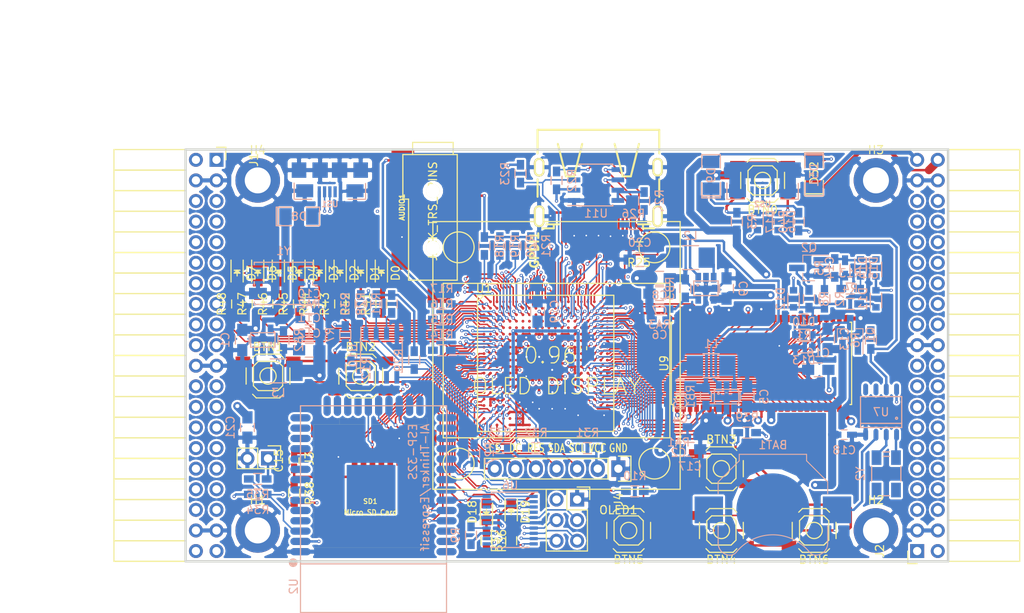
<source format=kicad_pcb>
(kicad_pcb (version 4) (host pcbnew 4.0.5+dfsg1-4)

  (general
    (links 606)
    (no_connects 0)
    (area 93.949999 61.269999 188.230001 112.370001)
    (thickness 1.6)
    (drawings 6)
    (tracks 3358)
    (zones 0)
    (modules 136)
    (nets 219)
  )

  (page A4)
  (layers
    (0 F.Cu signal)
    (1 In1.Cu signal)
    (2 In2.Cu signal)
    (31 B.Cu signal)
    (32 B.Adhes user)
    (33 F.Adhes user)
    (34 B.Paste user)
    (35 F.Paste user)
    (36 B.SilkS user)
    (37 F.SilkS user)
    (38 B.Mask user)
    (39 F.Mask user)
    (40 Dwgs.User user)
    (41 Cmts.User user)
    (42 Eco1.User user)
    (43 Eco2.User user)
    (44 Edge.Cuts user)
    (45 Margin user)
    (46 B.CrtYd user)
    (47 F.CrtYd user)
    (48 B.Fab user)
    (49 F.Fab user)
  )

  (setup
    (last_trace_width 0.3)
    (trace_clearance 0.127)
    (zone_clearance 0.254)
    (zone_45_only no)
    (trace_min 0.127)
    (segment_width 0.2)
    (edge_width 0.2)
    (via_size 0.4)
    (via_drill 0.2)
    (via_min_size 0.4)
    (via_min_drill 0.2)
    (uvia_size 0.3)
    (uvia_drill 0.1)
    (uvias_allowed no)
    (uvia_min_size 0.2)
    (uvia_min_drill 0.1)
    (pcb_text_width 0.3)
    (pcb_text_size 1.5 1.5)
    (mod_edge_width 0.15)
    (mod_text_size 1 1)
    (mod_text_width 0.15)
    (pad_size 1.524 1.524)
    (pad_drill 0.762)
    (pad_to_mask_clearance 0.2)
    (aux_axis_origin 82.67 62.69)
    (grid_origin 86.48 79.2)
    (visible_elements 7FFFFFFF)
    (pcbplotparams
      (layerselection 0x010f0_80000007)
      (usegerberextensions true)
      (excludeedgelayer true)
      (linewidth 0.100000)
      (plotframeref false)
      (viasonmask false)
      (mode 1)
      (useauxorigin false)
      (hpglpennumber 1)
      (hpglpenspeed 20)
      (hpglpendiameter 15)
      (hpglpenoverlay 2)
      (psnegative false)
      (psa4output false)
      (plotreference true)
      (plotvalue true)
      (plotinvisibletext false)
      (padsonsilk false)
      (subtractmaskfromsilk false)
      (outputformat 1)
      (mirror false)
      (drillshape 0)
      (scaleselection 1)
      (outputdirectory plot))
  )

  (net 0 "")
  (net 1 GND)
  (net 2 +5V)
  (net 3 /gpio/IN5V)
  (net 4 /gpio/OUT5V)
  (net 5 +3V3)
  (net 6 "Net-(L1-Pad1)")
  (net 7 "Net-(L2-Pad1)")
  (net 8 +1V2)
  (net 9 BTN_D)
  (net 10 BTN_F1)
  (net 11 BTN_F2)
  (net 12 BTN_L)
  (net 13 BTN_R)
  (net 14 BTN_U)
  (net 15 /power/FB1)
  (net 16 +2V5)
  (net 17 "Net-(L3-Pad1)")
  (net 18 /power/PWREN)
  (net 19 /power/FB3)
  (net 20 /power/FB2)
  (net 21 "Net-(D9-Pad1)")
  (net 22 /power/VBAT)
  (net 23 JTAG_TDI)
  (net 24 JTAG_TCK)
  (net 25 JTAG_TMS)
  (net 26 JTAG_TDO)
  (net 27 /power/WAKEUPn)
  (net 28 /power/WKUP)
  (net 29 /power/SHUT)
  (net 30 /power/WAKE)
  (net 31 /power/HOLD)
  (net 32 /power/WKn)
  (net 33 /power/OSCI_32k)
  (net 34 /power/OSCO_32k)
  (net 35 "Net-(Q2-Pad3)")
  (net 36 SHUTDOWN)
  (net 37 /analog/AUDIO_L)
  (net 38 /analog/AUDIO_R)
  (net 39 GPDI_5V_SCL)
  (net 40 GPDI_5V_SDA)
  (net 41 GPDI_SDA)
  (net 42 GPDI_SCL)
  (net 43 /gpdi/VREF2)
  (net 44 SD_CMD)
  (net 45 SD_CLK)
  (net 46 SD_D0)
  (net 47 SD_D1)
  (net 48 USB5V)
  (net 49 "Net-(BTN0-Pad1)")
  (net 50 GPDI_CEC)
  (net 51 nRESET)
  (net 52 FTDI_nDTR)
  (net 53 SDRAM_CKE)
  (net 54 SDRAM_A7)
  (net 55 SDRAM_D15)
  (net 56 SDRAM_BA1)
  (net 57 SDRAM_D7)
  (net 58 SDRAM_A6)
  (net 59 SDRAM_CLK)
  (net 60 SDRAM_D13)
  (net 61 SDRAM_BA0)
  (net 62 SDRAM_D6)
  (net 63 SDRAM_A5)
  (net 64 SDRAM_D14)
  (net 65 SDRAM_A11)
  (net 66 SDRAM_D12)
  (net 67 SDRAM_D5)
  (net 68 SDRAM_A4)
  (net 69 SDRAM_A10)
  (net 70 SDRAM_D11)
  (net 71 SDRAM_A3)
  (net 72 SDRAM_D4)
  (net 73 SDRAM_D10)
  (net 74 SDRAM_D9)
  (net 75 SDRAM_A9)
  (net 76 SDRAM_D3)
  (net 77 SDRAM_D8)
  (net 78 SDRAM_A8)
  (net 79 SDRAM_A2)
  (net 80 SDRAM_A1)
  (net 81 SDRAM_A0)
  (net 82 SDRAM_D2)
  (net 83 SDRAM_D1)
  (net 84 SDRAM_D0)
  (net 85 SDRAM_DQM0)
  (net 86 SDRAM_nCS)
  (net 87 SDRAM_nRAS)
  (net 88 SDRAM_DQM1)
  (net 89 SDRAM_nCAS)
  (net 90 SDRAM_nWE)
  (net 91 /flash/FLASH_nWP)
  (net 92 /flash/FLASH_nHOLD)
  (net 93 /flash/FLASH_MOSI)
  (net 94 /flash/FLASH_MISO)
  (net 95 /flash/FLASH_SCK)
  (net 96 /flash/FLASH_nCS)
  (net 97 /flash/FPGA_PROGRAMN)
  (net 98 /flash/FPGA_DONE)
  (net 99 /flash/FPGA_INITN)
  (net 100 OLED_RES)
  (net 101 OLED_DC)
  (net 102 OLED_CS)
  (net 103 WIFI_EN)
  (net 104 FTDI_nRTS)
  (net 105 FTDI_TXD)
  (net 106 FTDI_RXD)
  (net 107 WIFI_RXD)
  (net 108 WIFI_GPIO0)
  (net 109 WIFI_TXD)
  (net 110 GPDI_ETH-)
  (net 111 GPDI_ETH+)
  (net 112 GPDI_D2+)
  (net 113 GPDI_D2-)
  (net 114 GPDI_D1+)
  (net 115 GPDI_D1-)
  (net 116 GPDI_D0+)
  (net 117 GPDI_D0-)
  (net 118 GPDI_CLK+)
  (net 119 GPDI_CLK-)
  (net 120 USB_FTDI_D+)
  (net 121 USB_FTDI_D-)
  (net 122 J1_17-)
  (net 123 J1_17+)
  (net 124 J1_23-)
  (net 125 J1_23+)
  (net 126 J1_25-)
  (net 127 J1_25+)
  (net 128 J1_27-)
  (net 129 J1_27+)
  (net 130 J1_29-)
  (net 131 J1_29+)
  (net 132 J1_31-)
  (net 133 J1_31+)
  (net 134 J1_33-)
  (net 135 J1_33+)
  (net 136 J1_35-)
  (net 137 J1_35+)
  (net 138 J2_5-)
  (net 139 J2_5+)
  (net 140 J2_7-)
  (net 141 J2_7+)
  (net 142 J2_9-)
  (net 143 J2_9+)
  (net 144 J2_13-)
  (net 145 J2_13+)
  (net 146 J2_17-)
  (net 147 J2_17+)
  (net 148 J2_11-)
  (net 149 J2_11+)
  (net 150 J2_23-)
  (net 151 J2_23+)
  (net 152 J1_5-)
  (net 153 J1_5+)
  (net 154 J1_7-)
  (net 155 J1_7+)
  (net 156 J1_9-)
  (net 157 J1_9+)
  (net 158 J1_11-)
  (net 159 J1_11+)
  (net 160 J1_13-)
  (net 161 J1_13+)
  (net 162 J1_15-)
  (net 163 J1_15+)
  (net 164 J2_15-)
  (net 165 J2_15+)
  (net 166 J2_25-)
  (net 167 J2_25+)
  (net 168 J2_27-)
  (net 169 J2_27+)
  (net 170 J2_29-)
  (net 171 J2_29+)
  (net 172 J2_31-)
  (net 173 J2_31+)
  (net 174 J2_33-)
  (net 175 J2_33+)
  (net 176 J2_35-)
  (net 177 J2_35+)
  (net 178 SD_D3)
  (net 179 AUDIO_L3)
  (net 180 AUDIO_L2)
  (net 181 AUDIO_L1)
  (net 182 AUDIO_L0)
  (net 183 AUDIO_R3)
  (net 184 AUDIO_R2)
  (net 185 AUDIO_R1)
  (net 186 AUDIO_R0)
  (net 187 OLED_CLK)
  (net 188 OLED_MOSI)
  (net 189 LED0)
  (net 190 LED1)
  (net 191 LED2)
  (net 192 LED3)
  (net 193 LED4)
  (net 194 LED5)
  (net 195 LED6)
  (net 196 LED7)
  (net 197 BTN_PWRn)
  (net 198 "Net-(J3-Pad1)")
  (net 199 FTDI_nTXLED)
  (net 200 FTDI_nSLEEP)
  (net 201 /blinkey/LED_PWREN)
  (net 202 /blinkey/LED_TXLED)
  (net 203 FT3V3)
  (net 204 /sdcard/SD3V3)
  (net 205 SD_D2)
  (net 206 CLK_25MHz)
  (net 207 /blinkey/BTNPUL)
  (net 208 /blinkey/BTNPUR)
  (net 209 USB_FPGA_D+)
  (net 210 /power/FTDI_nSUSPEND)
  (net 211 /blinkey/ALED0)
  (net 212 /blinkey/ALED1)
  (net 213 /blinkey/ALED2)
  (net 214 /blinkey/ALED3)
  (net 215 /blinkey/ALED4)
  (net 216 /blinkey/ALED5)
  (net 217 /blinkey/ALED6)
  (net 218 /blinkey/ALED7)

  (net_class Default "This is the default net class."
    (clearance 0.127)
    (trace_width 0.3)
    (via_dia 0.4)
    (via_drill 0.2)
    (uvia_dia 0.3)
    (uvia_drill 0.1)
    (add_net +1V2)
    (add_net +2V5)
    (add_net +3V3)
    (add_net +5V)
    (add_net /analog/AUDIO_L)
    (add_net /analog/AUDIO_R)
    (add_net /blinkey/ALED0)
    (add_net /blinkey/ALED1)
    (add_net /blinkey/ALED2)
    (add_net /blinkey/ALED3)
    (add_net /blinkey/ALED4)
    (add_net /blinkey/ALED5)
    (add_net /blinkey/ALED6)
    (add_net /blinkey/ALED7)
    (add_net /blinkey/BTNPUL)
    (add_net /blinkey/BTNPUR)
    (add_net /blinkey/LED_PWREN)
    (add_net /blinkey/LED_TXLED)
    (add_net /gpdi/VREF2)
    (add_net /gpio/IN5V)
    (add_net /gpio/OUT5V)
    (add_net /power/FB1)
    (add_net /power/FB2)
    (add_net /power/FB3)
    (add_net /power/FTDI_nSUSPEND)
    (add_net /power/HOLD)
    (add_net /power/OSCI_32k)
    (add_net /power/OSCO_32k)
    (add_net /power/PWREN)
    (add_net /power/SHUT)
    (add_net /power/VBAT)
    (add_net /power/WAKE)
    (add_net /power/WAKEUPn)
    (add_net /power/WKUP)
    (add_net /power/WKn)
    (add_net /sdcard/SD3V3)
    (add_net FT3V3)
    (add_net GND)
    (add_net "Net-(BTN0-Pad1)")
    (add_net "Net-(D9-Pad1)")
    (add_net "Net-(J3-Pad1)")
    (add_net "Net-(L1-Pad1)")
    (add_net "Net-(L2-Pad1)")
    (add_net "Net-(L3-Pad1)")
    (add_net "Net-(Q2-Pad3)")
    (add_net USB5V)
    (add_net USB_FPGA_D+)
  )

  (net_class BGA ""
    (clearance 0.127)
    (trace_width 0.19)
    (via_dia 0.4)
    (via_drill 0.2)
    (uvia_dia 0.3)
    (uvia_drill 0.1)
    (add_net /flash/FLASH_MISO)
    (add_net /flash/FLASH_MOSI)
    (add_net /flash/FLASH_SCK)
    (add_net /flash/FLASH_nCS)
    (add_net /flash/FLASH_nHOLD)
    (add_net /flash/FLASH_nWP)
    (add_net /flash/FPGA_DONE)
    (add_net /flash/FPGA_INITN)
    (add_net /flash/FPGA_PROGRAMN)
    (add_net AUDIO_L0)
    (add_net AUDIO_L1)
    (add_net AUDIO_L2)
    (add_net AUDIO_L3)
    (add_net AUDIO_R0)
    (add_net AUDIO_R1)
    (add_net AUDIO_R2)
    (add_net AUDIO_R3)
    (add_net BTN_D)
    (add_net BTN_F1)
    (add_net BTN_F2)
    (add_net BTN_L)
    (add_net BTN_PWRn)
    (add_net BTN_R)
    (add_net BTN_U)
    (add_net CLK_25MHz)
    (add_net FTDI_RXD)
    (add_net FTDI_TXD)
    (add_net FTDI_nDTR)
    (add_net FTDI_nRTS)
    (add_net FTDI_nSLEEP)
    (add_net FTDI_nTXLED)
    (add_net GPDI_5V_SCL)
    (add_net GPDI_5V_SDA)
    (add_net GPDI_CEC)
    (add_net GPDI_CLK+)
    (add_net GPDI_CLK-)
    (add_net GPDI_D0+)
    (add_net GPDI_D0-)
    (add_net GPDI_D1+)
    (add_net GPDI_D1-)
    (add_net GPDI_D2+)
    (add_net GPDI_D2-)
    (add_net GPDI_ETH+)
    (add_net GPDI_ETH-)
    (add_net GPDI_SCL)
    (add_net GPDI_SDA)
    (add_net J1_11+)
    (add_net J1_11-)
    (add_net J1_13+)
    (add_net J1_13-)
    (add_net J1_15+)
    (add_net J1_15-)
    (add_net J1_17+)
    (add_net J1_17-)
    (add_net J1_23+)
    (add_net J1_23-)
    (add_net J1_25+)
    (add_net J1_25-)
    (add_net J1_27+)
    (add_net J1_27-)
    (add_net J1_29+)
    (add_net J1_29-)
    (add_net J1_31+)
    (add_net J1_31-)
    (add_net J1_33+)
    (add_net J1_33-)
    (add_net J1_35+)
    (add_net J1_35-)
    (add_net J1_5+)
    (add_net J1_5-)
    (add_net J1_7+)
    (add_net J1_7-)
    (add_net J1_9+)
    (add_net J1_9-)
    (add_net J2_11+)
    (add_net J2_11-)
    (add_net J2_13+)
    (add_net J2_13-)
    (add_net J2_15+)
    (add_net J2_15-)
    (add_net J2_17+)
    (add_net J2_17-)
    (add_net J2_23+)
    (add_net J2_23-)
    (add_net J2_25+)
    (add_net J2_25-)
    (add_net J2_27+)
    (add_net J2_27-)
    (add_net J2_29+)
    (add_net J2_29-)
    (add_net J2_31+)
    (add_net J2_31-)
    (add_net J2_33+)
    (add_net J2_33-)
    (add_net J2_35+)
    (add_net J2_35-)
    (add_net J2_5+)
    (add_net J2_5-)
    (add_net J2_7+)
    (add_net J2_7-)
    (add_net J2_9+)
    (add_net J2_9-)
    (add_net JTAG_TCK)
    (add_net JTAG_TDI)
    (add_net JTAG_TDO)
    (add_net JTAG_TMS)
    (add_net LED0)
    (add_net LED1)
    (add_net LED2)
    (add_net LED3)
    (add_net LED4)
    (add_net LED5)
    (add_net LED6)
    (add_net LED7)
    (add_net OLED_CLK)
    (add_net OLED_CS)
    (add_net OLED_DC)
    (add_net OLED_MOSI)
    (add_net OLED_RES)
    (add_net SDRAM_A0)
    (add_net SDRAM_A1)
    (add_net SDRAM_A10)
    (add_net SDRAM_A11)
    (add_net SDRAM_A2)
    (add_net SDRAM_A3)
    (add_net SDRAM_A4)
    (add_net SDRAM_A5)
    (add_net SDRAM_A6)
    (add_net SDRAM_A7)
    (add_net SDRAM_A8)
    (add_net SDRAM_A9)
    (add_net SDRAM_BA0)
    (add_net SDRAM_BA1)
    (add_net SDRAM_CKE)
    (add_net SDRAM_CLK)
    (add_net SDRAM_D0)
    (add_net SDRAM_D1)
    (add_net SDRAM_D10)
    (add_net SDRAM_D11)
    (add_net SDRAM_D12)
    (add_net SDRAM_D13)
    (add_net SDRAM_D14)
    (add_net SDRAM_D15)
    (add_net SDRAM_D2)
    (add_net SDRAM_D3)
    (add_net SDRAM_D4)
    (add_net SDRAM_D5)
    (add_net SDRAM_D6)
    (add_net SDRAM_D7)
    (add_net SDRAM_D8)
    (add_net SDRAM_D9)
    (add_net SDRAM_DQM0)
    (add_net SDRAM_DQM1)
    (add_net SDRAM_nCAS)
    (add_net SDRAM_nCS)
    (add_net SDRAM_nRAS)
    (add_net SDRAM_nWE)
    (add_net SD_CLK)
    (add_net SD_CMD)
    (add_net SD_D0)
    (add_net SD_D1)
    (add_net SD_D2)
    (add_net SD_D3)
    (add_net SHUTDOWN)
    (add_net USB_FTDI_D+)
    (add_net USB_FTDI_D-)
    (add_net WIFI_EN)
    (add_net WIFI_GPIO0)
    (add_net WIFI_RXD)
    (add_net WIFI_TXD)
    (add_net nRESET)
  )

  (net_class Minimal ""
    (clearance 0.127)
    (trace_width 0.127)
    (via_dia 0.4)
    (via_drill 0.2)
    (uvia_dia 0.3)
    (uvia_drill 0.1)
  )

  (module lfe5bg381:BGA-381_pitch0.8mm_dia0.4mm (layer F.Cu) (tedit 58D8FE92) (tstamp 58D8D57E)
    (at 138.48 87.8)
    (path /56AC389C/58F23D91)
    (attr smd)
    (fp_text reference U1 (at -7.6 -9.2) (layer F.SilkS)
      (effects (font (size 1 1) (thickness 0.15)))
    )
    (fp_text value LFE5U-25F-6BG381C (at 2 -9.2) (layer F.Fab)
      (effects (font (size 1 1) (thickness 0.15)))
    )
    (fp_line (start -8.4 8.4) (end 8.4 8.4) (layer F.SilkS) (width 0.15))
    (fp_line (start 8.4 8.4) (end 8.4 -8.4) (layer F.SilkS) (width 0.15))
    (fp_line (start 8.4 -8.4) (end -8.4 -8.4) (layer F.SilkS) (width 0.15))
    (fp_line (start -8.4 -8.4) (end -8.4 8.4) (layer F.SilkS) (width 0.15))
    (fp_line (start -7.6 -8.4) (end -8.4 -7.6) (layer F.SilkS) (width 0.15))
    (pad A2 smd circle (at -6.8 -7.6) (size 0.35 0.35) (layers F.Cu F.Paste F.Mask)
      (net 129 J1_27+) (solder_mask_margin 0.04))
    (pad A3 smd circle (at -6 -7.6) (size 0.35 0.35) (layers F.Cu F.Paste F.Mask)
      (net 183 AUDIO_R3) (solder_mask_margin 0.04))
    (pad A4 smd circle (at -5.2 -7.6) (size 0.35 0.35) (layers F.Cu F.Paste F.Mask)
      (net 127 J1_25+) (solder_mask_margin 0.04))
    (pad A5 smd circle (at -4.4 -7.6) (size 0.35 0.35) (layers F.Cu F.Paste F.Mask)
      (net 126 J1_25-) (solder_mask_margin 0.04))
    (pad A6 smd circle (at -3.6 -7.6) (size 0.35 0.35) (layers F.Cu F.Paste F.Mask)
      (net 125 J1_23+) (solder_mask_margin 0.04))
    (pad A7 smd circle (at -2.8 -7.6) (size 0.35 0.35) (layers F.Cu F.Paste F.Mask)
      (net 161 J1_13+) (solder_mask_margin 0.04))
    (pad A8 smd circle (at -2 -7.6) (size 0.35 0.35) (layers F.Cu F.Paste F.Mask)
      (net 160 J1_13-) (solder_mask_margin 0.04))
    (pad A9 smd circle (at -1.2 -7.6) (size 0.35 0.35) (layers F.Cu F.Paste F.Mask)
      (net 156 J1_9-) (solder_mask_margin 0.04))
    (pad A10 smd circle (at -0.4 -7.6) (size 0.35 0.35) (layers F.Cu F.Paste F.Mask)
      (net 155 J1_7+) (solder_mask_margin 0.04))
    (pad A11 smd circle (at 0.4 -7.6) (size 0.35 0.35) (layers F.Cu F.Paste F.Mask)
      (net 154 J1_7-) (solder_mask_margin 0.04))
    (pad A12 smd circle (at 1.2 -7.6) (size 0.35 0.35) (layers F.Cu F.Paste F.Mask)
      (net 111 GPDI_ETH+) (solder_mask_margin 0.04))
    (pad A13 smd circle (at 2 -7.6) (size 0.35 0.35) (layers F.Cu F.Paste F.Mask)
      (net 110 GPDI_ETH-) (solder_mask_margin 0.04))
    (pad A14 smd circle (at 2.8 -7.6) (size 0.35 0.35) (layers F.Cu F.Paste F.Mask)
      (net 112 GPDI_D2+) (solder_mask_margin 0.04))
    (pad A15 smd circle (at 3.6 -7.6) (size 0.35 0.35) (layers F.Cu F.Paste F.Mask)
      (solder_mask_margin 0.04))
    (pad A16 smd circle (at 4.4 -7.6) (size 0.35 0.35) (layers F.Cu F.Paste F.Mask)
      (net 114 GPDI_D1+) (solder_mask_margin 0.04))
    (pad A17 smd circle (at 5.2 -7.6) (size 0.35 0.35) (layers F.Cu F.Paste F.Mask)
      (net 116 GPDI_D0+) (solder_mask_margin 0.04))
    (pad A18 smd circle (at 6 -7.6) (size 0.35 0.35) (layers F.Cu F.Paste F.Mask)
      (net 118 GPDI_CLK+) (solder_mask_margin 0.04))
    (pad A19 smd circle (at 6.8 -7.6) (size 0.35 0.35) (layers F.Cu F.Paste F.Mask)
      (net 50 GPDI_CEC) (solder_mask_margin 0.04))
    (pad B1 smd circle (at -7.6 -6.8) (size 0.35 0.35) (layers F.Cu F.Paste F.Mask)
      (net 128 J1_27-) (solder_mask_margin 0.04))
    (pad B2 smd circle (at -6.8 -6.8) (size 0.35 0.35) (layers F.Cu F.Paste F.Mask)
      (net 189 LED0) (solder_mask_margin 0.04))
    (pad B3 smd circle (at -6 -6.8) (size 0.35 0.35) (layers F.Cu F.Paste F.Mask)
      (net 182 AUDIO_L0) (solder_mask_margin 0.04))
    (pad B4 smd circle (at -5.2 -6.8) (size 0.35 0.35) (layers F.Cu F.Paste F.Mask)
      (net 130 J1_29-) (solder_mask_margin 0.04))
    (pad B5 smd circle (at -4.4 -6.8) (size 0.35 0.35) (layers F.Cu F.Paste F.Mask)
      (net 184 AUDIO_R2) (solder_mask_margin 0.04))
    (pad B6 smd circle (at -3.6 -6.8) (size 0.35 0.35) (layers F.Cu F.Paste F.Mask)
      (net 124 J1_23-) (solder_mask_margin 0.04))
    (pad B7 smd circle (at -2.8 -6.8) (size 0.35 0.35) (layers F.Cu F.Paste F.Mask)
      (net 1 GND) (solder_mask_margin 0.04))
    (pad B8 smd circle (at -2 -6.8) (size 0.35 0.35) (layers F.Cu F.Paste F.Mask)
      (net 162 J1_15-) (solder_mask_margin 0.04))
    (pad B9 smd circle (at -1.2 -6.8) (size 0.35 0.35) (layers F.Cu F.Paste F.Mask)
      (net 159 J1_11+) (solder_mask_margin 0.04))
    (pad B10 smd circle (at -0.4 -6.8) (size 0.35 0.35) (layers F.Cu F.Paste F.Mask)
      (net 157 J1_9+) (solder_mask_margin 0.04))
    (pad B11 smd circle (at 0.4 -6.8) (size 0.35 0.35) (layers F.Cu F.Paste F.Mask)
      (net 153 J1_5+) (solder_mask_margin 0.04))
    (pad B12 smd circle (at 1.2 -6.8) (size 0.35 0.35) (layers F.Cu F.Paste F.Mask)
      (solder_mask_margin 0.04))
    (pad B13 smd circle (at 2 -6.8) (size 0.35 0.35) (layers F.Cu F.Paste F.Mask)
      (net 175 J2_33+) (solder_mask_margin 0.04))
    (pad B14 smd circle (at 2.8 -6.8) (size 0.35 0.35) (layers F.Cu F.Paste F.Mask)
      (net 1 GND) (solder_mask_margin 0.04))
    (pad B15 smd circle (at 3.6 -6.8) (size 0.35 0.35) (layers F.Cu F.Paste F.Mask)
      (net 173 J2_31+) (solder_mask_margin 0.04))
    (pad B16 smd circle (at 4.4 -6.8) (size 0.35 0.35) (layers F.Cu F.Paste F.Mask)
      (net 115 GPDI_D1-) (solder_mask_margin 0.04))
    (pad B17 smd circle (at 5.2 -6.8) (size 0.35 0.35) (layers F.Cu F.Paste F.Mask)
      (net 169 J2_27+) (solder_mask_margin 0.04))
    (pad B18 smd circle (at 6 -6.8) (size 0.35 0.35) (layers F.Cu F.Paste F.Mask)
      (net 117 GPDI_D0-) (solder_mask_margin 0.04))
    (pad B19 smd circle (at 6.8 -6.8) (size 0.35 0.35) (layers F.Cu F.Paste F.Mask)
      (net 119 GPDI_CLK-) (solder_mask_margin 0.04))
    (pad B20 smd circle (at 7.6 -6.8) (size 0.35 0.35) (layers F.Cu F.Paste F.Mask)
      (net 41 GPDI_SDA) (solder_mask_margin 0.04))
    (pad C1 smd circle (at -7.6 -6) (size 0.35 0.35) (layers F.Cu F.Paste F.Mask)
      (net 191 LED2) (solder_mask_margin 0.04))
    (pad C2 smd circle (at -6.8 -6) (size 0.35 0.35) (layers F.Cu F.Paste F.Mask)
      (net 190 LED1) (solder_mask_margin 0.04))
    (pad C3 smd circle (at -6 -6) (size 0.35 0.35) (layers F.Cu F.Paste F.Mask)
      (net 181 AUDIO_L1) (solder_mask_margin 0.04))
    (pad C4 smd circle (at -5.2 -6) (size 0.35 0.35) (layers F.Cu F.Paste F.Mask)
      (net 131 J1_29+) (solder_mask_margin 0.04))
    (pad C5 smd circle (at -4.4 -6) (size 0.35 0.35) (layers F.Cu F.Paste F.Mask)
      (net 186 AUDIO_R0) (solder_mask_margin 0.04))
    (pad C6 smd circle (at -3.6 -6) (size 0.35 0.35) (layers F.Cu F.Paste F.Mask)
      (net 123 J1_17+) (solder_mask_margin 0.04))
    (pad C7 smd circle (at -2.8 -6) (size 0.35 0.35) (layers F.Cu F.Paste F.Mask)
      (net 122 J1_17-) (solder_mask_margin 0.04))
    (pad C8 smd circle (at -2 -6) (size 0.35 0.35) (layers F.Cu F.Paste F.Mask)
      (net 163 J1_15+) (solder_mask_margin 0.04))
    (pad C9 smd circle (at -1.2 -6) (size 0.35 0.35) (layers F.Cu F.Paste F.Mask)
      (solder_mask_margin 0.04))
    (pad C10 smd circle (at -0.4 -6) (size 0.35 0.35) (layers F.Cu F.Paste F.Mask)
      (net 158 J1_11-) (solder_mask_margin 0.04))
    (pad C11 smd circle (at 0.4 -6) (size 0.35 0.35) (layers F.Cu F.Paste F.Mask)
      (net 152 J1_5-) (solder_mask_margin 0.04))
    (pad C12 smd circle (at 1.2 -6) (size 0.35 0.35) (layers F.Cu F.Paste F.Mask)
      (net 42 GPDI_SCL) (solder_mask_margin 0.04))
    (pad C13 smd circle (at 2 -6) (size 0.35 0.35) (layers F.Cu F.Paste F.Mask)
      (net 174 J2_33-) (solder_mask_margin 0.04))
    (pad C14 smd circle (at 2.8 -6) (size 0.35 0.35) (layers F.Cu F.Paste F.Mask)
      (net 113 GPDI_D2-) (solder_mask_margin 0.04))
    (pad C15 smd circle (at 3.6 -6) (size 0.35 0.35) (layers F.Cu F.Paste F.Mask)
      (net 172 J2_31-) (solder_mask_margin 0.04))
    (pad C16 smd circle (at 4.4 -6) (size 0.35 0.35) (layers F.Cu F.Paste F.Mask)
      (net 171 J2_29+) (solder_mask_margin 0.04))
    (pad C17 smd circle (at 5.2 -6) (size 0.35 0.35) (layers F.Cu F.Paste F.Mask)
      (net 168 J2_27-) (solder_mask_margin 0.04))
    (pad C18 smd circle (at 6 -6) (size 0.35 0.35) (layers F.Cu F.Paste F.Mask)
      (net 151 J2_23+) (solder_mask_margin 0.04))
    (pad C19 smd circle (at 6.8 -6) (size 0.35 0.35) (layers F.Cu F.Paste F.Mask)
      (net 1 GND) (solder_mask_margin 0.04))
    (pad C20 smd circle (at 7.6 -6) (size 0.35 0.35) (layers F.Cu F.Paste F.Mask)
      (net 64 SDRAM_D14) (solder_mask_margin 0.04))
    (pad D1 smd circle (at -7.6 -5.2) (size 0.35 0.35) (layers F.Cu F.Paste F.Mask)
      (net 193 LED4) (solder_mask_margin 0.04))
    (pad D2 smd circle (at -6.8 -5.2) (size 0.35 0.35) (layers F.Cu F.Paste F.Mask)
      (net 192 LED3) (solder_mask_margin 0.04))
    (pad D3 smd circle (at -6 -5.2) (size 0.35 0.35) (layers F.Cu F.Paste F.Mask)
      (net 180 AUDIO_L2) (solder_mask_margin 0.04))
    (pad D4 smd circle (at -5.2 -5.2) (size 0.35 0.35) (layers F.Cu F.Paste F.Mask)
      (net 1 GND) (solder_mask_margin 0.04))
    (pad D5 smd circle (at -4.4 -5.2) (size 0.35 0.35) (layers F.Cu F.Paste F.Mask)
      (net 185 AUDIO_R1) (solder_mask_margin 0.04))
    (pad D6 smd circle (at -3.6 -5.2) (size 0.35 0.35) (layers F.Cu F.Paste F.Mask)
      (net 197 BTN_PWRn) (solder_mask_margin 0.04))
    (pad D7 smd circle (at -2.8 -5.2) (size 0.35 0.35) (layers F.Cu F.Paste F.Mask)
      (solder_mask_margin 0.04))
    (pad D8 smd circle (at -2 -5.2) (size 0.35 0.35) (layers F.Cu F.Paste F.Mask)
      (solder_mask_margin 0.04))
    (pad D9 smd circle (at -1.2 -5.2) (size 0.35 0.35) (layers F.Cu F.Paste F.Mask)
      (solder_mask_margin 0.04))
    (pad D10 smd circle (at -0.4 -5.2) (size 0.35 0.35) (layers F.Cu F.Paste F.Mask)
      (solder_mask_margin 0.04))
    (pad D11 smd circle (at 0.4 -5.2) (size 0.35 0.35) (layers F.Cu F.Paste F.Mask)
      (solder_mask_margin 0.04))
    (pad D12 smd circle (at 1.2 -5.2) (size 0.35 0.35) (layers F.Cu F.Paste F.Mask)
      (solder_mask_margin 0.04))
    (pad D13 smd circle (at 2 -5.2) (size 0.35 0.35) (layers F.Cu F.Paste F.Mask)
      (net 177 J2_35+) (solder_mask_margin 0.04))
    (pad D14 smd circle (at 2.8 -5.2) (size 0.35 0.35) (layers F.Cu F.Paste F.Mask)
      (solder_mask_margin 0.04))
    (pad D15 smd circle (at 3.6 -5.2) (size 0.35 0.35) (layers F.Cu F.Paste F.Mask)
      (net 167 J2_25+) (solder_mask_margin 0.04))
    (pad D16 smd circle (at 4.4 -5.2) (size 0.35 0.35) (layers F.Cu F.Paste F.Mask)
      (net 170 J2_29-) (solder_mask_margin 0.04))
    (pad D17 smd circle (at 5.2 -5.2) (size 0.35 0.35) (layers F.Cu F.Paste F.Mask)
      (net 150 J2_23-) (solder_mask_margin 0.04))
    (pad D18 smd circle (at 6 -5.2) (size 0.35 0.35) (layers F.Cu F.Paste F.Mask)
      (net 147 J2_17+) (solder_mask_margin 0.04))
    (pad D19 smd circle (at 6.8 -5.2) (size 0.35 0.35) (layers F.Cu F.Paste F.Mask)
      (net 55 SDRAM_D15) (solder_mask_margin 0.04))
    (pad D20 smd circle (at 7.6 -5.2) (size 0.35 0.35) (layers F.Cu F.Paste F.Mask)
      (net 60 SDRAM_D13) (solder_mask_margin 0.04))
    (pad E1 smd circle (at -7.6 -4.4) (size 0.35 0.35) (layers F.Cu F.Paste F.Mask)
      (net 195 LED6) (solder_mask_margin 0.04))
    (pad E2 smd circle (at -6.8 -4.4) (size 0.35 0.35) (layers F.Cu F.Paste F.Mask)
      (net 194 LED5) (solder_mask_margin 0.04))
    (pad E3 smd circle (at -6 -4.4) (size 0.35 0.35) (layers F.Cu F.Paste F.Mask)
      (net 132 J1_31-) (solder_mask_margin 0.04))
    (pad E4 smd circle (at -5.2 -4.4) (size 0.35 0.35) (layers F.Cu F.Paste F.Mask)
      (net 179 AUDIO_L3) (solder_mask_margin 0.04))
    (pad E5 smd circle (at -4.4 -4.4) (size 0.35 0.35) (layers F.Cu F.Paste F.Mask)
      (solder_mask_margin 0.04))
    (pad E6 smd circle (at -3.6 -4.4) (size 0.35 0.35) (layers F.Cu F.Paste F.Mask)
      (solder_mask_margin 0.04))
    (pad E7 smd circle (at -2.8 -4.4) (size 0.35 0.35) (layers F.Cu F.Paste F.Mask)
      (solder_mask_margin 0.04))
    (pad E8 smd circle (at -2 -4.4) (size 0.35 0.35) (layers F.Cu F.Paste F.Mask)
      (solder_mask_margin 0.04))
    (pad E9 smd circle (at -1.2 -4.4) (size 0.35 0.35) (layers F.Cu F.Paste F.Mask)
      (solder_mask_margin 0.04))
    (pad E10 smd circle (at -0.4 -4.4) (size 0.35 0.35) (layers F.Cu F.Paste F.Mask)
      (solder_mask_margin 0.04))
    (pad E11 smd circle (at 0.4 -4.4) (size 0.35 0.35) (layers F.Cu F.Paste F.Mask)
      (solder_mask_margin 0.04))
    (pad E12 smd circle (at 1.2 -4.4) (size 0.35 0.35) (layers F.Cu F.Paste F.Mask)
      (solder_mask_margin 0.04))
    (pad E13 smd circle (at 2 -4.4) (size 0.35 0.35) (layers F.Cu F.Paste F.Mask)
      (net 176 J2_35-) (solder_mask_margin 0.04))
    (pad E14 smd circle (at 2.8 -4.4) (size 0.35 0.35) (layers F.Cu F.Paste F.Mask)
      (solder_mask_margin 0.04))
    (pad E15 smd circle (at 3.6 -4.4) (size 0.35 0.35) (layers F.Cu F.Paste F.Mask)
      (net 166 J2_25-) (solder_mask_margin 0.04))
    (pad E16 smd circle (at 4.4 -4.4) (size 0.35 0.35) (layers F.Cu F.Paste F.Mask)
      (solder_mask_margin 0.04))
    (pad E17 smd circle (at 5.2 -4.4) (size 0.35 0.35) (layers F.Cu F.Paste F.Mask)
      (net 146 J2_17-) (solder_mask_margin 0.04))
    (pad E18 smd circle (at 6 -4.4) (size 0.35 0.35) (layers F.Cu F.Paste F.Mask)
      (net 72 SDRAM_D4) (solder_mask_margin 0.04))
    (pad E19 smd circle (at 6.8 -4.4) (size 0.35 0.35) (layers F.Cu F.Paste F.Mask)
      (net 66 SDRAM_D12) (solder_mask_margin 0.04))
    (pad E20 smd circle (at 7.6 -4.4) (size 0.35 0.35) (layers F.Cu F.Paste F.Mask)
      (net 70 SDRAM_D11) (solder_mask_margin 0.04))
    (pad F1 smd circle (at -7.6 -3.6) (size 0.35 0.35) (layers F.Cu F.Paste F.Mask)
      (net 103 WIFI_EN) (solder_mask_margin 0.04))
    (pad F2 smd circle (at -6.8 -3.6) (size 0.35 0.35) (layers F.Cu F.Paste F.Mask)
      (solder_mask_margin 0.04))
    (pad F3 smd circle (at -6 -3.6) (size 0.35 0.35) (layers F.Cu F.Paste F.Mask)
      (net 134 J1_33-) (solder_mask_margin 0.04))
    (pad F4 smd circle (at -5.2 -3.6) (size 0.35 0.35) (layers F.Cu F.Paste F.Mask)
      (net 133 J1_31+) (solder_mask_margin 0.04))
    (pad F5 smd circle (at -4.4 -3.6) (size 0.35 0.35) (layers F.Cu F.Paste F.Mask)
      (solder_mask_margin 0.04))
    (pad F6 smd circle (at -3.6 -3.6) (size 0.35 0.35) (layers F.Cu F.Paste F.Mask)
      (net 16 +2V5) (solder_mask_margin 0.04))
    (pad F7 smd circle (at -2.8 -3.6) (size 0.35 0.35) (layers F.Cu F.Paste F.Mask)
      (net 1 GND) (solder_mask_margin 0.04))
    (pad F8 smd circle (at -2 -3.6) (size 0.35 0.35) (layers F.Cu F.Paste F.Mask)
      (net 1 GND) (solder_mask_margin 0.04))
    (pad F9 smd circle (at -1.2 -3.6) (size 0.35 0.35) (layers F.Cu F.Paste F.Mask)
      (net 5 +3V3) (solder_mask_margin 0.04))
    (pad F10 smd circle (at -0.4 -3.6) (size 0.35 0.35) (layers F.Cu F.Paste F.Mask)
      (net 5 +3V3) (solder_mask_margin 0.04))
    (pad F11 smd circle (at 0.4 -3.6) (size 0.35 0.35) (layers F.Cu F.Paste F.Mask)
      (net 5 +3V3) (solder_mask_margin 0.04))
    (pad F12 smd circle (at 1.2 -3.6) (size 0.35 0.35) (layers F.Cu F.Paste F.Mask)
      (net 5 +3V3) (solder_mask_margin 0.04))
    (pad F13 smd circle (at 2 -3.6) (size 0.35 0.35) (layers F.Cu F.Paste F.Mask)
      (net 1 GND) (solder_mask_margin 0.04))
    (pad F14 smd circle (at 2.8 -3.6) (size 0.35 0.35) (layers F.Cu F.Paste F.Mask)
      (net 1 GND) (solder_mask_margin 0.04))
    (pad F15 smd circle (at 3.6 -3.6) (size 0.35 0.35) (layers F.Cu F.Paste F.Mask)
      (net 16 +2V5) (solder_mask_margin 0.04))
    (pad F16 smd circle (at 4.4 -3.6) (size 0.35 0.35) (layers F.Cu F.Paste F.Mask)
      (solder_mask_margin 0.04))
    (pad F17 smd circle (at 5.2 -3.6) (size 0.35 0.35) (layers F.Cu F.Paste F.Mask)
      (net 165 J2_15+) (solder_mask_margin 0.04))
    (pad F18 smd circle (at 6 -3.6) (size 0.35 0.35) (layers F.Cu F.Paste F.Mask)
      (net 67 SDRAM_D5) (solder_mask_margin 0.04))
    (pad F19 smd circle (at 6.8 -3.6) (size 0.35 0.35) (layers F.Cu F.Paste F.Mask)
      (net 73 SDRAM_D10) (solder_mask_margin 0.04))
    (pad F20 smd circle (at 7.6 -3.6) (size 0.35 0.35) (layers F.Cu F.Paste F.Mask)
      (net 74 SDRAM_D9) (solder_mask_margin 0.04))
    (pad G1 smd circle (at -7.6 -2.8) (size 0.35 0.35) (layers F.Cu F.Paste F.Mask)
      (solder_mask_margin 0.04))
    (pad G2 smd circle (at -6.8 -2.8) (size 0.35 0.35) (layers F.Cu F.Paste F.Mask)
      (net 206 CLK_25MHz) (solder_mask_margin 0.04))
    (pad G3 smd circle (at -6 -2.8) (size 0.35 0.35) (layers F.Cu F.Paste F.Mask)
      (net 135 J1_33+) (solder_mask_margin 0.04))
    (pad G4 smd circle (at -5.2 -2.8) (size 0.35 0.35) (layers F.Cu F.Paste F.Mask)
      (net 1 GND) (solder_mask_margin 0.04))
    (pad G5 smd circle (at -4.4 -2.8) (size 0.35 0.35) (layers F.Cu F.Paste F.Mask)
      (net 136 J1_35-) (solder_mask_margin 0.04))
    (pad G6 smd circle (at -3.6 -2.8) (size 0.35 0.35) (layers F.Cu F.Paste F.Mask)
      (net 1 GND) (solder_mask_margin 0.04))
    (pad G7 smd circle (at -2.8 -2.8) (size 0.35 0.35) (layers F.Cu F.Paste F.Mask)
      (net 1 GND) (solder_mask_margin 0.04))
    (pad G8 smd circle (at -2 -2.8) (size 0.35 0.35) (layers F.Cu F.Paste F.Mask)
      (net 1 GND) (solder_mask_margin 0.04))
    (pad G9 smd circle (at -1.2 -2.8) (size 0.35 0.35) (layers F.Cu F.Paste F.Mask)
      (net 1 GND) (solder_mask_margin 0.04))
    (pad G10 smd circle (at -0.4 -2.8) (size 0.35 0.35) (layers F.Cu F.Paste F.Mask)
      (net 1 GND) (solder_mask_margin 0.04))
    (pad G11 smd circle (at 0.4 -2.8) (size 0.35 0.35) (layers F.Cu F.Paste F.Mask)
      (net 1 GND) (solder_mask_margin 0.04))
    (pad G12 smd circle (at 1.2 -2.8) (size 0.35 0.35) (layers F.Cu F.Paste F.Mask)
      (net 1 GND) (solder_mask_margin 0.04))
    (pad G13 smd circle (at 2 -2.8) (size 0.35 0.35) (layers F.Cu F.Paste F.Mask)
      (net 1 GND) (solder_mask_margin 0.04))
    (pad G14 smd circle (at 2.8 -2.8) (size 0.35 0.35) (layers F.Cu F.Paste F.Mask)
      (net 1 GND) (solder_mask_margin 0.04))
    (pad G15 smd circle (at 3.6 -2.8) (size 0.35 0.35) (layers F.Cu F.Paste F.Mask)
      (net 1 GND) (solder_mask_margin 0.04))
    (pad G16 smd circle (at 4.4 -2.8) (size 0.35 0.35) (layers F.Cu F.Paste F.Mask)
      (solder_mask_margin 0.04))
    (pad G17 smd circle (at 5.2 -2.8) (size 0.35 0.35) (layers F.Cu F.Paste F.Mask)
      (net 1 GND) (solder_mask_margin 0.04))
    (pad G18 smd circle (at 6 -2.8) (size 0.35 0.35) (layers F.Cu F.Paste F.Mask)
      (net 164 J2_15-) (solder_mask_margin 0.04))
    (pad G19 smd circle (at 6.8 -2.8) (size 0.35 0.35) (layers F.Cu F.Paste F.Mask)
      (net 77 SDRAM_D8) (solder_mask_margin 0.04))
    (pad G20 smd circle (at 7.6 -2.8) (size 0.35 0.35) (layers F.Cu F.Paste F.Mask)
      (net 88 SDRAM_DQM1) (solder_mask_margin 0.04))
    (pad H1 smd circle (at -7.6 -2) (size 0.35 0.35) (layers F.Cu F.Paste F.Mask)
      (net 178 SD_D3) (solder_mask_margin 0.04))
    (pad H2 smd circle (at -6.8 -2) (size 0.35 0.35) (layers F.Cu F.Paste F.Mask)
      (net 205 SD_D2) (solder_mask_margin 0.04))
    (pad H3 smd circle (at -6 -2) (size 0.35 0.35) (layers F.Cu F.Paste F.Mask)
      (net 196 LED7) (solder_mask_margin 0.04))
    (pad H4 smd circle (at -5.2 -2) (size 0.35 0.35) (layers F.Cu F.Paste F.Mask)
      (net 137 J1_35+) (solder_mask_margin 0.04))
    (pad H5 smd circle (at -4.4 -2) (size 0.35 0.35) (layers F.Cu F.Paste F.Mask)
      (solder_mask_margin 0.04))
    (pad H6 smd circle (at -3.6 -2) (size 0.35 0.35) (layers F.Cu F.Paste F.Mask)
      (net 5 +3V3) (solder_mask_margin 0.04))
    (pad H7 smd circle (at -2.8 -2) (size 0.35 0.35) (layers F.Cu F.Paste F.Mask)
      (net 5 +3V3) (solder_mask_margin 0.04))
    (pad H8 smd circle (at -2 -2) (size 0.35 0.35) (layers F.Cu F.Paste F.Mask)
      (net 8 +1V2) (solder_mask_margin 0.04))
    (pad H9 smd circle (at -1.2 -2) (size 0.35 0.35) (layers F.Cu F.Paste F.Mask)
      (net 8 +1V2) (solder_mask_margin 0.04))
    (pad H10 smd circle (at -0.4 -2) (size 0.35 0.35) (layers F.Cu F.Paste F.Mask)
      (net 8 +1V2) (solder_mask_margin 0.04))
    (pad H11 smd circle (at 0.4 -2) (size 0.35 0.35) (layers F.Cu F.Paste F.Mask)
      (net 8 +1V2) (solder_mask_margin 0.04))
    (pad H12 smd circle (at 1.2 -2) (size 0.35 0.35) (layers F.Cu F.Paste F.Mask)
      (net 8 +1V2) (solder_mask_margin 0.04))
    (pad H13 smd circle (at 2 -2) (size 0.35 0.35) (layers F.Cu F.Paste F.Mask)
      (net 8 +1V2) (solder_mask_margin 0.04))
    (pad H14 smd circle (at 2.8 -2) (size 0.35 0.35) (layers F.Cu F.Paste F.Mask)
      (net 5 +3V3) (solder_mask_margin 0.04))
    (pad H15 smd circle (at 3.6 -2) (size 0.35 0.35) (layers F.Cu F.Paste F.Mask)
      (net 5 +3V3) (solder_mask_margin 0.04))
    (pad H16 smd circle (at 4.4 -2) (size 0.35 0.35) (layers F.Cu F.Paste F.Mask)
      (solder_mask_margin 0.04))
    (pad H17 smd circle (at 5.2 -2) (size 0.35 0.35) (layers F.Cu F.Paste F.Mask)
      (net 144 J2_13-) (solder_mask_margin 0.04))
    (pad H18 smd circle (at 6 -2) (size 0.35 0.35) (layers F.Cu F.Paste F.Mask)
      (net 145 J2_13+) (solder_mask_margin 0.04))
    (pad H19 smd circle (at 6.8 -2) (size 0.35 0.35) (layers F.Cu F.Paste F.Mask)
      (net 1 GND) (solder_mask_margin 0.04))
    (pad H20 smd circle (at 7.6 -2) (size 0.35 0.35) (layers F.Cu F.Paste F.Mask)
      (net 59 SDRAM_CLK) (solder_mask_margin 0.04))
    (pad J1 smd circle (at -7.6 -1.2) (size 0.35 0.35) (layers F.Cu F.Paste F.Mask)
      (net 45 SD_CLK) (solder_mask_margin 0.04))
    (pad J2 smd circle (at -6.8 -1.2) (size 0.35 0.35) (layers F.Cu F.Paste F.Mask)
      (net 1 GND) (solder_mask_margin 0.04))
    (pad J3 smd circle (at -6 -1.2) (size 0.35 0.35) (layers F.Cu F.Paste F.Mask)
      (net 44 SD_CMD) (solder_mask_margin 0.04))
    (pad J4 smd circle (at -5.2 -1.2) (size 0.35 0.35) (layers F.Cu F.Paste F.Mask)
      (solder_mask_margin 0.04))
    (pad J5 smd circle (at -4.4 -1.2) (size 0.35 0.35) (layers F.Cu F.Paste F.Mask)
      (solder_mask_margin 0.04))
    (pad J6 smd circle (at -3.6 -1.2) (size 0.35 0.35) (layers F.Cu F.Paste F.Mask)
      (net 5 +3V3) (solder_mask_margin 0.04))
    (pad J7 smd circle (at -2.8 -1.2) (size 0.35 0.35) (layers F.Cu F.Paste F.Mask)
      (net 1 GND) (solder_mask_margin 0.04))
    (pad J8 smd circle (at -2 -1.2) (size 0.35 0.35) (layers F.Cu F.Paste F.Mask)
      (net 8 +1V2) (solder_mask_margin 0.04))
    (pad J9 smd circle (at -1.2 -1.2) (size 0.35 0.35) (layers F.Cu F.Paste F.Mask)
      (net 1 GND) (solder_mask_margin 0.04))
    (pad J10 smd circle (at -0.4 -1.2) (size 0.35 0.35) (layers F.Cu F.Paste F.Mask)
      (net 1 GND) (solder_mask_margin 0.04))
    (pad J11 smd circle (at 0.4 -1.2) (size 0.35 0.35) (layers F.Cu F.Paste F.Mask)
      (net 1 GND) (solder_mask_margin 0.04))
    (pad J12 smd circle (at 1.2 -1.2) (size 0.35 0.35) (layers F.Cu F.Paste F.Mask)
      (net 1 GND) (solder_mask_margin 0.04))
    (pad J13 smd circle (at 2 -1.2) (size 0.35 0.35) (layers F.Cu F.Paste F.Mask)
      (net 8 +1V2) (solder_mask_margin 0.04))
    (pad J14 smd circle (at 2.8 -1.2) (size 0.35 0.35) (layers F.Cu F.Paste F.Mask)
      (net 1 GND) (solder_mask_margin 0.04))
    (pad J15 smd circle (at 3.6 -1.2) (size 0.35 0.35) (layers F.Cu F.Paste F.Mask)
      (net 5 +3V3) (solder_mask_margin 0.04))
    (pad J16 smd circle (at 4.4 -1.2) (size 0.35 0.35) (layers F.Cu F.Paste F.Mask)
      (solder_mask_margin 0.04))
    (pad J17 smd circle (at 5.2 -1.2) (size 0.35 0.35) (layers F.Cu F.Paste F.Mask)
      (solder_mask_margin 0.04))
    (pad J18 smd circle (at 6 -1.2) (size 0.35 0.35) (layers F.Cu F.Paste F.Mask)
      (net 76 SDRAM_D3) (solder_mask_margin 0.04))
    (pad J19 smd circle (at 6.8 -1.2) (size 0.35 0.35) (layers F.Cu F.Paste F.Mask)
      (net 53 SDRAM_CKE) (solder_mask_margin 0.04))
    (pad J20 smd circle (at 7.6 -1.2) (size 0.35 0.35) (layers F.Cu F.Paste F.Mask)
      (net 65 SDRAM_A11) (solder_mask_margin 0.04))
    (pad K1 smd circle (at -7.6 -0.4) (size 0.35 0.35) (layers F.Cu F.Paste F.Mask)
      (net 47 SD_D1) (solder_mask_margin 0.04))
    (pad K2 smd circle (at -6.8 -0.4) (size 0.35 0.35) (layers F.Cu F.Paste F.Mask)
      (net 46 SD_D0) (solder_mask_margin 0.04))
    (pad K3 smd circle (at -6 -0.4) (size 0.35 0.35) (layers F.Cu F.Paste F.Mask)
      (net 107 WIFI_RXD) (solder_mask_margin 0.04))
    (pad K4 smd circle (at -5.2 -0.4) (size 0.35 0.35) (layers F.Cu F.Paste F.Mask)
      (net 109 WIFI_TXD) (solder_mask_margin 0.04))
    (pad K5 smd circle (at -4.4 -0.4) (size 0.35 0.35) (layers F.Cu F.Paste F.Mask)
      (solder_mask_margin 0.04))
    (pad K6 smd circle (at -3.6 -0.4) (size 0.35 0.35) (layers F.Cu F.Paste F.Mask)
      (net 1 GND) (solder_mask_margin 0.04))
    (pad K7 smd circle (at -2.8 -0.4) (size 0.35 0.35) (layers F.Cu F.Paste F.Mask)
      (net 1 GND) (solder_mask_margin 0.04))
    (pad K8 smd circle (at -2 -0.4) (size 0.35 0.35) (layers F.Cu F.Paste F.Mask)
      (net 8 +1V2) (solder_mask_margin 0.04))
    (pad K9 smd circle (at -1.2 -0.4) (size 0.35 0.35) (layers F.Cu F.Paste F.Mask)
      (net 1 GND) (solder_mask_margin 0.04))
    (pad K10 smd circle (at -0.4 -0.4) (size 0.35 0.35) (layers F.Cu F.Paste F.Mask)
      (net 1 GND) (solder_mask_margin 0.04))
    (pad K11 smd circle (at 0.4 -0.4) (size 0.35 0.35) (layers F.Cu F.Paste F.Mask)
      (net 1 GND) (solder_mask_margin 0.04))
    (pad K12 smd circle (at 1.2 -0.4) (size 0.35 0.35) (layers F.Cu F.Paste F.Mask)
      (net 1 GND) (solder_mask_margin 0.04))
    (pad K13 smd circle (at 2 -0.4) (size 0.35 0.35) (layers F.Cu F.Paste F.Mask)
      (net 8 +1V2) (solder_mask_margin 0.04))
    (pad K14 smd circle (at 2.8 -0.4) (size 0.35 0.35) (layers F.Cu F.Paste F.Mask)
      (net 1 GND) (solder_mask_margin 0.04))
    (pad K15 smd circle (at 3.6 -0.4) (size 0.35 0.35) (layers F.Cu F.Paste F.Mask)
      (net 1 GND) (solder_mask_margin 0.04))
    (pad K16 smd circle (at 4.4 -0.4) (size 0.35 0.35) (layers F.Cu F.Paste F.Mask)
      (solder_mask_margin 0.04))
    (pad K17 smd circle (at 5.2 -0.4) (size 0.35 0.35) (layers F.Cu F.Paste F.Mask)
      (solder_mask_margin 0.04))
    (pad K18 smd circle (at 6 -0.4) (size 0.35 0.35) (layers F.Cu F.Paste F.Mask)
      (net 82 SDRAM_D2) (solder_mask_margin 0.04))
    (pad K19 smd circle (at 6.8 -0.4) (size 0.35 0.35) (layers F.Cu F.Paste F.Mask)
      (net 75 SDRAM_A9) (solder_mask_margin 0.04))
    (pad K20 smd circle (at 7.6 -0.4) (size 0.35 0.35) (layers F.Cu F.Paste F.Mask)
      (net 78 SDRAM_A8) (solder_mask_margin 0.04))
    (pad L1 smd circle (at -7.6 0.4) (size 0.35 0.35) (layers F.Cu F.Paste F.Mask)
      (solder_mask_margin 0.04))
    (pad L2 smd circle (at -6.8 0.4) (size 0.35 0.35) (layers F.Cu F.Paste F.Mask)
      (net 108 WIFI_GPIO0) (solder_mask_margin 0.04))
    (pad L3 smd circle (at -6 0.4) (size 0.35 0.35) (layers F.Cu F.Paste F.Mask)
      (solder_mask_margin 0.04))
    (pad L4 smd circle (at -5.2 0.4) (size 0.35 0.35) (layers F.Cu F.Paste F.Mask)
      (net 106 FTDI_RXD) (solder_mask_margin 0.04))
    (pad L5 smd circle (at -4.4 0.4) (size 0.35 0.35) (layers F.Cu F.Paste F.Mask)
      (solder_mask_margin 0.04))
    (pad L6 smd circle (at -3.6 0.4) (size 0.35 0.35) (layers F.Cu F.Paste F.Mask)
      (net 5 +3V3) (solder_mask_margin 0.04))
    (pad L7 smd circle (at -2.8 0.4) (size 0.35 0.35) (layers F.Cu F.Paste F.Mask)
      (net 5 +3V3) (solder_mask_margin 0.04))
    (pad L8 smd circle (at -2 0.4) (size 0.35 0.35) (layers F.Cu F.Paste F.Mask)
      (net 8 +1V2) (solder_mask_margin 0.04))
    (pad L9 smd circle (at -1.2 0.4) (size 0.35 0.35) (layers F.Cu F.Paste F.Mask)
      (net 1 GND) (solder_mask_margin 0.04))
    (pad L10 smd circle (at -0.4 0.4) (size 0.35 0.35) (layers F.Cu F.Paste F.Mask)
      (net 1 GND) (solder_mask_margin 0.04))
    (pad L11 smd circle (at 0.4 0.4) (size 0.35 0.35) (layers F.Cu F.Paste F.Mask)
      (net 1 GND) (solder_mask_margin 0.04))
    (pad L12 smd circle (at 1.2 0.4) (size 0.35 0.35) (layers F.Cu F.Paste F.Mask)
      (net 1 GND) (solder_mask_margin 0.04))
    (pad L13 smd circle (at 2 0.4) (size 0.35 0.35) (layers F.Cu F.Paste F.Mask)
      (net 8 +1V2) (solder_mask_margin 0.04))
    (pad L14 smd circle (at 2.8 0.4) (size 0.35 0.35) (layers F.Cu F.Paste F.Mask)
      (net 5 +3V3) (solder_mask_margin 0.04))
    (pad L15 smd circle (at 3.6 0.4) (size 0.35 0.35) (layers F.Cu F.Paste F.Mask)
      (net 5 +3V3) (solder_mask_margin 0.04))
    (pad L16 smd circle (at 4.4 0.4) (size 0.35 0.35) (layers F.Cu F.Paste F.Mask)
      (net 149 J2_11+) (solder_mask_margin 0.04))
    (pad L17 smd circle (at 5.2 0.4) (size 0.35 0.35) (layers F.Cu F.Paste F.Mask)
      (net 148 J2_11-) (solder_mask_margin 0.04))
    (pad L18 smd circle (at 6 0.4) (size 0.35 0.35) (layers F.Cu F.Paste F.Mask)
      (net 83 SDRAM_D1) (solder_mask_margin 0.04))
    (pad L19 smd circle (at 6.8 0.4) (size 0.35 0.35) (layers F.Cu F.Paste F.Mask)
      (net 54 SDRAM_A7) (solder_mask_margin 0.04))
    (pad L20 smd circle (at 7.6 0.4) (size 0.35 0.35) (layers F.Cu F.Paste F.Mask)
      (net 58 SDRAM_A6) (solder_mask_margin 0.04))
    (pad M1 smd circle (at -7.6 1.2) (size 0.35 0.35) (layers F.Cu F.Paste F.Mask)
      (net 105 FTDI_TXD) (solder_mask_margin 0.04))
    (pad M2 smd circle (at -6.8 1.2) (size 0.35 0.35) (layers F.Cu F.Paste F.Mask)
      (net 1 GND) (solder_mask_margin 0.04))
    (pad M3 smd circle (at -6 1.2) (size 0.35 0.35) (layers F.Cu F.Paste F.Mask)
      (net 104 FTDI_nRTS) (solder_mask_margin 0.04))
    (pad M4 smd circle (at -5.2 1.2) (size 0.35 0.35) (layers F.Cu F.Paste F.Mask)
      (solder_mask_margin 0.04))
    (pad M5 smd circle (at -4.4 1.2) (size 0.35 0.35) (layers F.Cu F.Paste F.Mask)
      (solder_mask_margin 0.04))
    (pad M6 smd circle (at -3.6 1.2) (size 0.35 0.35) (layers F.Cu F.Paste F.Mask)
      (net 5 +3V3) (solder_mask_margin 0.04))
    (pad M7 smd circle (at -2.8 1.2) (size 0.35 0.35) (layers F.Cu F.Paste F.Mask)
      (net 1 GND) (solder_mask_margin 0.04))
    (pad M8 smd circle (at -2 1.2) (size 0.35 0.35) (layers F.Cu F.Paste F.Mask)
      (net 8 +1V2) (solder_mask_margin 0.04))
    (pad M9 smd circle (at -1.2 1.2) (size 0.35 0.35) (layers F.Cu F.Paste F.Mask)
      (net 1 GND) (solder_mask_margin 0.04))
    (pad M10 smd circle (at -0.4 1.2) (size 0.35 0.35) (layers F.Cu F.Paste F.Mask)
      (net 1 GND) (solder_mask_margin 0.04))
    (pad M11 smd circle (at 0.4 1.2) (size 0.35 0.35) (layers F.Cu F.Paste F.Mask)
      (net 1 GND) (solder_mask_margin 0.04))
    (pad M12 smd circle (at 1.2 1.2) (size 0.35 0.35) (layers F.Cu F.Paste F.Mask)
      (net 1 GND) (solder_mask_margin 0.04))
    (pad M13 smd circle (at 2 1.2) (size 0.35 0.35) (layers F.Cu F.Paste F.Mask)
      (net 8 +1V2) (solder_mask_margin 0.04))
    (pad M14 smd circle (at 2.8 1.2) (size 0.35 0.35) (layers F.Cu F.Paste F.Mask)
      (net 1 GND) (solder_mask_margin 0.04))
    (pad M15 smd circle (at 3.6 1.2) (size 0.35 0.35) (layers F.Cu F.Paste F.Mask)
      (net 5 +3V3) (solder_mask_margin 0.04))
    (pad M16 smd circle (at 4.4 1.2) (size 0.35 0.35) (layers F.Cu F.Paste F.Mask)
      (net 1 GND) (solder_mask_margin 0.04))
    (pad M17 smd circle (at 5.2 1.2) (size 0.35 0.35) (layers F.Cu F.Paste F.Mask)
      (net 142 J2_9-) (solder_mask_margin 0.04))
    (pad M18 smd circle (at 6 1.2) (size 0.35 0.35) (layers F.Cu F.Paste F.Mask)
      (net 84 SDRAM_D0) (solder_mask_margin 0.04))
    (pad M19 smd circle (at 6.8 1.2) (size 0.35 0.35) (layers F.Cu F.Paste F.Mask)
      (net 63 SDRAM_A5) (solder_mask_margin 0.04))
    (pad M20 smd circle (at 7.6 1.2) (size 0.35 0.35) (layers F.Cu F.Paste F.Mask)
      (net 68 SDRAM_A4) (solder_mask_margin 0.04))
    (pad N1 smd circle (at -7.6 2) (size 0.35 0.35) (layers F.Cu F.Paste F.Mask)
      (net 52 FTDI_nDTR) (solder_mask_margin 0.04))
    (pad N2 smd circle (at -6.8 2) (size 0.35 0.35) (layers F.Cu F.Paste F.Mask)
      (net 102 OLED_CS) (solder_mask_margin 0.04))
    (pad N3 smd circle (at -6 2) (size 0.35 0.35) (layers F.Cu F.Paste F.Mask)
      (solder_mask_margin 0.04))
    (pad N4 smd circle (at -5.2 2) (size 0.35 0.35) (layers F.Cu F.Paste F.Mask)
      (solder_mask_margin 0.04))
    (pad N5 smd circle (at -4.4 2) (size 0.35 0.35) (layers F.Cu F.Paste F.Mask)
      (solder_mask_margin 0.04))
    (pad N6 smd circle (at -3.6 2) (size 0.35 0.35) (layers F.Cu F.Paste F.Mask)
      (net 1 GND) (solder_mask_margin 0.04))
    (pad N7 smd circle (at -2.8 2) (size 0.35 0.35) (layers F.Cu F.Paste F.Mask)
      (net 1 GND) (solder_mask_margin 0.04))
    (pad N8 smd circle (at -2 2) (size 0.35 0.35) (layers F.Cu F.Paste F.Mask)
      (net 8 +1V2) (solder_mask_margin 0.04))
    (pad N9 smd circle (at -1.2 2) (size 0.35 0.35) (layers F.Cu F.Paste F.Mask)
      (net 8 +1V2) (solder_mask_margin 0.04))
    (pad N10 smd circle (at -0.4 2) (size 0.35 0.35) (layers F.Cu F.Paste F.Mask)
      (net 8 +1V2) (solder_mask_margin 0.04))
    (pad N11 smd circle (at 0.4 2) (size 0.35 0.35) (layers F.Cu F.Paste F.Mask)
      (net 8 +1V2) (solder_mask_margin 0.04))
    (pad N12 smd circle (at 1.2 2) (size 0.35 0.35) (layers F.Cu F.Paste F.Mask)
      (net 8 +1V2) (solder_mask_margin 0.04))
    (pad N13 smd circle (at 2 2) (size 0.35 0.35) (layers F.Cu F.Paste F.Mask)
      (net 8 +1V2) (solder_mask_margin 0.04))
    (pad N14 smd circle (at 2.8 2) (size 0.35 0.35) (layers F.Cu F.Paste F.Mask)
      (net 1 GND) (solder_mask_margin 0.04))
    (pad N15 smd circle (at 3.6 2) (size 0.35 0.35) (layers F.Cu F.Paste F.Mask)
      (net 1 GND) (solder_mask_margin 0.04))
    (pad N16 smd circle (at 4.4 2) (size 0.35 0.35) (layers F.Cu F.Paste F.Mask)
      (net 143 J2_9+) (solder_mask_margin 0.04))
    (pad N17 smd circle (at 5.2 2) (size 0.35 0.35) (layers F.Cu F.Paste F.Mask)
      (net 141 J2_7+) (solder_mask_margin 0.04))
    (pad N18 smd circle (at 6 2) (size 0.35 0.35) (layers F.Cu F.Paste F.Mask)
      (net 62 SDRAM_D6) (solder_mask_margin 0.04))
    (pad N19 smd circle (at 6.8 2) (size 0.35 0.35) (layers F.Cu F.Paste F.Mask)
      (net 71 SDRAM_A3) (solder_mask_margin 0.04))
    (pad N20 smd circle (at 7.6 2) (size 0.35 0.35) (layers F.Cu F.Paste F.Mask)
      (net 79 SDRAM_A2) (solder_mask_margin 0.04))
    (pad P1 smd circle (at -7.6 2.8) (size 0.35 0.35) (layers F.Cu F.Paste F.Mask)
      (net 101 OLED_DC) (solder_mask_margin 0.04))
    (pad P2 smd circle (at -6.8 2.8) (size 0.35 0.35) (layers F.Cu F.Paste F.Mask)
      (net 100 OLED_RES) (solder_mask_margin 0.04))
    (pad P3 smd circle (at -6 2.8) (size 0.35 0.35) (layers F.Cu F.Paste F.Mask)
      (net 188 OLED_MOSI) (solder_mask_margin 0.04))
    (pad P4 smd circle (at -5.2 2.8) (size 0.35 0.35) (layers F.Cu F.Paste F.Mask)
      (net 187 OLED_CLK) (solder_mask_margin 0.04))
    (pad P5 smd circle (at -4.4 2.8) (size 0.35 0.35) (layers F.Cu F.Paste F.Mask)
      (solder_mask_margin 0.04))
    (pad P6 smd circle (at -3.6 2.8) (size 0.35 0.35) (layers F.Cu F.Paste F.Mask)
      (net 16 +2V5) (solder_mask_margin 0.04))
    (pad P7 smd circle (at -2.8 2.8) (size 0.35 0.35) (layers F.Cu F.Paste F.Mask)
      (net 1 GND) (solder_mask_margin 0.04))
    (pad P8 smd circle (at -2 2.8) (size 0.35 0.35) (layers F.Cu F.Paste F.Mask)
      (net 1 GND) (solder_mask_margin 0.04))
    (pad P9 smd circle (at -1.2 2.8) (size 0.35 0.35) (layers F.Cu F.Paste F.Mask)
      (net 5 +3V3) (solder_mask_margin 0.04))
    (pad P10 smd circle (at -0.4 2.8) (size 0.35 0.35) (layers F.Cu F.Paste F.Mask)
      (net 5 +3V3) (solder_mask_margin 0.04))
    (pad P11 smd circle (at 0.4 2.8) (size 0.35 0.35) (layers F.Cu F.Paste F.Mask)
      (net 1 GND) (solder_mask_margin 0.04))
    (pad P12 smd circle (at 1.2 2.8) (size 0.35 0.35) (layers F.Cu F.Paste F.Mask)
      (net 1 GND) (solder_mask_margin 0.04))
    (pad P13 smd circle (at 2 2.8) (size 0.35 0.35) (layers F.Cu F.Paste F.Mask)
      (net 1 GND) (solder_mask_margin 0.04))
    (pad P14 smd circle (at 2.8 2.8) (size 0.35 0.35) (layers F.Cu F.Paste F.Mask)
      (net 1 GND) (solder_mask_margin 0.04))
    (pad P15 smd circle (at 3.6 2.8) (size 0.35 0.35) (layers F.Cu F.Paste F.Mask)
      (net 16 +2V5) (solder_mask_margin 0.04))
    (pad P16 smd circle (at 4.4 2.8) (size 0.35 0.35) (layers F.Cu F.Paste F.Mask)
      (net 140 J2_7-) (solder_mask_margin 0.04))
    (pad P17 smd circle (at 5.2 2.8) (size 0.35 0.35) (layers F.Cu F.Paste F.Mask)
      (solder_mask_margin 0.04))
    (pad P18 smd circle (at 6 2.8) (size 0.35 0.35) (layers F.Cu F.Paste F.Mask)
      (net 57 SDRAM_D7) (solder_mask_margin 0.04))
    (pad P19 smd circle (at 6.8 2.8) (size 0.35 0.35) (layers F.Cu F.Paste F.Mask)
      (net 80 SDRAM_A1) (solder_mask_margin 0.04))
    (pad P20 smd circle (at 7.6 2.8) (size 0.35 0.35) (layers F.Cu F.Paste F.Mask)
      (net 81 SDRAM_A0) (solder_mask_margin 0.04))
    (pad R1 smd circle (at -7.6 3.6) (size 0.35 0.35) (layers F.Cu F.Paste F.Mask)
      (net 10 BTN_F1) (solder_mask_margin 0.04))
    (pad R2 smd circle (at -6.8 3.6) (size 0.35 0.35) (layers F.Cu F.Paste F.Mask)
      (net 96 /flash/FLASH_nCS) (solder_mask_margin 0.04))
    (pad R3 smd circle (at -6 3.6) (size 0.35 0.35) (layers F.Cu F.Paste F.Mask)
      (solder_mask_margin 0.04))
    (pad R4 smd circle (at -5.2 3.6) (size 0.35 0.35) (layers F.Cu F.Paste F.Mask)
      (net 1 GND) (solder_mask_margin 0.04))
    (pad R5 smd circle (at -4.4 3.6) (size 0.35 0.35) (layers F.Cu F.Paste F.Mask)
      (net 23 JTAG_TDI) (solder_mask_margin 0.04))
    (pad R16 smd circle (at 4.4 3.6) (size 0.35 0.35) (layers F.Cu F.Paste F.Mask)
      (solder_mask_margin 0.04))
    (pad R17 smd circle (at 5.2 3.6) (size 0.35 0.35) (layers F.Cu F.Paste F.Mask)
      (solder_mask_margin 0.04))
    (pad R18 smd circle (at 6 3.6) (size 0.35 0.35) (layers F.Cu F.Paste F.Mask)
      (net 85 SDRAM_DQM0) (solder_mask_margin 0.04))
    (pad R19 smd circle (at 6.8 3.6) (size 0.35 0.35) (layers F.Cu F.Paste F.Mask)
      (net 1 GND) (solder_mask_margin 0.04))
    (pad R20 smd circle (at 7.6 3.6) (size 0.35 0.35) (layers F.Cu F.Paste F.Mask)
      (net 69 SDRAM_A10) (solder_mask_margin 0.04))
    (pad T1 smd circle (at -7.6 4.4) (size 0.35 0.35) (layers F.Cu F.Paste F.Mask)
      (net 11 BTN_F2) (solder_mask_margin 0.04))
    (pad T2 smd circle (at -6.8 4.4) (size 0.35 0.35) (layers F.Cu F.Paste F.Mask)
      (net 5 +3V3) (solder_mask_margin 0.04))
    (pad T3 smd circle (at -6 4.4) (size 0.35 0.35) (layers F.Cu F.Paste F.Mask)
      (net 5 +3V3) (solder_mask_margin 0.04))
    (pad T4 smd circle (at -5.2 4.4) (size 0.35 0.35) (layers F.Cu F.Paste F.Mask)
      (net 5 +3V3) (solder_mask_margin 0.04))
    (pad T5 smd circle (at -4.4 4.4) (size 0.35 0.35) (layers F.Cu F.Paste F.Mask)
      (net 24 JTAG_TCK) (solder_mask_margin 0.04))
    (pad T6 smd circle (at -3.6 4.4) (size 0.35 0.35) (layers F.Cu F.Paste F.Mask)
      (net 1 GND) (solder_mask_margin 0.04))
    (pad T7 smd circle (at -2.8 4.4) (size 0.35 0.35) (layers F.Cu F.Paste F.Mask)
      (net 1 GND) (solder_mask_margin 0.04))
    (pad T8 smd circle (at -2 4.4) (size 0.35 0.35) (layers F.Cu F.Paste F.Mask)
      (net 1 GND) (solder_mask_margin 0.04))
    (pad T9 smd circle (at -1.2 4.4) (size 0.35 0.35) (layers F.Cu F.Paste F.Mask)
      (net 1 GND) (solder_mask_margin 0.04))
    (pad T10 smd circle (at -0.4 4.4) (size 0.35 0.35) (layers F.Cu F.Paste F.Mask)
      (net 1 GND) (solder_mask_margin 0.04))
    (pad T11 smd circle (at 0.4 4.4) (size 0.35 0.35) (layers F.Cu F.Paste F.Mask)
      (solder_mask_margin 0.04))
    (pad T12 smd circle (at 1.2 4.4) (size 0.35 0.35) (layers F.Cu F.Paste F.Mask)
      (solder_mask_margin 0.04))
    (pad T13 smd circle (at 2 4.4) (size 0.35 0.35) (layers F.Cu F.Paste F.Mask)
      (solder_mask_margin 0.04))
    (pad T14 smd circle (at 2.8 4.4) (size 0.35 0.35) (layers F.Cu F.Paste F.Mask)
      (solder_mask_margin 0.04))
    (pad T15 smd circle (at 3.6 4.4) (size 0.35 0.35) (layers F.Cu F.Paste F.Mask)
      (solder_mask_margin 0.04))
    (pad T16 smd circle (at 4.4 4.4) (size 0.35 0.35) (layers F.Cu F.Paste F.Mask)
      (solder_mask_margin 0.04))
    (pad T17 smd circle (at 5.2 4.4) (size 0.35 0.35) (layers F.Cu F.Paste F.Mask)
      (net 89 SDRAM_nCAS) (solder_mask_margin 0.04))
    (pad T18 smd circle (at 6 4.4) (size 0.35 0.35) (layers F.Cu F.Paste F.Mask)
      (net 90 SDRAM_nWE) (solder_mask_margin 0.04))
    (pad T19 smd circle (at 6.8 4.4) (size 0.35 0.35) (layers F.Cu F.Paste F.Mask)
      (net 56 SDRAM_BA1) (solder_mask_margin 0.04))
    (pad T20 smd circle (at 7.6 4.4) (size 0.35 0.35) (layers F.Cu F.Paste F.Mask)
      (net 61 SDRAM_BA0) (solder_mask_margin 0.04))
    (pad U1 smd circle (at -7.6 5.2) (size 0.35 0.35) (layers F.Cu F.Paste F.Mask)
      (net 12 BTN_L) (solder_mask_margin 0.04))
    (pad U2 smd circle (at -6.8 5.2) (size 0.35 0.35) (layers F.Cu F.Paste F.Mask)
      (net 5 +3V3) (solder_mask_margin 0.04))
    (pad U3 smd circle (at -6 5.2) (size 0.35 0.35) (layers F.Cu F.Paste F.Mask)
      (net 95 /flash/FLASH_SCK) (solder_mask_margin 0.04))
    (pad U4 smd circle (at -5.2 5.2) (size 0.35 0.35) (layers F.Cu F.Paste F.Mask)
      (net 1 GND) (solder_mask_margin 0.04))
    (pad U5 smd circle (at -4.4 5.2) (size 0.35 0.35) (layers F.Cu F.Paste F.Mask)
      (net 25 JTAG_TMS) (solder_mask_margin 0.04))
    (pad U6 smd circle (at -3.6 5.2) (size 0.35 0.35) (layers F.Cu F.Paste F.Mask)
      (net 1 GND) (solder_mask_margin 0.04))
    (pad U7 smd circle (at -2.8 5.2) (size 0.35 0.35) (layers F.Cu F.Paste F.Mask)
      (net 1 GND) (solder_mask_margin 0.04))
    (pad U8 smd circle (at -2 5.2) (size 0.35 0.35) (layers F.Cu F.Paste F.Mask)
      (net 1 GND) (solder_mask_margin 0.04))
    (pad U9 smd circle (at -1.2 5.2) (size 0.35 0.35) (layers F.Cu F.Paste F.Mask)
      (net 1 GND) (solder_mask_margin 0.04))
    (pad U10 smd circle (at -0.4 5.2) (size 0.35 0.35) (layers F.Cu F.Paste F.Mask)
      (net 1 GND) (solder_mask_margin 0.04))
    (pad U11 smd circle (at 0.4 5.2) (size 0.35 0.35) (layers F.Cu F.Paste F.Mask)
      (net 1 GND) (solder_mask_margin 0.04))
    (pad U12 smd circle (at 1.2 5.2) (size 0.35 0.35) (layers F.Cu F.Paste F.Mask)
      (net 1 GND) (solder_mask_margin 0.04))
    (pad U13 smd circle (at 2 5.2) (size 0.35 0.35) (layers F.Cu F.Paste F.Mask)
      (net 1 GND) (solder_mask_margin 0.04))
    (pad U14 smd circle (at 2.8 5.2) (size 0.35 0.35) (layers F.Cu F.Paste F.Mask)
      (net 1 GND) (solder_mask_margin 0.04))
    (pad U15 smd circle (at 3.6 5.2) (size 0.35 0.35) (layers F.Cu F.Paste F.Mask)
      (solder_mask_margin 0.04))
    (pad U16 smd circle (at 4.4 5.2) (size 0.35 0.35) (layers F.Cu F.Paste F.Mask)
      (solder_mask_margin 0.04))
    (pad U17 smd circle (at 5.2 5.2) (size 0.35 0.35) (layers F.Cu F.Paste F.Mask)
      (net 138 J2_5-) (solder_mask_margin 0.04))
    (pad U18 smd circle (at 6 5.2) (size 0.35 0.35) (layers F.Cu F.Paste F.Mask)
      (net 139 J2_5+) (solder_mask_margin 0.04))
    (pad U19 smd circle (at 6.8 5.2) (size 0.35 0.35) (layers F.Cu F.Paste F.Mask)
      (net 86 SDRAM_nCS) (solder_mask_margin 0.04))
    (pad U20 smd circle (at 7.6 5.2) (size 0.35 0.35) (layers F.Cu F.Paste F.Mask)
      (net 87 SDRAM_nRAS) (solder_mask_margin 0.04))
    (pad V1 smd circle (at -7.6 6) (size 0.35 0.35) (layers F.Cu F.Paste F.Mask)
      (net 9 BTN_D) (solder_mask_margin 0.04))
    (pad V2 smd circle (at -6.8 6) (size 0.35 0.35) (layers F.Cu F.Paste F.Mask)
      (net 94 /flash/FLASH_MISO) (solder_mask_margin 0.04))
    (pad V3 smd circle (at -6 6) (size 0.35 0.35) (layers F.Cu F.Paste F.Mask)
      (net 99 /flash/FPGA_INITN) (solder_mask_margin 0.04))
    (pad V4 smd circle (at -5.2 6) (size 0.35 0.35) (layers F.Cu F.Paste F.Mask)
      (net 26 JTAG_TDO) (solder_mask_margin 0.04))
    (pad V5 smd circle (at -4.4 6) (size 0.35 0.35) (layers F.Cu F.Paste F.Mask)
      (net 1 GND) (solder_mask_margin 0.04))
    (pad V6 smd circle (at -3.6 6) (size 0.35 0.35) (layers F.Cu F.Paste F.Mask)
      (net 1 GND) (solder_mask_margin 0.04))
    (pad V7 smd circle (at -2.8 6) (size 0.35 0.35) (layers F.Cu F.Paste F.Mask)
      (net 1 GND) (solder_mask_margin 0.04))
    (pad V8 smd circle (at -2 6) (size 0.35 0.35) (layers F.Cu F.Paste F.Mask)
      (net 1 GND) (solder_mask_margin 0.04))
    (pad V9 smd circle (at -1.2 6) (size 0.35 0.35) (layers F.Cu F.Paste F.Mask)
      (net 1 GND) (solder_mask_margin 0.04))
    (pad V10 smd circle (at -0.4 6) (size 0.35 0.35) (layers F.Cu F.Paste F.Mask)
      (net 1 GND) (solder_mask_margin 0.04))
    (pad V11 smd circle (at 0.4 6) (size 0.35 0.35) (layers F.Cu F.Paste F.Mask)
      (net 1 GND) (solder_mask_margin 0.04))
    (pad V12 smd circle (at 1.2 6) (size 0.35 0.35) (layers F.Cu F.Paste F.Mask)
      (net 1 GND) (solder_mask_margin 0.04))
    (pad V13 smd circle (at 2 6) (size 0.35 0.35) (layers F.Cu F.Paste F.Mask)
      (net 1 GND) (solder_mask_margin 0.04))
    (pad V14 smd circle (at 2.8 6) (size 0.35 0.35) (layers F.Cu F.Paste F.Mask)
      (net 1 GND) (solder_mask_margin 0.04))
    (pad V15 smd circle (at 3.6 6) (size 0.35 0.35) (layers F.Cu F.Paste F.Mask)
      (net 1 GND) (solder_mask_margin 0.04))
    (pad V16 smd circle (at 4.4 6) (size 0.35 0.35) (layers F.Cu F.Paste F.Mask)
      (net 1 GND) (solder_mask_margin 0.04))
    (pad V17 smd circle (at 5.2 6) (size 0.35 0.35) (layers F.Cu F.Paste F.Mask)
      (solder_mask_margin 0.04))
    (pad V18 smd circle (at 6 6) (size 0.35 0.35) (layers F.Cu F.Paste F.Mask)
      (solder_mask_margin 0.04))
    (pad V19 smd circle (at 6.8 6) (size 0.35 0.35) (layers F.Cu F.Paste F.Mask)
      (net 1 GND) (solder_mask_margin 0.04))
    (pad V20 smd circle (at 7.6 6) (size 0.35 0.35) (layers F.Cu F.Paste F.Mask)
      (net 1 GND) (solder_mask_margin 0.04))
    (pad W1 smd circle (at -7.6 6.8) (size 0.35 0.35) (layers F.Cu F.Paste F.Mask)
      (net 14 BTN_U) (solder_mask_margin 0.04))
    (pad W2 smd circle (at -6.8 6.8) (size 0.35 0.35) (layers F.Cu F.Paste F.Mask)
      (net 93 /flash/FLASH_MOSI) (solder_mask_margin 0.04))
    (pad W3 smd circle (at -6 6.8) (size 0.35 0.35) (layers F.Cu F.Paste F.Mask)
      (net 97 /flash/FPGA_PROGRAMN) (solder_mask_margin 0.04))
    (pad W4 smd circle (at -5.2 6.8) (size 0.35 0.35) (layers F.Cu F.Paste F.Mask)
      (solder_mask_margin 0.04))
    (pad W5 smd circle (at -4.4 6.8) (size 0.35 0.35) (layers F.Cu F.Paste F.Mask)
      (solder_mask_margin 0.04))
    (pad W6 smd circle (at -3.6 6.8) (size 0.35 0.35) (layers F.Cu F.Paste F.Mask)
      (net 1 GND) (solder_mask_margin 0.04))
    (pad W7 smd circle (at -2.8 6.8) (size 0.35 0.35) (layers F.Cu F.Paste F.Mask)
      (net 1 GND) (solder_mask_margin 0.04))
    (pad W8 smd circle (at -2 6.8) (size 0.35 0.35) (layers F.Cu F.Paste F.Mask)
      (solder_mask_margin 0.04))
    (pad W9 smd circle (at -1.2 6.8) (size 0.35 0.35) (layers F.Cu F.Paste F.Mask)
      (solder_mask_margin 0.04))
    (pad W10 smd circle (at -0.4 6.8) (size 0.35 0.35) (layers F.Cu F.Paste F.Mask)
      (solder_mask_margin 0.04))
    (pad W11 smd circle (at 0.4 6.8) (size 0.35 0.35) (layers F.Cu F.Paste F.Mask)
      (solder_mask_margin 0.04))
    (pad W12 smd circle (at 1.2 6.8) (size 0.35 0.35) (layers F.Cu F.Paste F.Mask)
      (net 1 GND) (solder_mask_margin 0.04))
    (pad W13 smd circle (at 2 6.8) (size 0.35 0.35) (layers F.Cu F.Paste F.Mask)
      (solder_mask_margin 0.04))
    (pad W14 smd circle (at 2.8 6.8) (size 0.35 0.35) (layers F.Cu F.Paste F.Mask)
      (solder_mask_margin 0.04))
    (pad W15 smd circle (at 3.6 6.8) (size 0.35 0.35) (layers F.Cu F.Paste F.Mask)
      (net 1 GND) (solder_mask_margin 0.04))
    (pad W16 smd circle (at 4.4 6.8) (size 0.35 0.35) (layers F.Cu F.Paste F.Mask)
      (net 1 GND) (solder_mask_margin 0.04))
    (pad W17 smd circle (at 5.2 6.8) (size 0.35 0.35) (layers F.Cu F.Paste F.Mask)
      (solder_mask_margin 0.04))
    (pad W18 smd circle (at 6 6.8) (size 0.35 0.35) (layers F.Cu F.Paste F.Mask)
      (solder_mask_margin 0.04))
    (pad W19 smd circle (at 6.8 6.8) (size 0.35 0.35) (layers F.Cu F.Paste F.Mask)
      (net 1 GND) (solder_mask_margin 0.04))
    (pad W20 smd circle (at 7.6 6.8) (size 0.35 0.35) (layers F.Cu F.Paste F.Mask)
      (solder_mask_margin 0.04))
    (pad Y2 smd circle (at -6.8 7.6) (size 0.35 0.35) (layers F.Cu F.Paste F.Mask)
      (net 13 BTN_R) (solder_mask_margin 0.04))
    (pad Y3 smd circle (at -6 7.6) (size 0.35 0.35) (layers F.Cu F.Paste F.Mask)
      (net 98 /flash/FPGA_DONE) (solder_mask_margin 0.04))
    (pad Y5 smd circle (at -4.4 7.6) (size 0.35 0.35) (layers F.Cu F.Paste F.Mask)
      (net 1 GND) (solder_mask_margin 0.04))
    (pad Y6 smd circle (at -3.6 7.6) (size 0.35 0.35) (layers F.Cu F.Paste F.Mask)
      (net 1 GND) (solder_mask_margin 0.04))
    (pad Y7 smd circle (at -2.8 7.6) (size 0.35 0.35) (layers F.Cu F.Paste F.Mask)
      (net 1 GND) (solder_mask_margin 0.04))
    (pad Y8 smd circle (at -2 7.6) (size 0.35 0.35) (layers F.Cu F.Paste F.Mask)
      (net 1 GND) (solder_mask_margin 0.04))
    (pad Y11 smd circle (at 0.4 7.6) (size 0.35 0.35) (layers F.Cu F.Paste F.Mask)
      (net 1 GND) (solder_mask_margin 0.04))
    (pad Y12 smd circle (at 1.2 7.6) (size 0.35 0.35) (layers F.Cu F.Paste F.Mask)
      (net 1 GND) (solder_mask_margin 0.04))
    (pad Y14 smd circle (at 2.8 7.6) (size 0.35 0.35) (layers F.Cu F.Paste F.Mask)
      (solder_mask_margin 0.04))
    (pad Y15 smd circle (at 3.6 7.6) (size 0.35 0.35) (layers F.Cu F.Paste F.Mask)
      (solder_mask_margin 0.04))
    (pad Y16 smd circle (at 4.4 7.6) (size 0.35 0.35) (layers F.Cu F.Paste F.Mask)
      (solder_mask_margin 0.04))
    (pad Y17 smd circle (at 5.2 7.6) (size 0.35 0.35) (layers F.Cu F.Paste F.Mask)
      (solder_mask_margin 0.04))
    (pad Y19 smd circle (at 6.8 7.6) (size 0.35 0.35) (layers F.Cu F.Paste F.Mask)
      (solder_mask_margin 0.04))
  )

  (module Keystone_3000_1x12mm-CoinCell:Keystone_3000_1x12mm-CoinCell (layer B.Cu) (tedit 58D7D5B5) (tstamp 58D7ADD9)
    (at 166.49 105.87 180)
    (descr http://www.keyelco.com/product-pdf.cfm?p=777)
    (tags "Keystone type 3000 coin cell retainer")
    (path /58D51CAD/58D72202)
    (attr smd)
    (fp_text reference BAT1 (at 0 8 180) (layer B.SilkS)
      (effects (font (size 1 1) (thickness 0.15)) (justify mirror))
    )
    (fp_text value CR1225 (at 0 -7.5 180) (layer B.Fab)
      (effects (font (size 1 1) (thickness 0.15)) (justify mirror))
    )
    (fp_arc (start 0 0) (end 0 -6.75) (angle -36.6) (layer B.CrtYd) (width 0.05))
    (fp_arc (start 0.11 -9.15) (end 4.22 -5.65) (angle 3.1) (layer B.CrtYd) (width 0.05))
    (fp_arc (start 0.11 -9.15) (end -4.22 -5.65) (angle -3.1) (layer B.CrtYd) (width 0.05))
    (fp_arc (start 0 0) (end 0 -6.75) (angle 36.6) (layer B.CrtYd) (width 0.05))
    (fp_arc (start 5.25 -4.1) (end 5.3 -6.1) (angle 90) (layer B.CrtYd) (width 0.05))
    (fp_arc (start 5.29 -4.6) (end 4.22 -5.65) (angle 54.1) (layer B.CrtYd) (width 0.05))
    (fp_arc (start -5.29 -4.6) (end -4.22 -5.65) (angle -54.1) (layer B.CrtYd) (width 0.05))
    (fp_circle (center 0 0) (end 0 -6.25) (layer Dwgs.User) (width 0.15))
    (fp_arc (start 5.29 -4.6) (end 4.5 -5.2) (angle 60) (layer B.SilkS) (width 0.12))
    (fp_arc (start -5.29 -4.6) (end -4.5 -5.2) (angle -60) (layer B.SilkS) (width 0.12))
    (fp_arc (start 0 -8.9) (end -4.5 -5.2) (angle -101) (layer B.SilkS) (width 0.12))
    (fp_arc (start 5.29 -4.6) (end 4.6 -5.1) (angle 60) (layer B.Fab) (width 0.1))
    (fp_arc (start -5.29 -4.6) (end -4.6 -5.1) (angle -60) (layer B.Fab) (width 0.1))
    (fp_arc (start 0 -8.9) (end -4.6 -5.1) (angle -101) (layer B.Fab) (width 0.1))
    (fp_arc (start -5.25 -4.1) (end -5.3 -6.1) (angle -90) (layer B.CrtYd) (width 0.05))
    (fp_arc (start 5.25 -4.1) (end 5.3 -5.6) (angle 90) (layer B.SilkS) (width 0.12))
    (fp_arc (start -5.25 -4.1) (end -5.3 -5.6) (angle -90) (layer B.SilkS) (width 0.12))
    (fp_line (start -7.25 -2.15) (end -7.25 -4.1) (layer B.CrtYd) (width 0.05))
    (fp_line (start 7.25 -2.15) (end 7.25 -4.1) (layer B.CrtYd) (width 0.05))
    (fp_line (start 6.75 -2) (end 6.75 -4.1) (layer B.SilkS) (width 0.12))
    (fp_line (start -6.75 -2) (end -6.75 -4.1) (layer B.SilkS) (width 0.12))
    (fp_arc (start 5.25 -4.1) (end 5.3 -5.45) (angle 90) (layer B.Fab) (width 0.1))
    (fp_line (start 7.25 2.15) (end 7.25 3.8) (layer B.CrtYd) (width 0.05))
    (fp_line (start 7.25 3.8) (end 4.65 6.4) (layer B.CrtYd) (width 0.05))
    (fp_line (start 4.65 6.4) (end 4.65 7.35) (layer B.CrtYd) (width 0.05))
    (fp_line (start -4.65 7.35) (end 4.65 7.35) (layer B.CrtYd) (width 0.05))
    (fp_line (start -4.65 6.4) (end -4.65 7.35) (layer B.CrtYd) (width 0.05))
    (fp_line (start -7.25 3.8) (end -4.65 6.4) (layer B.CrtYd) (width 0.05))
    (fp_line (start -7.25 2.15) (end -7.25 3.8) (layer B.CrtYd) (width 0.05))
    (fp_line (start -6.75 2) (end -6.75 3.45) (layer B.SilkS) (width 0.12))
    (fp_line (start -6.75 3.45) (end -4.15 6.05) (layer B.SilkS) (width 0.12))
    (fp_line (start -4.15 6.05) (end -4.15 6.85) (layer B.SilkS) (width 0.12))
    (fp_line (start -4.15 6.85) (end 4.15 6.85) (layer B.SilkS) (width 0.12))
    (fp_line (start 4.15 6.85) (end 4.15 6.05) (layer B.SilkS) (width 0.12))
    (fp_line (start 4.15 6.05) (end 6.75 3.45) (layer B.SilkS) (width 0.12))
    (fp_line (start 6.75 3.45) (end 6.75 2) (layer B.SilkS) (width 0.12))
    (fp_line (start -7.25 2.15) (end -10.15 2.15) (layer B.CrtYd) (width 0.05))
    (fp_line (start -10.15 2.15) (end -10.15 -2.15) (layer B.CrtYd) (width 0.05))
    (fp_line (start -10.15 -2.15) (end -7.25 -2.15) (layer B.CrtYd) (width 0.05))
    (fp_line (start 7.25 2.15) (end 10.15 2.15) (layer B.CrtYd) (width 0.05))
    (fp_line (start 10.15 2.15) (end 10.15 -2.15) (layer B.CrtYd) (width 0.05))
    (fp_line (start 10.15 -2.15) (end 7.25 -2.15) (layer B.CrtYd) (width 0.05))
    (fp_arc (start -5.25 -4.1) (end -5.3 -5.45) (angle -90) (layer B.Fab) (width 0.1))
    (fp_line (start 6.6 3.4) (end 6.6 -4.1) (layer B.Fab) (width 0.1))
    (fp_line (start -6.6 3.4) (end -6.6 -4.1) (layer B.Fab) (width 0.1))
    (fp_line (start 4 6) (end 6.6 3.4) (layer B.Fab) (width 0.1))
    (fp_line (start -4 6) (end -6.6 3.4) (layer B.Fab) (width 0.1))
    (fp_line (start 4 6.7) (end 4 6) (layer B.Fab) (width 0.1))
    (fp_line (start -4 6.7) (end -4 6) (layer B.Fab) (width 0.1))
    (fp_line (start -4 6.7) (end 4 6.7) (layer B.Fab) (width 0.1))
    (pad 1 smd rect (at -7.9 0 180) (size 3.5 3.3) (layers B.Cu B.Paste B.Mask)
      (net 22 /power/VBAT))
    (pad 1 smd rect (at 7.9 0 180) (size 3.5 3.3) (layers B.Cu B.Paste B.Mask)
      (net 22 /power/VBAT))
    (pad 2 smd circle (at 0 0 180) (size 9 9) (layers B.Cu B.Mask)
      (net 1 GND))
    (model Battery_Holders.3dshapes/Keystone_3000_1x12mm-CoinCell.wrl
      (at (xyz 0 0 0))
      (scale (xyz 1 1 1))
      (rotate (xyz 0 0 0))
    )
  )

  (module SMD_Packages:SMD-1206_Pol (layer F.Cu) (tedit 0) (tstamp 56AA106E)
    (at 171.57 64.341 90)
    (path /56AC389C/56AC4846)
    (attr smd)
    (fp_text reference D52 (at 0 0 90) (layer F.SilkS)
      (effects (font (size 1 1) (thickness 0.15)))
    )
    (fp_text value 2A (at 0 0 90) (layer F.Fab)
      (effects (font (size 1 1) (thickness 0.15)))
    )
    (fp_line (start -2.54 -1.143) (end -2.794 -1.143) (layer F.SilkS) (width 0.15))
    (fp_line (start -2.794 -1.143) (end -2.794 1.143) (layer F.SilkS) (width 0.15))
    (fp_line (start -2.794 1.143) (end -2.54 1.143) (layer F.SilkS) (width 0.15))
    (fp_line (start -2.54 -1.143) (end -2.54 1.143) (layer F.SilkS) (width 0.15))
    (fp_line (start -2.54 1.143) (end -0.889 1.143) (layer F.SilkS) (width 0.15))
    (fp_line (start 0.889 -1.143) (end 2.54 -1.143) (layer F.SilkS) (width 0.15))
    (fp_line (start 2.54 -1.143) (end 2.54 1.143) (layer F.SilkS) (width 0.15))
    (fp_line (start 2.54 1.143) (end 0.889 1.143) (layer F.SilkS) (width 0.15))
    (fp_line (start -0.889 -1.143) (end -2.54 -1.143) (layer F.SilkS) (width 0.15))
    (pad 1 smd rect (at -1.651 0 90) (size 1.524 2.032) (layers F.Cu F.Paste F.Mask)
      (net 4 /gpio/OUT5V))
    (pad 2 smd rect (at 1.651 0 90) (size 1.524 2.032) (layers F.Cu F.Paste F.Mask)
      (net 2 +5V))
    (model SMD_Packages.3dshapes/SMD-1206_Pol.wrl
      (at (xyz 0 0 0))
      (scale (xyz 0.17 0.16 0.16))
      (rotate (xyz 0 0 0))
    )
  )

  (module SMD_Packages:SMD-1206_Pol (layer B.Cu) (tedit 0) (tstamp 56AA1068)
    (at 171.57 64.595 270)
    (path /56AC389C/56AC483B)
    (attr smd)
    (fp_text reference D51 (at 0 0 270) (layer B.SilkS)
      (effects (font (size 1 1) (thickness 0.15)) (justify mirror))
    )
    (fp_text value 2A (at 0 0 270) (layer B.Fab)
      (effects (font (size 1 1) (thickness 0.15)) (justify mirror))
    )
    (fp_line (start -2.54 1.143) (end -2.794 1.143) (layer B.SilkS) (width 0.15))
    (fp_line (start -2.794 1.143) (end -2.794 -1.143) (layer B.SilkS) (width 0.15))
    (fp_line (start -2.794 -1.143) (end -2.54 -1.143) (layer B.SilkS) (width 0.15))
    (fp_line (start -2.54 1.143) (end -2.54 -1.143) (layer B.SilkS) (width 0.15))
    (fp_line (start -2.54 -1.143) (end -0.889 -1.143) (layer B.SilkS) (width 0.15))
    (fp_line (start 0.889 1.143) (end 2.54 1.143) (layer B.SilkS) (width 0.15))
    (fp_line (start 2.54 1.143) (end 2.54 -1.143) (layer B.SilkS) (width 0.15))
    (fp_line (start 2.54 -1.143) (end 0.889 -1.143) (layer B.SilkS) (width 0.15))
    (fp_line (start -0.889 1.143) (end -2.54 1.143) (layer B.SilkS) (width 0.15))
    (pad 1 smd rect (at -1.651 0 270) (size 1.524 2.032) (layers B.Cu B.Paste B.Mask)
      (net 2 +5V))
    (pad 2 smd rect (at 1.651 0 270) (size 1.524 2.032) (layers B.Cu B.Paste B.Mask)
      (net 3 /gpio/IN5V))
    (model SMD_Packages.3dshapes/SMD-1206_Pol.wrl
      (at (xyz 0 0 0))
      (scale (xyz 0.17 0.16 0.16))
      (rotate (xyz 0 0 0))
    )
  )

  (module micro-sd:MicroSD_TF02D (layer F.Cu) (tedit 52721666) (tstamp 56A966AB)
    (at 116.87 110.52 180)
    (path /58DA7327/590C84AE)
    (fp_text reference SD1 (at 0 5.7 180) (layer F.SilkS)
      (effects (font (size 0.59944 0.59944) (thickness 0.12446)))
    )
    (fp_text value Micro_SD_Card (at 0 4.35 180) (layer F.SilkS)
      (effects (font (size 0.59944 0.59944) (thickness 0.12446)))
    )
    (fp_line (start 3.8 15.2) (end 3.8 16) (layer F.SilkS) (width 0.01016))
    (fp_line (start 3.8 16) (end -7 16) (layer F.SilkS) (width 0.01016))
    (fp_line (start -7 16) (end -7 15.2) (layer F.SilkS) (width 0.01016))
    (fp_line (start 7 0) (end 7 15.2) (layer F.SilkS) (width 0.01016))
    (fp_line (start 7 15.2) (end -7 15.2) (layer F.SilkS) (width 0.01016))
    (fp_line (start -7 15.2) (end -7 0) (layer F.SilkS) (width 0.01016))
    (fp_line (start -7 0) (end 7 0) (layer F.SilkS) (width 0.01016))
    (pad 1 smd rect (at 1.94 11 180) (size 0.7 1.8) (layers F.Cu F.Paste F.Mask)
      (net 205 SD_D2))
    (pad 2 smd rect (at 0.84 11 180) (size 0.7 1.8) (layers F.Cu F.Paste F.Mask)
      (net 178 SD_D3))
    (pad 3 smd rect (at -0.26 11 180) (size 0.7 1.8) (layers F.Cu F.Paste F.Mask)
      (net 44 SD_CMD))
    (pad 4 smd rect (at -1.36 11 180) (size 0.7 1.8) (layers F.Cu F.Paste F.Mask)
      (net 204 /sdcard/SD3V3))
    (pad 5 smd rect (at -2.46 11 180) (size 0.7 1.8) (layers F.Cu F.Paste F.Mask)
      (net 45 SD_CLK))
    (pad 6 smd rect (at -3.56 11 180) (size 0.7 1.8) (layers F.Cu F.Paste F.Mask)
      (net 1 GND))
    (pad 7 smd rect (at -4.66 11 180) (size 0.7 1.8) (layers F.Cu F.Paste F.Mask)
      (net 46 SD_D0))
    (pad 8 smd rect (at -5.76 11 180) (size 0.7 1.8) (layers F.Cu F.Paste F.Mask)
      (net 47 SD_D1))
    (pad S smd rect (at -5.05 0.4 180) (size 1.6 1.4) (layers F.Cu F.Paste F.Mask))
    (pad S smd rect (at 0.75 0.4 180) (size 1.8 1.4) (layers F.Cu F.Paste F.Mask))
    (pad G smd rect (at -7.45 13.55 180) (size 1.4 1.9) (layers F.Cu F.Paste F.Mask))
    (pad G smd rect (at 6.6 14.55 180) (size 1.4 1.9) (layers F.Cu F.Paste F.Mask))
  )

  (module Resistors_SMD:R_1210_HandSoldering (layer B.Cu) (tedit 58307C8D) (tstamp 58D58A37)
    (at 158.87 88.09 180)
    (descr "Resistor SMD 1210, hand soldering")
    (tags "resistor 1210")
    (path /58D51CAD/58D59D36)
    (attr smd)
    (fp_text reference L1 (at 0 2.7 180) (layer B.SilkS)
      (effects (font (size 1 1) (thickness 0.15)) (justify mirror))
    )
    (fp_text value 2.2uH (at 0 -2.7 180) (layer B.Fab)
      (effects (font (size 1 1) (thickness 0.15)) (justify mirror))
    )
    (fp_line (start -1.6 -1.25) (end -1.6 1.25) (layer B.Fab) (width 0.1))
    (fp_line (start 1.6 -1.25) (end -1.6 -1.25) (layer B.Fab) (width 0.1))
    (fp_line (start 1.6 1.25) (end 1.6 -1.25) (layer B.Fab) (width 0.1))
    (fp_line (start -1.6 1.25) (end 1.6 1.25) (layer B.Fab) (width 0.1))
    (fp_line (start -3.3 1.6) (end 3.3 1.6) (layer B.CrtYd) (width 0.05))
    (fp_line (start -3.3 -1.6) (end 3.3 -1.6) (layer B.CrtYd) (width 0.05))
    (fp_line (start -3.3 1.6) (end -3.3 -1.6) (layer B.CrtYd) (width 0.05))
    (fp_line (start 3.3 1.6) (end 3.3 -1.6) (layer B.CrtYd) (width 0.05))
    (fp_line (start 1 -1.475) (end -1 -1.475) (layer B.SilkS) (width 0.15))
    (fp_line (start -1 1.475) (end 1 1.475) (layer B.SilkS) (width 0.15))
    (pad 1 smd rect (at -2 0 180) (size 2 2.5) (layers B.Cu B.Paste B.Mask)
      (net 6 "Net-(L1-Pad1)"))
    (pad 2 smd rect (at 2 0 180) (size 2 2.5) (layers B.Cu B.Paste B.Mask)
      (net 8 +1V2))
    (model Resistors_SMD.3dshapes/R_1210_HandSoldering.wrl
      (at (xyz 0 0 0))
      (scale (xyz 1 1 1))
      (rotate (xyz 0 0 0))
    )
  )

  (module TSOT-25:TSOT-25 (layer B.Cu) (tedit 55EFFDDA) (tstamp 58D5976E)
    (at 160.775 91.9)
    (path /58D51CAD/58D58840)
    (fp_text reference U3 (at 0 -0.5) (layer B.SilkS)
      (effects (font (size 0.15 0.15) (thickness 0.0375)) (justify mirror))
    )
    (fp_text value AP3429A (at 0 0.5) (layer B.Fab)
      (effects (font (size 0.15 0.15) (thickness 0.0375)) (justify mirror))
    )
    (fp_circle (center -1 -0.4) (end -0.95 -0.5) (layer B.SilkS) (width 0.15))
    (fp_line (start -1.5 0.9) (end 1.5 0.9) (layer B.SilkS) (width 0.15))
    (fp_line (start 1.5 0.9) (end 1.5 -0.9) (layer B.SilkS) (width 0.15))
    (fp_line (start 1.5 -0.9) (end -1.5 -0.9) (layer B.SilkS) (width 0.15))
    (fp_line (start -1.5 -0.9) (end -1.5 0.9) (layer B.SilkS) (width 0.15))
    (pad 1 smd rect (at -0.95 -1.3) (size 0.7 1.2) (layers B.Cu B.Paste B.Mask)
      (net 18 /power/PWREN))
    (pad 2 smd rect (at 0 -1.3) (size 0.7 1.2) (layers B.Cu B.Paste B.Mask)
      (net 1 GND))
    (pad 3 smd rect (at 0.95 -1.3) (size 0.7 1.2) (layers B.Cu B.Paste B.Mask)
      (net 6 "Net-(L1-Pad1)"))
    (pad 4 smd rect (at 0.95 1.3) (size 0.7 1.2) (layers B.Cu B.Paste B.Mask)
      (net 2 +5V))
    (pad 5 smd rect (at -0.95 1.3) (size 0.7 1.2) (layers B.Cu B.Paste B.Mask)
      (net 15 /power/FB1))
  )

  (module Resistors_SMD:R_1210_HandSoldering (layer B.Cu) (tedit 58307C8D) (tstamp 58D599B2)
    (at 156.33 74.755 180)
    (descr "Resistor SMD 1210, hand soldering")
    (tags "resistor 1210")
    (path /58D51CAD/58D62964)
    (attr smd)
    (fp_text reference L2 (at 0 2.7 180) (layer B.SilkS)
      (effects (font (size 1 1) (thickness 0.15)) (justify mirror))
    )
    (fp_text value 2.2uH (at 0 -2.7 180) (layer B.Fab)
      (effects (font (size 1 1) (thickness 0.15)) (justify mirror))
    )
    (fp_line (start -1.6 -1.25) (end -1.6 1.25) (layer B.Fab) (width 0.1))
    (fp_line (start 1.6 -1.25) (end -1.6 -1.25) (layer B.Fab) (width 0.1))
    (fp_line (start 1.6 1.25) (end 1.6 -1.25) (layer B.Fab) (width 0.1))
    (fp_line (start -1.6 1.25) (end 1.6 1.25) (layer B.Fab) (width 0.1))
    (fp_line (start -3.3 1.6) (end 3.3 1.6) (layer B.CrtYd) (width 0.05))
    (fp_line (start -3.3 -1.6) (end 3.3 -1.6) (layer B.CrtYd) (width 0.05))
    (fp_line (start -3.3 1.6) (end -3.3 -1.6) (layer B.CrtYd) (width 0.05))
    (fp_line (start 3.3 1.6) (end 3.3 -1.6) (layer B.CrtYd) (width 0.05))
    (fp_line (start 1 -1.475) (end -1 -1.475) (layer B.SilkS) (width 0.15))
    (fp_line (start -1 1.475) (end 1 1.475) (layer B.SilkS) (width 0.15))
    (pad 1 smd rect (at -2 0 180) (size 2 2.5) (layers B.Cu B.Paste B.Mask)
      (net 7 "Net-(L2-Pad1)"))
    (pad 2 smd rect (at 2 0 180) (size 2 2.5) (layers B.Cu B.Paste B.Mask)
      (net 5 +3V3))
    (model Resistors_SMD.3dshapes/R_1210_HandSoldering.wrl
      (at (xyz 0 0 0))
      (scale (xyz 1 1 1))
      (rotate (xyz 0 0 0))
    )
  )

  (module TSOT-25:TSOT-25 (layer B.Cu) (tedit 55EFFDDA) (tstamp 58D599CD)
    (at 158.235 78.535)
    (path /58D51CAD/58D62946)
    (fp_text reference U4 (at 0 -0.5) (layer B.SilkS)
      (effects (font (size 0.15 0.15) (thickness 0.0375)) (justify mirror))
    )
    (fp_text value AP3429A (at 0 0.5) (layer B.Fab)
      (effects (font (size 0.15 0.15) (thickness 0.0375)) (justify mirror))
    )
    (fp_circle (center -1 -0.4) (end -0.95 -0.5) (layer B.SilkS) (width 0.15))
    (fp_line (start -1.5 0.9) (end 1.5 0.9) (layer B.SilkS) (width 0.15))
    (fp_line (start 1.5 0.9) (end 1.5 -0.9) (layer B.SilkS) (width 0.15))
    (fp_line (start 1.5 -0.9) (end -1.5 -0.9) (layer B.SilkS) (width 0.15))
    (fp_line (start -1.5 -0.9) (end -1.5 0.9) (layer B.SilkS) (width 0.15))
    (pad 1 smd rect (at -0.95 -1.3) (size 0.7 1.2) (layers B.Cu B.Paste B.Mask)
      (net 18 /power/PWREN))
    (pad 2 smd rect (at 0 -1.3) (size 0.7 1.2) (layers B.Cu B.Paste B.Mask)
      (net 1 GND))
    (pad 3 smd rect (at 0.95 -1.3) (size 0.7 1.2) (layers B.Cu B.Paste B.Mask)
      (net 7 "Net-(L2-Pad1)"))
    (pad 4 smd rect (at 0.95 1.3) (size 0.7 1.2) (layers B.Cu B.Paste B.Mask)
      (net 2 +5V))
    (pad 5 smd rect (at -0.95 1.3) (size 0.7 1.2) (layers B.Cu B.Paste B.Mask)
      (net 19 /power/FB3))
  )

  (module Buttons_Switches_SMD:SW_SPST_SKQG (layer F.Cu) (tedit 56EC5E16) (tstamp 58D6598E)
    (at 104.26 89.36)
    (descr "ALPS 5.2mm Square Low-profile TACT Switch (SMD)")
    (tags "SPST Button Switch")
    (path /58D6547C/58D66056)
    (attr smd)
    (fp_text reference BTN1 (at 0 -3.6) (layer F.SilkS)
      (effects (font (size 1 1) (thickness 0.15)))
    )
    (fp_text value FIRE1 (at 0 3.7) (layer F.Fab)
      (effects (font (size 1 1) (thickness 0.15)))
    )
    (fp_line (start -4.25 -2.95) (end -4.25 2.95) (layer F.CrtYd) (width 0.05))
    (fp_line (start 4.25 -2.95) (end -4.25 -2.95) (layer F.CrtYd) (width 0.05))
    (fp_line (start 4.25 2.95) (end 4.25 -2.95) (layer F.CrtYd) (width 0.05))
    (fp_line (start -4.25 2.95) (end 4.25 2.95) (layer F.CrtYd) (width 0.05))
    (fp_circle (center 0 0) (end 1 0) (layer F.SilkS) (width 0.15))
    (fp_line (start -1.2 -1.8) (end 1.2 -1.8) (layer F.SilkS) (width 0.15))
    (fp_line (start -1.8 -1.2) (end -1.2 -1.8) (layer F.SilkS) (width 0.15))
    (fp_line (start -1.8 1.2) (end -1.8 -1.2) (layer F.SilkS) (width 0.15))
    (fp_line (start -1.2 1.8) (end -1.8 1.2) (layer F.SilkS) (width 0.15))
    (fp_line (start 1.2 1.8) (end -1.2 1.8) (layer F.SilkS) (width 0.15))
    (fp_line (start 1.8 1.2) (end 1.2 1.8) (layer F.SilkS) (width 0.15))
    (fp_line (start 1.8 -1.2) (end 1.8 1.2) (layer F.SilkS) (width 0.15))
    (fp_line (start 1.2 -1.8) (end 1.8 -1.2) (layer F.SilkS) (width 0.15))
    (fp_line (start -1.45 -2.7) (end 1.45 -2.7) (layer F.SilkS) (width 0.15))
    (fp_line (start -1.9 -2.25) (end -1.45 -2.7) (layer F.SilkS) (width 0.15))
    (fp_line (start -2.7 1) (end -2.7 -1) (layer F.SilkS) (width 0.15))
    (fp_line (start -1.45 2.7) (end -1.9 2.25) (layer F.SilkS) (width 0.15))
    (fp_line (start 1.45 2.7) (end -1.45 2.7) (layer F.SilkS) (width 0.15))
    (fp_line (start 1.9 2.25) (end 1.45 2.7) (layer F.SilkS) (width 0.15))
    (fp_line (start 2.7 -1) (end 2.7 1) (layer F.SilkS) (width 0.15))
    (fp_line (start 1.45 -2.7) (end 1.9 -2.25) (layer F.SilkS) (width 0.15))
    (pad 1 smd rect (at -3.1 -1.85) (size 1.8 1.1) (layers F.Cu F.Paste F.Mask)
      (net 207 /blinkey/BTNPUL))
    (pad 1 smd rect (at 3.1 -1.85) (size 1.8 1.1) (layers F.Cu F.Paste F.Mask)
      (net 207 /blinkey/BTNPUL))
    (pad 2 smd rect (at -3.1 1.85) (size 1.8 1.1) (layers F.Cu F.Paste F.Mask)
      (net 10 BTN_F1))
    (pad 2 smd rect (at 3.1 1.85) (size 1.8 1.1) (layers F.Cu F.Paste F.Mask)
      (net 10 BTN_F1))
  )

  (module Buttons_Switches_SMD:SW_SPST_SKQG (layer F.Cu) (tedit 56EC5E16) (tstamp 58D65996)
    (at 115.69 89.36)
    (descr "ALPS 5.2mm Square Low-profile TACT Switch (SMD)")
    (tags "SPST Button Switch")
    (path /58D6547C/58D66057)
    (attr smd)
    (fp_text reference BTN2 (at 0 -3.6) (layer F.SilkS)
      (effects (font (size 1 1) (thickness 0.15)))
    )
    (fp_text value FIRE2 (at 0 3.7) (layer F.Fab)
      (effects (font (size 1 1) (thickness 0.15)))
    )
    (fp_line (start -4.25 -2.95) (end -4.25 2.95) (layer F.CrtYd) (width 0.05))
    (fp_line (start 4.25 -2.95) (end -4.25 -2.95) (layer F.CrtYd) (width 0.05))
    (fp_line (start 4.25 2.95) (end 4.25 -2.95) (layer F.CrtYd) (width 0.05))
    (fp_line (start -4.25 2.95) (end 4.25 2.95) (layer F.CrtYd) (width 0.05))
    (fp_circle (center 0 0) (end 1 0) (layer F.SilkS) (width 0.15))
    (fp_line (start -1.2 -1.8) (end 1.2 -1.8) (layer F.SilkS) (width 0.15))
    (fp_line (start -1.8 -1.2) (end -1.2 -1.8) (layer F.SilkS) (width 0.15))
    (fp_line (start -1.8 1.2) (end -1.8 -1.2) (layer F.SilkS) (width 0.15))
    (fp_line (start -1.2 1.8) (end -1.8 1.2) (layer F.SilkS) (width 0.15))
    (fp_line (start 1.2 1.8) (end -1.2 1.8) (layer F.SilkS) (width 0.15))
    (fp_line (start 1.8 1.2) (end 1.2 1.8) (layer F.SilkS) (width 0.15))
    (fp_line (start 1.8 -1.2) (end 1.8 1.2) (layer F.SilkS) (width 0.15))
    (fp_line (start 1.2 -1.8) (end 1.8 -1.2) (layer F.SilkS) (width 0.15))
    (fp_line (start -1.45 -2.7) (end 1.45 -2.7) (layer F.SilkS) (width 0.15))
    (fp_line (start -1.9 -2.25) (end -1.45 -2.7) (layer F.SilkS) (width 0.15))
    (fp_line (start -2.7 1) (end -2.7 -1) (layer F.SilkS) (width 0.15))
    (fp_line (start -1.45 2.7) (end -1.9 2.25) (layer F.SilkS) (width 0.15))
    (fp_line (start 1.45 2.7) (end -1.45 2.7) (layer F.SilkS) (width 0.15))
    (fp_line (start 1.9 2.25) (end 1.45 2.7) (layer F.SilkS) (width 0.15))
    (fp_line (start 2.7 -1) (end 2.7 1) (layer F.SilkS) (width 0.15))
    (fp_line (start 1.45 -2.7) (end 1.9 -2.25) (layer F.SilkS) (width 0.15))
    (pad 1 smd rect (at -3.1 -1.85) (size 1.8 1.1) (layers F.Cu F.Paste F.Mask)
      (net 207 /blinkey/BTNPUL))
    (pad 1 smd rect (at 3.1 -1.85) (size 1.8 1.1) (layers F.Cu F.Paste F.Mask)
      (net 207 /blinkey/BTNPUL))
    (pad 2 smd rect (at -3.1 1.85) (size 1.8 1.1) (layers F.Cu F.Paste F.Mask)
      (net 11 BTN_F2))
    (pad 2 smd rect (at 3.1 1.85) (size 1.8 1.1) (layers F.Cu F.Paste F.Mask)
      (net 11 BTN_F2))
  )

  (module Buttons_Switches_SMD:SW_SPST_SKQG (layer F.Cu) (tedit 56EC5E16) (tstamp 58D6599E)
    (at 160.14 100.79)
    (descr "ALPS 5.2mm Square Low-profile TACT Switch (SMD)")
    (tags "SPST Button Switch")
    (path /58D6547C/58D66059)
    (attr smd)
    (fp_text reference BTN3 (at 0 -3.6) (layer F.SilkS)
      (effects (font (size 1 1) (thickness 0.15)))
    )
    (fp_text value UP (at 0 3.7) (layer F.Fab)
      (effects (font (size 1 1) (thickness 0.15)))
    )
    (fp_line (start -4.25 -2.95) (end -4.25 2.95) (layer F.CrtYd) (width 0.05))
    (fp_line (start 4.25 -2.95) (end -4.25 -2.95) (layer F.CrtYd) (width 0.05))
    (fp_line (start 4.25 2.95) (end 4.25 -2.95) (layer F.CrtYd) (width 0.05))
    (fp_line (start -4.25 2.95) (end 4.25 2.95) (layer F.CrtYd) (width 0.05))
    (fp_circle (center 0 0) (end 1 0) (layer F.SilkS) (width 0.15))
    (fp_line (start -1.2 -1.8) (end 1.2 -1.8) (layer F.SilkS) (width 0.15))
    (fp_line (start -1.8 -1.2) (end -1.2 -1.8) (layer F.SilkS) (width 0.15))
    (fp_line (start -1.8 1.2) (end -1.8 -1.2) (layer F.SilkS) (width 0.15))
    (fp_line (start -1.2 1.8) (end -1.8 1.2) (layer F.SilkS) (width 0.15))
    (fp_line (start 1.2 1.8) (end -1.2 1.8) (layer F.SilkS) (width 0.15))
    (fp_line (start 1.8 1.2) (end 1.2 1.8) (layer F.SilkS) (width 0.15))
    (fp_line (start 1.8 -1.2) (end 1.8 1.2) (layer F.SilkS) (width 0.15))
    (fp_line (start 1.2 -1.8) (end 1.8 -1.2) (layer F.SilkS) (width 0.15))
    (fp_line (start -1.45 -2.7) (end 1.45 -2.7) (layer F.SilkS) (width 0.15))
    (fp_line (start -1.9 -2.25) (end -1.45 -2.7) (layer F.SilkS) (width 0.15))
    (fp_line (start -2.7 1) (end -2.7 -1) (layer F.SilkS) (width 0.15))
    (fp_line (start -1.45 2.7) (end -1.9 2.25) (layer F.SilkS) (width 0.15))
    (fp_line (start 1.45 2.7) (end -1.45 2.7) (layer F.SilkS) (width 0.15))
    (fp_line (start 1.9 2.25) (end 1.45 2.7) (layer F.SilkS) (width 0.15))
    (fp_line (start 2.7 -1) (end 2.7 1) (layer F.SilkS) (width 0.15))
    (fp_line (start 1.45 -2.7) (end 1.9 -2.25) (layer F.SilkS) (width 0.15))
    (pad 1 smd rect (at -3.1 -1.85) (size 1.8 1.1) (layers F.Cu F.Paste F.Mask)
      (net 208 /blinkey/BTNPUR))
    (pad 1 smd rect (at 3.1 -1.85) (size 1.8 1.1) (layers F.Cu F.Paste F.Mask)
      (net 208 /blinkey/BTNPUR))
    (pad 2 smd rect (at -3.1 1.85) (size 1.8 1.1) (layers F.Cu F.Paste F.Mask)
      (net 14 BTN_U))
    (pad 2 smd rect (at 3.1 1.85) (size 1.8 1.1) (layers F.Cu F.Paste F.Mask)
      (net 14 BTN_U))
  )

  (module Buttons_Switches_SMD:SW_SPST_SKQG (layer F.Cu) (tedit 56EC5E16) (tstamp 58D659A6)
    (at 160.14 108.41 180)
    (descr "ALPS 5.2mm Square Low-profile TACT Switch (SMD)")
    (tags "SPST Button Switch")
    (path /58D6547C/58D66058)
    (attr smd)
    (fp_text reference BTN4 (at 0 -3.6 180) (layer F.SilkS)
      (effects (font (size 1 1) (thickness 0.15)))
    )
    (fp_text value DOWN (at 0 3.7 180) (layer F.Fab)
      (effects (font (size 1 1) (thickness 0.15)))
    )
    (fp_line (start -4.25 -2.95) (end -4.25 2.95) (layer F.CrtYd) (width 0.05))
    (fp_line (start 4.25 -2.95) (end -4.25 -2.95) (layer F.CrtYd) (width 0.05))
    (fp_line (start 4.25 2.95) (end 4.25 -2.95) (layer F.CrtYd) (width 0.05))
    (fp_line (start -4.25 2.95) (end 4.25 2.95) (layer F.CrtYd) (width 0.05))
    (fp_circle (center 0 0) (end 1 0) (layer F.SilkS) (width 0.15))
    (fp_line (start -1.2 -1.8) (end 1.2 -1.8) (layer F.SilkS) (width 0.15))
    (fp_line (start -1.8 -1.2) (end -1.2 -1.8) (layer F.SilkS) (width 0.15))
    (fp_line (start -1.8 1.2) (end -1.8 -1.2) (layer F.SilkS) (width 0.15))
    (fp_line (start -1.2 1.8) (end -1.8 1.2) (layer F.SilkS) (width 0.15))
    (fp_line (start 1.2 1.8) (end -1.2 1.8) (layer F.SilkS) (width 0.15))
    (fp_line (start 1.8 1.2) (end 1.2 1.8) (layer F.SilkS) (width 0.15))
    (fp_line (start 1.8 -1.2) (end 1.8 1.2) (layer F.SilkS) (width 0.15))
    (fp_line (start 1.2 -1.8) (end 1.8 -1.2) (layer F.SilkS) (width 0.15))
    (fp_line (start -1.45 -2.7) (end 1.45 -2.7) (layer F.SilkS) (width 0.15))
    (fp_line (start -1.9 -2.25) (end -1.45 -2.7) (layer F.SilkS) (width 0.15))
    (fp_line (start -2.7 1) (end -2.7 -1) (layer F.SilkS) (width 0.15))
    (fp_line (start -1.45 2.7) (end -1.9 2.25) (layer F.SilkS) (width 0.15))
    (fp_line (start 1.45 2.7) (end -1.45 2.7) (layer F.SilkS) (width 0.15))
    (fp_line (start 1.9 2.25) (end 1.45 2.7) (layer F.SilkS) (width 0.15))
    (fp_line (start 2.7 -1) (end 2.7 1) (layer F.SilkS) (width 0.15))
    (fp_line (start 1.45 -2.7) (end 1.9 -2.25) (layer F.SilkS) (width 0.15))
    (pad 1 smd rect (at -3.1 -1.85 180) (size 1.8 1.1) (layers F.Cu F.Paste F.Mask)
      (net 208 /blinkey/BTNPUR))
    (pad 1 smd rect (at 3.1 -1.85 180) (size 1.8 1.1) (layers F.Cu F.Paste F.Mask)
      (net 208 /blinkey/BTNPUR))
    (pad 2 smd rect (at -3.1 1.85 180) (size 1.8 1.1) (layers F.Cu F.Paste F.Mask)
      (net 9 BTN_D))
    (pad 2 smd rect (at 3.1 1.85 180) (size 1.8 1.1) (layers F.Cu F.Paste F.Mask)
      (net 9 BTN_D))
  )

  (module Buttons_Switches_SMD:SW_SPST_SKQG (layer F.Cu) (tedit 56EC5E16) (tstamp 58D659AE)
    (at 148.71 108.41 180)
    (descr "ALPS 5.2mm Square Low-profile TACT Switch (SMD)")
    (tags "SPST Button Switch")
    (path /58D6547C/58D6605A)
    (attr smd)
    (fp_text reference BTN5 (at 0 -3.6 180) (layer F.SilkS)
      (effects (font (size 1 1) (thickness 0.15)))
    )
    (fp_text value LEFT (at 0 3.7 180) (layer F.Fab)
      (effects (font (size 1 1) (thickness 0.15)))
    )
    (fp_line (start -4.25 -2.95) (end -4.25 2.95) (layer F.CrtYd) (width 0.05))
    (fp_line (start 4.25 -2.95) (end -4.25 -2.95) (layer F.CrtYd) (width 0.05))
    (fp_line (start 4.25 2.95) (end 4.25 -2.95) (layer F.CrtYd) (width 0.05))
    (fp_line (start -4.25 2.95) (end 4.25 2.95) (layer F.CrtYd) (width 0.05))
    (fp_circle (center 0 0) (end 1 0) (layer F.SilkS) (width 0.15))
    (fp_line (start -1.2 -1.8) (end 1.2 -1.8) (layer F.SilkS) (width 0.15))
    (fp_line (start -1.8 -1.2) (end -1.2 -1.8) (layer F.SilkS) (width 0.15))
    (fp_line (start -1.8 1.2) (end -1.8 -1.2) (layer F.SilkS) (width 0.15))
    (fp_line (start -1.2 1.8) (end -1.8 1.2) (layer F.SilkS) (width 0.15))
    (fp_line (start 1.2 1.8) (end -1.2 1.8) (layer F.SilkS) (width 0.15))
    (fp_line (start 1.8 1.2) (end 1.2 1.8) (layer F.SilkS) (width 0.15))
    (fp_line (start 1.8 -1.2) (end 1.8 1.2) (layer F.SilkS) (width 0.15))
    (fp_line (start 1.2 -1.8) (end 1.8 -1.2) (layer F.SilkS) (width 0.15))
    (fp_line (start -1.45 -2.7) (end 1.45 -2.7) (layer F.SilkS) (width 0.15))
    (fp_line (start -1.9 -2.25) (end -1.45 -2.7) (layer F.SilkS) (width 0.15))
    (fp_line (start -2.7 1) (end -2.7 -1) (layer F.SilkS) (width 0.15))
    (fp_line (start -1.45 2.7) (end -1.9 2.25) (layer F.SilkS) (width 0.15))
    (fp_line (start 1.45 2.7) (end -1.45 2.7) (layer F.SilkS) (width 0.15))
    (fp_line (start 1.9 2.25) (end 1.45 2.7) (layer F.SilkS) (width 0.15))
    (fp_line (start 2.7 -1) (end 2.7 1) (layer F.SilkS) (width 0.15))
    (fp_line (start 1.45 -2.7) (end 1.9 -2.25) (layer F.SilkS) (width 0.15))
    (pad 1 smd rect (at -3.1 -1.85 180) (size 1.8 1.1) (layers F.Cu F.Paste F.Mask)
      (net 208 /blinkey/BTNPUR))
    (pad 1 smd rect (at 3.1 -1.85 180) (size 1.8 1.1) (layers F.Cu F.Paste F.Mask)
      (net 208 /blinkey/BTNPUR))
    (pad 2 smd rect (at -3.1 1.85 180) (size 1.8 1.1) (layers F.Cu F.Paste F.Mask)
      (net 12 BTN_L))
    (pad 2 smd rect (at 3.1 1.85 180) (size 1.8 1.1) (layers F.Cu F.Paste F.Mask)
      (net 12 BTN_L))
  )

  (module Buttons_Switches_SMD:SW_SPST_SKQG (layer F.Cu) (tedit 56EC5E16) (tstamp 58D659B6)
    (at 171.57 108.41 180)
    (descr "ALPS 5.2mm Square Low-profile TACT Switch (SMD)")
    (tags "SPST Button Switch")
    (path /58D6547C/58D6605B)
    (attr smd)
    (fp_text reference BTN6 (at 0 -3.6 180) (layer F.SilkS)
      (effects (font (size 1 1) (thickness 0.15)))
    )
    (fp_text value RIGHT (at 0 3.7 180) (layer F.Fab)
      (effects (font (size 1 1) (thickness 0.15)))
    )
    (fp_line (start -4.25 -2.95) (end -4.25 2.95) (layer F.CrtYd) (width 0.05))
    (fp_line (start 4.25 -2.95) (end -4.25 -2.95) (layer F.CrtYd) (width 0.05))
    (fp_line (start 4.25 2.95) (end 4.25 -2.95) (layer F.CrtYd) (width 0.05))
    (fp_line (start -4.25 2.95) (end 4.25 2.95) (layer F.CrtYd) (width 0.05))
    (fp_circle (center 0 0) (end 1 0) (layer F.SilkS) (width 0.15))
    (fp_line (start -1.2 -1.8) (end 1.2 -1.8) (layer F.SilkS) (width 0.15))
    (fp_line (start -1.8 -1.2) (end -1.2 -1.8) (layer F.SilkS) (width 0.15))
    (fp_line (start -1.8 1.2) (end -1.8 -1.2) (layer F.SilkS) (width 0.15))
    (fp_line (start -1.2 1.8) (end -1.8 1.2) (layer F.SilkS) (width 0.15))
    (fp_line (start 1.2 1.8) (end -1.2 1.8) (layer F.SilkS) (width 0.15))
    (fp_line (start 1.8 1.2) (end 1.2 1.8) (layer F.SilkS) (width 0.15))
    (fp_line (start 1.8 -1.2) (end 1.8 1.2) (layer F.SilkS) (width 0.15))
    (fp_line (start 1.2 -1.8) (end 1.8 -1.2) (layer F.SilkS) (width 0.15))
    (fp_line (start -1.45 -2.7) (end 1.45 -2.7) (layer F.SilkS) (width 0.15))
    (fp_line (start -1.9 -2.25) (end -1.45 -2.7) (layer F.SilkS) (width 0.15))
    (fp_line (start -2.7 1) (end -2.7 -1) (layer F.SilkS) (width 0.15))
    (fp_line (start -1.45 2.7) (end -1.9 2.25) (layer F.SilkS) (width 0.15))
    (fp_line (start 1.45 2.7) (end -1.45 2.7) (layer F.SilkS) (width 0.15))
    (fp_line (start 1.9 2.25) (end 1.45 2.7) (layer F.SilkS) (width 0.15))
    (fp_line (start 2.7 -1) (end 2.7 1) (layer F.SilkS) (width 0.15))
    (fp_line (start 1.45 -2.7) (end 1.9 -2.25) (layer F.SilkS) (width 0.15))
    (pad 1 smd rect (at -3.1 -1.85 180) (size 1.8 1.1) (layers F.Cu F.Paste F.Mask)
      (net 208 /blinkey/BTNPUR))
    (pad 1 smd rect (at 3.1 -1.85 180) (size 1.8 1.1) (layers F.Cu F.Paste F.Mask)
      (net 208 /blinkey/BTNPUR))
    (pad 2 smd rect (at -3.1 1.85 180) (size 1.8 1.1) (layers F.Cu F.Paste F.Mask)
      (net 13 BTN_R))
    (pad 2 smd rect (at 3.1 1.85 180) (size 1.8 1.1) (layers F.Cu F.Paste F.Mask)
      (net 13 BTN_R))
  )

  (module LEDs:LED_0805 (layer F.Cu) (tedit 55BDE1C2) (tstamp 58D659BC)
    (at 118.23 76.66 270)
    (descr "LED 0805 smd package")
    (tags "LED 0805 SMD")
    (path /58D6547C/58D66570)
    (attr smd)
    (fp_text reference D0 (at 0 -1.75 270) (layer F.SilkS)
      (effects (font (size 1 1) (thickness 0.15)))
    )
    (fp_text value LED (at 0 1.75 270) (layer F.Fab)
      (effects (font (size 1 1) (thickness 0.15)))
    )
    (fp_line (start -0.4 -0.3) (end -0.4 0.3) (layer F.Fab) (width 0.15))
    (fp_line (start -0.3 0) (end 0 -0.3) (layer F.Fab) (width 0.15))
    (fp_line (start 0 0.3) (end -0.3 0) (layer F.Fab) (width 0.15))
    (fp_line (start 0 -0.3) (end 0 0.3) (layer F.Fab) (width 0.15))
    (fp_line (start 1 -0.6) (end -1 -0.6) (layer F.Fab) (width 0.15))
    (fp_line (start 1 0.6) (end 1 -0.6) (layer F.Fab) (width 0.15))
    (fp_line (start -1 0.6) (end 1 0.6) (layer F.Fab) (width 0.15))
    (fp_line (start -1 -0.6) (end -1 0.6) (layer F.Fab) (width 0.15))
    (fp_line (start -1.6 0.75) (end 1.1 0.75) (layer F.SilkS) (width 0.15))
    (fp_line (start -1.6 -0.75) (end 1.1 -0.75) (layer F.SilkS) (width 0.15))
    (fp_line (start -0.1 0.15) (end -0.1 -0.1) (layer F.SilkS) (width 0.15))
    (fp_line (start -0.1 -0.1) (end -0.25 0.05) (layer F.SilkS) (width 0.15))
    (fp_line (start -0.35 -0.35) (end -0.35 0.35) (layer F.SilkS) (width 0.15))
    (fp_line (start 0 0) (end 0.35 0) (layer F.SilkS) (width 0.15))
    (fp_line (start -0.35 0) (end 0 -0.35) (layer F.SilkS) (width 0.15))
    (fp_line (start 0 -0.35) (end 0 0.35) (layer F.SilkS) (width 0.15))
    (fp_line (start 0 0.35) (end -0.35 0) (layer F.SilkS) (width 0.15))
    (fp_line (start 1.9 -0.95) (end 1.9 0.95) (layer F.CrtYd) (width 0.05))
    (fp_line (start 1.9 0.95) (end -1.9 0.95) (layer F.CrtYd) (width 0.05))
    (fp_line (start -1.9 0.95) (end -1.9 -0.95) (layer F.CrtYd) (width 0.05))
    (fp_line (start -1.9 -0.95) (end 1.9 -0.95) (layer F.CrtYd) (width 0.05))
    (pad 2 smd rect (at 1.04902 0 90) (size 1.19888 1.19888) (layers F.Cu F.Paste F.Mask)
      (net 211 /blinkey/ALED0))
    (pad 1 smd rect (at -1.04902 0 90) (size 1.19888 1.19888) (layers F.Cu F.Paste F.Mask)
      (net 1 GND))
    (model LEDs.3dshapes/LED_0805.wrl
      (at (xyz 0 0 0))
      (scale (xyz 1 1 1))
      (rotate (xyz 0 0 0))
    )
  )

  (module LEDs:LED_0805 (layer F.Cu) (tedit 55BDE1C2) (tstamp 58D659C2)
    (at 115.69 76.66 270)
    (descr "LED 0805 smd package")
    (tags "LED 0805 SMD")
    (path /58D6547C/58D66620)
    (attr smd)
    (fp_text reference D1 (at 0 -1.75 270) (layer F.SilkS)
      (effects (font (size 1 1) (thickness 0.15)))
    )
    (fp_text value LED (at 0 1.75 270) (layer F.Fab)
      (effects (font (size 1 1) (thickness 0.15)))
    )
    (fp_line (start -0.4 -0.3) (end -0.4 0.3) (layer F.Fab) (width 0.15))
    (fp_line (start -0.3 0) (end 0 -0.3) (layer F.Fab) (width 0.15))
    (fp_line (start 0 0.3) (end -0.3 0) (layer F.Fab) (width 0.15))
    (fp_line (start 0 -0.3) (end 0 0.3) (layer F.Fab) (width 0.15))
    (fp_line (start 1 -0.6) (end -1 -0.6) (layer F.Fab) (width 0.15))
    (fp_line (start 1 0.6) (end 1 -0.6) (layer F.Fab) (width 0.15))
    (fp_line (start -1 0.6) (end 1 0.6) (layer F.Fab) (width 0.15))
    (fp_line (start -1 -0.6) (end -1 0.6) (layer F.Fab) (width 0.15))
    (fp_line (start -1.6 0.75) (end 1.1 0.75) (layer F.SilkS) (width 0.15))
    (fp_line (start -1.6 -0.75) (end 1.1 -0.75) (layer F.SilkS) (width 0.15))
    (fp_line (start -0.1 0.15) (end -0.1 -0.1) (layer F.SilkS) (width 0.15))
    (fp_line (start -0.1 -0.1) (end -0.25 0.05) (layer F.SilkS) (width 0.15))
    (fp_line (start -0.35 -0.35) (end -0.35 0.35) (layer F.SilkS) (width 0.15))
    (fp_line (start 0 0) (end 0.35 0) (layer F.SilkS) (width 0.15))
    (fp_line (start -0.35 0) (end 0 -0.35) (layer F.SilkS) (width 0.15))
    (fp_line (start 0 -0.35) (end 0 0.35) (layer F.SilkS) (width 0.15))
    (fp_line (start 0 0.35) (end -0.35 0) (layer F.SilkS) (width 0.15))
    (fp_line (start 1.9 -0.95) (end 1.9 0.95) (layer F.CrtYd) (width 0.05))
    (fp_line (start 1.9 0.95) (end -1.9 0.95) (layer F.CrtYd) (width 0.05))
    (fp_line (start -1.9 0.95) (end -1.9 -0.95) (layer F.CrtYd) (width 0.05))
    (fp_line (start -1.9 -0.95) (end 1.9 -0.95) (layer F.CrtYd) (width 0.05))
    (pad 2 smd rect (at 1.04902 0 90) (size 1.19888 1.19888) (layers F.Cu F.Paste F.Mask)
      (net 212 /blinkey/ALED1))
    (pad 1 smd rect (at -1.04902 0 90) (size 1.19888 1.19888) (layers F.Cu F.Paste F.Mask)
      (net 1 GND))
    (model LEDs.3dshapes/LED_0805.wrl
      (at (xyz 0 0 0))
      (scale (xyz 1 1 1))
      (rotate (xyz 0 0 0))
    )
  )

  (module LEDs:LED_0805 (layer F.Cu) (tedit 55BDE1C2) (tstamp 58D659C8)
    (at 113.15 76.66 270)
    (descr "LED 0805 smd package")
    (tags "LED 0805 SMD")
    (path /58D6547C/58D666C3)
    (attr smd)
    (fp_text reference D2 (at 0 -1.75 270) (layer F.SilkS)
      (effects (font (size 1 1) (thickness 0.15)))
    )
    (fp_text value LED (at 0 1.75 270) (layer F.Fab)
      (effects (font (size 1 1) (thickness 0.15)))
    )
    (fp_line (start -0.4 -0.3) (end -0.4 0.3) (layer F.Fab) (width 0.15))
    (fp_line (start -0.3 0) (end 0 -0.3) (layer F.Fab) (width 0.15))
    (fp_line (start 0 0.3) (end -0.3 0) (layer F.Fab) (width 0.15))
    (fp_line (start 0 -0.3) (end 0 0.3) (layer F.Fab) (width 0.15))
    (fp_line (start 1 -0.6) (end -1 -0.6) (layer F.Fab) (width 0.15))
    (fp_line (start 1 0.6) (end 1 -0.6) (layer F.Fab) (width 0.15))
    (fp_line (start -1 0.6) (end 1 0.6) (layer F.Fab) (width 0.15))
    (fp_line (start -1 -0.6) (end -1 0.6) (layer F.Fab) (width 0.15))
    (fp_line (start -1.6 0.75) (end 1.1 0.75) (layer F.SilkS) (width 0.15))
    (fp_line (start -1.6 -0.75) (end 1.1 -0.75) (layer F.SilkS) (width 0.15))
    (fp_line (start -0.1 0.15) (end -0.1 -0.1) (layer F.SilkS) (width 0.15))
    (fp_line (start -0.1 -0.1) (end -0.25 0.05) (layer F.SilkS) (width 0.15))
    (fp_line (start -0.35 -0.35) (end -0.35 0.35) (layer F.SilkS) (width 0.15))
    (fp_line (start 0 0) (end 0.35 0) (layer F.SilkS) (width 0.15))
    (fp_line (start -0.35 0) (end 0 -0.35) (layer F.SilkS) (width 0.15))
    (fp_line (start 0 -0.35) (end 0 0.35) (layer F.SilkS) (width 0.15))
    (fp_line (start 0 0.35) (end -0.35 0) (layer F.SilkS) (width 0.15))
    (fp_line (start 1.9 -0.95) (end 1.9 0.95) (layer F.CrtYd) (width 0.05))
    (fp_line (start 1.9 0.95) (end -1.9 0.95) (layer F.CrtYd) (width 0.05))
    (fp_line (start -1.9 0.95) (end -1.9 -0.95) (layer F.CrtYd) (width 0.05))
    (fp_line (start -1.9 -0.95) (end 1.9 -0.95) (layer F.CrtYd) (width 0.05))
    (pad 2 smd rect (at 1.04902 0 90) (size 1.19888 1.19888) (layers F.Cu F.Paste F.Mask)
      (net 213 /blinkey/ALED2))
    (pad 1 smd rect (at -1.04902 0 90) (size 1.19888 1.19888) (layers F.Cu F.Paste F.Mask)
      (net 1 GND))
    (model LEDs.3dshapes/LED_0805.wrl
      (at (xyz 0 0 0))
      (scale (xyz 1 1 1))
      (rotate (xyz 0 0 0))
    )
  )

  (module LEDs:LED_0805 (layer F.Cu) (tedit 55BDE1C2) (tstamp 58D659CE)
    (at 110.61 76.66 270)
    (descr "LED 0805 smd package")
    (tags "LED 0805 SMD")
    (path /58D6547C/58D66733)
    (attr smd)
    (fp_text reference D3 (at 0 -1.75 270) (layer F.SilkS)
      (effects (font (size 1 1) (thickness 0.15)))
    )
    (fp_text value LED (at 0 1.75 270) (layer F.Fab)
      (effects (font (size 1 1) (thickness 0.15)))
    )
    (fp_line (start -0.4 -0.3) (end -0.4 0.3) (layer F.Fab) (width 0.15))
    (fp_line (start -0.3 0) (end 0 -0.3) (layer F.Fab) (width 0.15))
    (fp_line (start 0 0.3) (end -0.3 0) (layer F.Fab) (width 0.15))
    (fp_line (start 0 -0.3) (end 0 0.3) (layer F.Fab) (width 0.15))
    (fp_line (start 1 -0.6) (end -1 -0.6) (layer F.Fab) (width 0.15))
    (fp_line (start 1 0.6) (end 1 -0.6) (layer F.Fab) (width 0.15))
    (fp_line (start -1 0.6) (end 1 0.6) (layer F.Fab) (width 0.15))
    (fp_line (start -1 -0.6) (end -1 0.6) (layer F.Fab) (width 0.15))
    (fp_line (start -1.6 0.75) (end 1.1 0.75) (layer F.SilkS) (width 0.15))
    (fp_line (start -1.6 -0.75) (end 1.1 -0.75) (layer F.SilkS) (width 0.15))
    (fp_line (start -0.1 0.15) (end -0.1 -0.1) (layer F.SilkS) (width 0.15))
    (fp_line (start -0.1 -0.1) (end -0.25 0.05) (layer F.SilkS) (width 0.15))
    (fp_line (start -0.35 -0.35) (end -0.35 0.35) (layer F.SilkS) (width 0.15))
    (fp_line (start 0 0) (end 0.35 0) (layer F.SilkS) (width 0.15))
    (fp_line (start -0.35 0) (end 0 -0.35) (layer F.SilkS) (width 0.15))
    (fp_line (start 0 -0.35) (end 0 0.35) (layer F.SilkS) (width 0.15))
    (fp_line (start 0 0.35) (end -0.35 0) (layer F.SilkS) (width 0.15))
    (fp_line (start 1.9 -0.95) (end 1.9 0.95) (layer F.CrtYd) (width 0.05))
    (fp_line (start 1.9 0.95) (end -1.9 0.95) (layer F.CrtYd) (width 0.05))
    (fp_line (start -1.9 0.95) (end -1.9 -0.95) (layer F.CrtYd) (width 0.05))
    (fp_line (start -1.9 -0.95) (end 1.9 -0.95) (layer F.CrtYd) (width 0.05))
    (pad 2 smd rect (at 1.04902 0 90) (size 1.19888 1.19888) (layers F.Cu F.Paste F.Mask)
      (net 214 /blinkey/ALED3))
    (pad 1 smd rect (at -1.04902 0 90) (size 1.19888 1.19888) (layers F.Cu F.Paste F.Mask)
      (net 1 GND))
    (model LEDs.3dshapes/LED_0805.wrl
      (at (xyz 0 0 0))
      (scale (xyz 1 1 1))
      (rotate (xyz 0 0 0))
    )
  )

  (module LEDs:LED_0805 (layer F.Cu) (tedit 55BDE1C2) (tstamp 58D659D4)
    (at 108.07 76.66 270)
    (descr "LED 0805 smd package")
    (tags "LED 0805 SMD")
    (path /58D6547C/58D6688F)
    (attr smd)
    (fp_text reference D4 (at 0 -1.75 270) (layer F.SilkS)
      (effects (font (size 1 1) (thickness 0.15)))
    )
    (fp_text value LED (at 0 1.75 270) (layer F.Fab)
      (effects (font (size 1 1) (thickness 0.15)))
    )
    (fp_line (start -0.4 -0.3) (end -0.4 0.3) (layer F.Fab) (width 0.15))
    (fp_line (start -0.3 0) (end 0 -0.3) (layer F.Fab) (width 0.15))
    (fp_line (start 0 0.3) (end -0.3 0) (layer F.Fab) (width 0.15))
    (fp_line (start 0 -0.3) (end 0 0.3) (layer F.Fab) (width 0.15))
    (fp_line (start 1 -0.6) (end -1 -0.6) (layer F.Fab) (width 0.15))
    (fp_line (start 1 0.6) (end 1 -0.6) (layer F.Fab) (width 0.15))
    (fp_line (start -1 0.6) (end 1 0.6) (layer F.Fab) (width 0.15))
    (fp_line (start -1 -0.6) (end -1 0.6) (layer F.Fab) (width 0.15))
    (fp_line (start -1.6 0.75) (end 1.1 0.75) (layer F.SilkS) (width 0.15))
    (fp_line (start -1.6 -0.75) (end 1.1 -0.75) (layer F.SilkS) (width 0.15))
    (fp_line (start -0.1 0.15) (end -0.1 -0.1) (layer F.SilkS) (width 0.15))
    (fp_line (start -0.1 -0.1) (end -0.25 0.05) (layer F.SilkS) (width 0.15))
    (fp_line (start -0.35 -0.35) (end -0.35 0.35) (layer F.SilkS) (width 0.15))
    (fp_line (start 0 0) (end 0.35 0) (layer F.SilkS) (width 0.15))
    (fp_line (start -0.35 0) (end 0 -0.35) (layer F.SilkS) (width 0.15))
    (fp_line (start 0 -0.35) (end 0 0.35) (layer F.SilkS) (width 0.15))
    (fp_line (start 0 0.35) (end -0.35 0) (layer F.SilkS) (width 0.15))
    (fp_line (start 1.9 -0.95) (end 1.9 0.95) (layer F.CrtYd) (width 0.05))
    (fp_line (start 1.9 0.95) (end -1.9 0.95) (layer F.CrtYd) (width 0.05))
    (fp_line (start -1.9 0.95) (end -1.9 -0.95) (layer F.CrtYd) (width 0.05))
    (fp_line (start -1.9 -0.95) (end 1.9 -0.95) (layer F.CrtYd) (width 0.05))
    (pad 2 smd rect (at 1.04902 0 90) (size 1.19888 1.19888) (layers F.Cu F.Paste F.Mask)
      (net 215 /blinkey/ALED4))
    (pad 1 smd rect (at -1.04902 0 90) (size 1.19888 1.19888) (layers F.Cu F.Paste F.Mask)
      (net 1 GND))
    (model LEDs.3dshapes/LED_0805.wrl
      (at (xyz 0 0 0))
      (scale (xyz 1 1 1))
      (rotate (xyz 0 0 0))
    )
  )

  (module LEDs:LED_0805 (layer F.Cu) (tedit 55BDE1C2) (tstamp 58D659DA)
    (at 105.53 76.66 270)
    (descr "LED 0805 smd package")
    (tags "LED 0805 SMD")
    (path /58D6547C/58D66895)
    (attr smd)
    (fp_text reference D5 (at 0 -1.75 270) (layer F.SilkS)
      (effects (font (size 1 1) (thickness 0.15)))
    )
    (fp_text value LED (at 0 1.75 270) (layer F.Fab)
      (effects (font (size 1 1) (thickness 0.15)))
    )
    (fp_line (start -0.4 -0.3) (end -0.4 0.3) (layer F.Fab) (width 0.15))
    (fp_line (start -0.3 0) (end 0 -0.3) (layer F.Fab) (width 0.15))
    (fp_line (start 0 0.3) (end -0.3 0) (layer F.Fab) (width 0.15))
    (fp_line (start 0 -0.3) (end 0 0.3) (layer F.Fab) (width 0.15))
    (fp_line (start 1 -0.6) (end -1 -0.6) (layer F.Fab) (width 0.15))
    (fp_line (start 1 0.6) (end 1 -0.6) (layer F.Fab) (width 0.15))
    (fp_line (start -1 0.6) (end 1 0.6) (layer F.Fab) (width 0.15))
    (fp_line (start -1 -0.6) (end -1 0.6) (layer F.Fab) (width 0.15))
    (fp_line (start -1.6 0.75) (end 1.1 0.75) (layer F.SilkS) (width 0.15))
    (fp_line (start -1.6 -0.75) (end 1.1 -0.75) (layer F.SilkS) (width 0.15))
    (fp_line (start -0.1 0.15) (end -0.1 -0.1) (layer F.SilkS) (width 0.15))
    (fp_line (start -0.1 -0.1) (end -0.25 0.05) (layer F.SilkS) (width 0.15))
    (fp_line (start -0.35 -0.35) (end -0.35 0.35) (layer F.SilkS) (width 0.15))
    (fp_line (start 0 0) (end 0.35 0) (layer F.SilkS) (width 0.15))
    (fp_line (start -0.35 0) (end 0 -0.35) (layer F.SilkS) (width 0.15))
    (fp_line (start 0 -0.35) (end 0 0.35) (layer F.SilkS) (width 0.15))
    (fp_line (start 0 0.35) (end -0.35 0) (layer F.SilkS) (width 0.15))
    (fp_line (start 1.9 -0.95) (end 1.9 0.95) (layer F.CrtYd) (width 0.05))
    (fp_line (start 1.9 0.95) (end -1.9 0.95) (layer F.CrtYd) (width 0.05))
    (fp_line (start -1.9 0.95) (end -1.9 -0.95) (layer F.CrtYd) (width 0.05))
    (fp_line (start -1.9 -0.95) (end 1.9 -0.95) (layer F.CrtYd) (width 0.05))
    (pad 2 smd rect (at 1.04902 0 90) (size 1.19888 1.19888) (layers F.Cu F.Paste F.Mask)
      (net 216 /blinkey/ALED5))
    (pad 1 smd rect (at -1.04902 0 90) (size 1.19888 1.19888) (layers F.Cu F.Paste F.Mask)
      (net 1 GND))
    (model LEDs.3dshapes/LED_0805.wrl
      (at (xyz 0 0 0))
      (scale (xyz 1 1 1))
      (rotate (xyz 0 0 0))
    )
  )

  (module LEDs:LED_0805 (layer F.Cu) (tedit 55BDE1C2) (tstamp 58D659E0)
    (at 102.99 76.66 270)
    (descr "LED 0805 smd package")
    (tags "LED 0805 SMD")
    (path /58D6547C/58D6689B)
    (attr smd)
    (fp_text reference D6 (at 0 -1.75 270) (layer F.SilkS)
      (effects (font (size 1 1) (thickness 0.15)))
    )
    (fp_text value LED (at 0 1.75 270) (layer F.Fab)
      (effects (font (size 1 1) (thickness 0.15)))
    )
    (fp_line (start -0.4 -0.3) (end -0.4 0.3) (layer F.Fab) (width 0.15))
    (fp_line (start -0.3 0) (end 0 -0.3) (layer F.Fab) (width 0.15))
    (fp_line (start 0 0.3) (end -0.3 0) (layer F.Fab) (width 0.15))
    (fp_line (start 0 -0.3) (end 0 0.3) (layer F.Fab) (width 0.15))
    (fp_line (start 1 -0.6) (end -1 -0.6) (layer F.Fab) (width 0.15))
    (fp_line (start 1 0.6) (end 1 -0.6) (layer F.Fab) (width 0.15))
    (fp_line (start -1 0.6) (end 1 0.6) (layer F.Fab) (width 0.15))
    (fp_line (start -1 -0.6) (end -1 0.6) (layer F.Fab) (width 0.15))
    (fp_line (start -1.6 0.75) (end 1.1 0.75) (layer F.SilkS) (width 0.15))
    (fp_line (start -1.6 -0.75) (end 1.1 -0.75) (layer F.SilkS) (width 0.15))
    (fp_line (start -0.1 0.15) (end -0.1 -0.1) (layer F.SilkS) (width 0.15))
    (fp_line (start -0.1 -0.1) (end -0.25 0.05) (layer F.SilkS) (width 0.15))
    (fp_line (start -0.35 -0.35) (end -0.35 0.35) (layer F.SilkS) (width 0.15))
    (fp_line (start 0 0) (end 0.35 0) (layer F.SilkS) (width 0.15))
    (fp_line (start -0.35 0) (end 0 -0.35) (layer F.SilkS) (width 0.15))
    (fp_line (start 0 -0.35) (end 0 0.35) (layer F.SilkS) (width 0.15))
    (fp_line (start 0 0.35) (end -0.35 0) (layer F.SilkS) (width 0.15))
    (fp_line (start 1.9 -0.95) (end 1.9 0.95) (layer F.CrtYd) (width 0.05))
    (fp_line (start 1.9 0.95) (end -1.9 0.95) (layer F.CrtYd) (width 0.05))
    (fp_line (start -1.9 0.95) (end -1.9 -0.95) (layer F.CrtYd) (width 0.05))
    (fp_line (start -1.9 -0.95) (end 1.9 -0.95) (layer F.CrtYd) (width 0.05))
    (pad 2 smd rect (at 1.04902 0 90) (size 1.19888 1.19888) (layers F.Cu F.Paste F.Mask)
      (net 217 /blinkey/ALED6))
    (pad 1 smd rect (at -1.04902 0 90) (size 1.19888 1.19888) (layers F.Cu F.Paste F.Mask)
      (net 1 GND))
    (model LEDs.3dshapes/LED_0805.wrl
      (at (xyz 0 0 0))
      (scale (xyz 1 1 1))
      (rotate (xyz 0 0 0))
    )
  )

  (module LEDs:LED_0805 (layer F.Cu) (tedit 55BDE1C2) (tstamp 58D659E6)
    (at 100.45 76.66 270)
    (descr "LED 0805 smd package")
    (tags "LED 0805 SMD")
    (path /58D6547C/58D668A1)
    (attr smd)
    (fp_text reference D7 (at 0 -1.75 270) (layer F.SilkS)
      (effects (font (size 1 1) (thickness 0.15)))
    )
    (fp_text value LED (at 0 1.75 270) (layer F.Fab)
      (effects (font (size 1 1) (thickness 0.15)))
    )
    (fp_line (start -0.4 -0.3) (end -0.4 0.3) (layer F.Fab) (width 0.15))
    (fp_line (start -0.3 0) (end 0 -0.3) (layer F.Fab) (width 0.15))
    (fp_line (start 0 0.3) (end -0.3 0) (layer F.Fab) (width 0.15))
    (fp_line (start 0 -0.3) (end 0 0.3) (layer F.Fab) (width 0.15))
    (fp_line (start 1 -0.6) (end -1 -0.6) (layer F.Fab) (width 0.15))
    (fp_line (start 1 0.6) (end 1 -0.6) (layer F.Fab) (width 0.15))
    (fp_line (start -1 0.6) (end 1 0.6) (layer F.Fab) (width 0.15))
    (fp_line (start -1 -0.6) (end -1 0.6) (layer F.Fab) (width 0.15))
    (fp_line (start -1.6 0.75) (end 1.1 0.75) (layer F.SilkS) (width 0.15))
    (fp_line (start -1.6 -0.75) (end 1.1 -0.75) (layer F.SilkS) (width 0.15))
    (fp_line (start -0.1 0.15) (end -0.1 -0.1) (layer F.SilkS) (width 0.15))
    (fp_line (start -0.1 -0.1) (end -0.25 0.05) (layer F.SilkS) (width 0.15))
    (fp_line (start -0.35 -0.35) (end -0.35 0.35) (layer F.SilkS) (width 0.15))
    (fp_line (start 0 0) (end 0.35 0) (layer F.SilkS) (width 0.15))
    (fp_line (start -0.35 0) (end 0 -0.35) (layer F.SilkS) (width 0.15))
    (fp_line (start 0 -0.35) (end 0 0.35) (layer F.SilkS) (width 0.15))
    (fp_line (start 0 0.35) (end -0.35 0) (layer F.SilkS) (width 0.15))
    (fp_line (start 1.9 -0.95) (end 1.9 0.95) (layer F.CrtYd) (width 0.05))
    (fp_line (start 1.9 0.95) (end -1.9 0.95) (layer F.CrtYd) (width 0.05))
    (fp_line (start -1.9 0.95) (end -1.9 -0.95) (layer F.CrtYd) (width 0.05))
    (fp_line (start -1.9 -0.95) (end 1.9 -0.95) (layer F.CrtYd) (width 0.05))
    (pad 2 smd rect (at 1.04902 0 90) (size 1.19888 1.19888) (layers F.Cu F.Paste F.Mask)
      (net 218 /blinkey/ALED7))
    (pad 1 smd rect (at -1.04902 0 90) (size 1.19888 1.19888) (layers F.Cu F.Paste F.Mask)
      (net 1 GND))
    (model LEDs.3dshapes/LED_0805.wrl
      (at (xyz 0 0 0))
      (scale (xyz 1 1 1))
      (rotate (xyz 0 0 0))
    )
  )

  (module Resistors_SMD:R_1210_HandSoldering (layer B.Cu) (tedit 58307C8D) (tstamp 58D66E7E)
    (at 105.53 88.725)
    (descr "Resistor SMD 1210, hand soldering")
    (tags "resistor 1210")
    (path /58D51CAD/58D67BD8)
    (attr smd)
    (fp_text reference L3 (at 0 2.7) (layer B.SilkS)
      (effects (font (size 1 1) (thickness 0.15)) (justify mirror))
    )
    (fp_text value 2.2uH (at 0 -2.7) (layer B.Fab)
      (effects (font (size 1 1) (thickness 0.15)) (justify mirror))
    )
    (fp_line (start -1.6 -1.25) (end -1.6 1.25) (layer B.Fab) (width 0.1))
    (fp_line (start 1.6 -1.25) (end -1.6 -1.25) (layer B.Fab) (width 0.1))
    (fp_line (start 1.6 1.25) (end 1.6 -1.25) (layer B.Fab) (width 0.1))
    (fp_line (start -1.6 1.25) (end 1.6 1.25) (layer B.Fab) (width 0.1))
    (fp_line (start -3.3 1.6) (end 3.3 1.6) (layer B.CrtYd) (width 0.05))
    (fp_line (start -3.3 -1.6) (end 3.3 -1.6) (layer B.CrtYd) (width 0.05))
    (fp_line (start -3.3 1.6) (end -3.3 -1.6) (layer B.CrtYd) (width 0.05))
    (fp_line (start 3.3 1.6) (end 3.3 -1.6) (layer B.CrtYd) (width 0.05))
    (fp_line (start 1 -1.475) (end -1 -1.475) (layer B.SilkS) (width 0.15))
    (fp_line (start -1 1.475) (end 1 1.475) (layer B.SilkS) (width 0.15))
    (pad 1 smd rect (at -2 0) (size 2 2.5) (layers B.Cu B.Paste B.Mask)
      (net 17 "Net-(L3-Pad1)"))
    (pad 2 smd rect (at 2 0) (size 2 2.5) (layers B.Cu B.Paste B.Mask)
      (net 16 +2V5))
    (model Resistors_SMD.3dshapes/R_1210_HandSoldering.wrl
      (at (xyz 0 0 0))
      (scale (xyz 1 1 1))
      (rotate (xyz 0 0 0))
    )
  )

  (module TSOT-25:TSOT-25 (layer B.Cu) (tedit 55EFFDDA) (tstamp 58D66E99)
    (at 103.625 84.915 180)
    (path /58D51CAD/58D67BBA)
    (fp_text reference U5 (at 0 -0.5 180) (layer B.SilkS)
      (effects (font (size 0.15 0.15) (thickness 0.0375)) (justify mirror))
    )
    (fp_text value AP3429A (at 0 0.5 180) (layer B.Fab)
      (effects (font (size 0.15 0.15) (thickness 0.0375)) (justify mirror))
    )
    (fp_circle (center -1 -0.4) (end -0.95 -0.5) (layer B.SilkS) (width 0.15))
    (fp_line (start -1.5 0.9) (end 1.5 0.9) (layer B.SilkS) (width 0.15))
    (fp_line (start 1.5 0.9) (end 1.5 -0.9) (layer B.SilkS) (width 0.15))
    (fp_line (start 1.5 -0.9) (end -1.5 -0.9) (layer B.SilkS) (width 0.15))
    (fp_line (start -1.5 -0.9) (end -1.5 0.9) (layer B.SilkS) (width 0.15))
    (pad 1 smd rect (at -0.95 -1.3 180) (size 0.7 1.2) (layers B.Cu B.Paste B.Mask)
      (net 18 /power/PWREN))
    (pad 2 smd rect (at 0 -1.3 180) (size 0.7 1.2) (layers B.Cu B.Paste B.Mask)
      (net 1 GND))
    (pad 3 smd rect (at 0.95 -1.3 180) (size 0.7 1.2) (layers B.Cu B.Paste B.Mask)
      (net 17 "Net-(L3-Pad1)"))
    (pad 4 smd rect (at 0.95 1.3 180) (size 0.7 1.2) (layers B.Cu B.Paste B.Mask)
      (net 2 +5V))
    (pad 5 smd rect (at -0.95 1.3 180) (size 0.7 1.2) (layers B.Cu B.Paste B.Mask)
      (net 20 /power/FB2))
  )

  (module Capacitors_SMD:C_0805_HandSoldering (layer B.Cu) (tedit 541A9B8D) (tstamp 58D68B19)
    (at 101.085 84.915 270)
    (descr "Capacitor SMD 0805, hand soldering")
    (tags "capacitor 0805")
    (path /58D51CAD/58D598B7)
    (attr smd)
    (fp_text reference C1 (at 0 2.1 270) (layer B.SilkS)
      (effects (font (size 1 1) (thickness 0.15)) (justify mirror))
    )
    (fp_text value 22uF (at 0 -2.1 270) (layer B.Fab)
      (effects (font (size 1 1) (thickness 0.15)) (justify mirror))
    )
    (fp_line (start -1 -0.625) (end -1 0.625) (layer B.Fab) (width 0.15))
    (fp_line (start 1 -0.625) (end -1 -0.625) (layer B.Fab) (width 0.15))
    (fp_line (start 1 0.625) (end 1 -0.625) (layer B.Fab) (width 0.15))
    (fp_line (start -1 0.625) (end 1 0.625) (layer B.Fab) (width 0.15))
    (fp_line (start -2.3 1) (end 2.3 1) (layer B.CrtYd) (width 0.05))
    (fp_line (start -2.3 -1) (end 2.3 -1) (layer B.CrtYd) (width 0.05))
    (fp_line (start -2.3 1) (end -2.3 -1) (layer B.CrtYd) (width 0.05))
    (fp_line (start 2.3 1) (end 2.3 -1) (layer B.CrtYd) (width 0.05))
    (fp_line (start 0.5 0.85) (end -0.5 0.85) (layer B.SilkS) (width 0.15))
    (fp_line (start -0.5 -0.85) (end 0.5 -0.85) (layer B.SilkS) (width 0.15))
    (pad 1 smd rect (at -1.25 0 270) (size 1.5 1.25) (layers B.Cu B.Paste B.Mask)
      (net 2 +5V))
    (pad 2 smd rect (at 1.25 0 270) (size 1.5 1.25) (layers B.Cu B.Paste B.Mask)
      (net 1 GND))
    (model Capacitors_SMD.3dshapes/C_0805_HandSoldering.wrl
      (at (xyz 0 0 0))
      (scale (xyz 1 1 1))
      (rotate (xyz 0 0 0))
    )
  )

  (module Capacitors_SMD:C_0805_HandSoldering (layer B.Cu) (tedit 541A9B8D) (tstamp 58D68B1E)
    (at 155.06 90.63)
    (descr "Capacitor SMD 0805, hand soldering")
    (tags "capacitor 0805")
    (path /58D51CAD/58D5AE64)
    (attr smd)
    (fp_text reference C3 (at 0 2.1) (layer B.SilkS)
      (effects (font (size 1 1) (thickness 0.15)) (justify mirror))
    )
    (fp_text value 22uF (at 0 -2.1) (layer B.Fab)
      (effects (font (size 1 1) (thickness 0.15)) (justify mirror))
    )
    (fp_line (start -1 -0.625) (end -1 0.625) (layer B.Fab) (width 0.15))
    (fp_line (start 1 -0.625) (end -1 -0.625) (layer B.Fab) (width 0.15))
    (fp_line (start 1 0.625) (end 1 -0.625) (layer B.Fab) (width 0.15))
    (fp_line (start -1 0.625) (end 1 0.625) (layer B.Fab) (width 0.15))
    (fp_line (start -2.3 1) (end 2.3 1) (layer B.CrtYd) (width 0.05))
    (fp_line (start -2.3 -1) (end 2.3 -1) (layer B.CrtYd) (width 0.05))
    (fp_line (start -2.3 1) (end -2.3 -1) (layer B.CrtYd) (width 0.05))
    (fp_line (start 2.3 1) (end 2.3 -1) (layer B.CrtYd) (width 0.05))
    (fp_line (start 0.5 0.85) (end -0.5 0.85) (layer B.SilkS) (width 0.15))
    (fp_line (start -0.5 -0.85) (end 0.5 -0.85) (layer B.SilkS) (width 0.15))
    (pad 1 smd rect (at -1.25 0) (size 1.5 1.25) (layers B.Cu B.Paste B.Mask)
      (net 8 +1V2))
    (pad 2 smd rect (at 1.25 0) (size 1.5 1.25) (layers B.Cu B.Paste B.Mask)
      (net 1 GND))
    (model Capacitors_SMD.3dshapes/C_0805_HandSoldering.wrl
      (at (xyz 0 0 0))
      (scale (xyz 1 1 1))
      (rotate (xyz 0 0 0))
    )
  )

  (module Capacitors_SMD:C_0805_HandSoldering (layer B.Cu) (tedit 541A9B8D) (tstamp 58D68B23)
    (at 155.06 92.535)
    (descr "Capacitor SMD 0805, hand soldering")
    (tags "capacitor 0805")
    (path /58D51CAD/58D5AEB3)
    (attr smd)
    (fp_text reference C4 (at 0 2.1) (layer B.SilkS)
      (effects (font (size 1 1) (thickness 0.15)) (justify mirror))
    )
    (fp_text value 22uF (at 0 -2.1) (layer B.Fab)
      (effects (font (size 1 1) (thickness 0.15)) (justify mirror))
    )
    (fp_line (start -1 -0.625) (end -1 0.625) (layer B.Fab) (width 0.15))
    (fp_line (start 1 -0.625) (end -1 -0.625) (layer B.Fab) (width 0.15))
    (fp_line (start 1 0.625) (end 1 -0.625) (layer B.Fab) (width 0.15))
    (fp_line (start -1 0.625) (end 1 0.625) (layer B.Fab) (width 0.15))
    (fp_line (start -2.3 1) (end 2.3 1) (layer B.CrtYd) (width 0.05))
    (fp_line (start -2.3 -1) (end 2.3 -1) (layer B.CrtYd) (width 0.05))
    (fp_line (start -2.3 1) (end -2.3 -1) (layer B.CrtYd) (width 0.05))
    (fp_line (start 2.3 1) (end 2.3 -1) (layer B.CrtYd) (width 0.05))
    (fp_line (start 0.5 0.85) (end -0.5 0.85) (layer B.SilkS) (width 0.15))
    (fp_line (start -0.5 -0.85) (end 0.5 -0.85) (layer B.SilkS) (width 0.15))
    (pad 1 smd rect (at -1.25 0) (size 1.5 1.25) (layers B.Cu B.Paste B.Mask)
      (net 8 +1V2))
    (pad 2 smd rect (at 1.25 0) (size 1.5 1.25) (layers B.Cu B.Paste B.Mask)
      (net 1 GND))
    (model Capacitors_SMD.3dshapes/C_0805_HandSoldering.wrl
      (at (xyz 0 0 0))
      (scale (xyz 1 1 1))
      (rotate (xyz 0 0 0))
    )
  )

  (module Capacitors_SMD:C_0805_HandSoldering (layer B.Cu) (tedit 541A9B8D) (tstamp 58D68B28)
    (at 163.315 91.9 90)
    (descr "Capacitor SMD 0805, hand soldering")
    (tags "capacitor 0805")
    (path /58D51CAD/58D6295E)
    (attr smd)
    (fp_text reference C5 (at 0 2.1 90) (layer B.SilkS)
      (effects (font (size 1 1) (thickness 0.15)) (justify mirror))
    )
    (fp_text value 22uF (at 0 -2.1 90) (layer B.Fab)
      (effects (font (size 1 1) (thickness 0.15)) (justify mirror))
    )
    (fp_line (start -1 -0.625) (end -1 0.625) (layer B.Fab) (width 0.15))
    (fp_line (start 1 -0.625) (end -1 -0.625) (layer B.Fab) (width 0.15))
    (fp_line (start 1 0.625) (end 1 -0.625) (layer B.Fab) (width 0.15))
    (fp_line (start -1 0.625) (end 1 0.625) (layer B.Fab) (width 0.15))
    (fp_line (start -2.3 1) (end 2.3 1) (layer B.CrtYd) (width 0.05))
    (fp_line (start -2.3 -1) (end 2.3 -1) (layer B.CrtYd) (width 0.05))
    (fp_line (start -2.3 1) (end -2.3 -1) (layer B.CrtYd) (width 0.05))
    (fp_line (start 2.3 1) (end 2.3 -1) (layer B.CrtYd) (width 0.05))
    (fp_line (start 0.5 0.85) (end -0.5 0.85) (layer B.SilkS) (width 0.15))
    (fp_line (start -0.5 -0.85) (end 0.5 -0.85) (layer B.SilkS) (width 0.15))
    (pad 1 smd rect (at -1.25 0 90) (size 1.5 1.25) (layers B.Cu B.Paste B.Mask)
      (net 2 +5V))
    (pad 2 smd rect (at 1.25 0 90) (size 1.5 1.25) (layers B.Cu B.Paste B.Mask)
      (net 1 GND))
    (model Capacitors_SMD.3dshapes/C_0805_HandSoldering.wrl
      (at (xyz 0 0 0))
      (scale (xyz 1 1 1))
      (rotate (xyz 0 0 0))
    )
  )

  (module Capacitors_SMD:C_0805_HandSoldering (layer B.Cu) (tedit 541A9B8D) (tstamp 58D68B2D)
    (at 152.52 79.2)
    (descr "Capacitor SMD 0805, hand soldering")
    (tags "capacitor 0805")
    (path /58D51CAD/58D62988)
    (attr smd)
    (fp_text reference C7 (at 0 2.1) (layer B.SilkS)
      (effects (font (size 1 1) (thickness 0.15)) (justify mirror))
    )
    (fp_text value 22uF (at 0 -2.1) (layer B.Fab)
      (effects (font (size 1 1) (thickness 0.15)) (justify mirror))
    )
    (fp_line (start -1 -0.625) (end -1 0.625) (layer B.Fab) (width 0.15))
    (fp_line (start 1 -0.625) (end -1 -0.625) (layer B.Fab) (width 0.15))
    (fp_line (start 1 0.625) (end 1 -0.625) (layer B.Fab) (width 0.15))
    (fp_line (start -1 0.625) (end 1 0.625) (layer B.Fab) (width 0.15))
    (fp_line (start -2.3 1) (end 2.3 1) (layer B.CrtYd) (width 0.05))
    (fp_line (start -2.3 -1) (end 2.3 -1) (layer B.CrtYd) (width 0.05))
    (fp_line (start -2.3 1) (end -2.3 -1) (layer B.CrtYd) (width 0.05))
    (fp_line (start 2.3 1) (end 2.3 -1) (layer B.CrtYd) (width 0.05))
    (fp_line (start 0.5 0.85) (end -0.5 0.85) (layer B.SilkS) (width 0.15))
    (fp_line (start -0.5 -0.85) (end 0.5 -0.85) (layer B.SilkS) (width 0.15))
    (pad 1 smd rect (at -1.25 0) (size 1.5 1.25) (layers B.Cu B.Paste B.Mask)
      (net 5 +3V3))
    (pad 2 smd rect (at 1.25 0) (size 1.5 1.25) (layers B.Cu B.Paste B.Mask)
      (net 1 GND))
    (model Capacitors_SMD.3dshapes/C_0805_HandSoldering.wrl
      (at (xyz 0 0 0))
      (scale (xyz 1 1 1))
      (rotate (xyz 0 0 0))
    )
  )

  (module Capacitors_SMD:C_0805_HandSoldering (layer B.Cu) (tedit 541A9B8D) (tstamp 58D68B32)
    (at 152.52 77.295)
    (descr "Capacitor SMD 0805, hand soldering")
    (tags "capacitor 0805")
    (path /58D51CAD/58D6298E)
    (attr smd)
    (fp_text reference C8 (at 0 2.1) (layer B.SilkS)
      (effects (font (size 1 1) (thickness 0.15)) (justify mirror))
    )
    (fp_text value 22uF (at 0 -2.1) (layer B.Fab)
      (effects (font (size 1 1) (thickness 0.15)) (justify mirror))
    )
    (fp_line (start -1 -0.625) (end -1 0.625) (layer B.Fab) (width 0.15))
    (fp_line (start 1 -0.625) (end -1 -0.625) (layer B.Fab) (width 0.15))
    (fp_line (start 1 0.625) (end 1 -0.625) (layer B.Fab) (width 0.15))
    (fp_line (start -1 0.625) (end 1 0.625) (layer B.Fab) (width 0.15))
    (fp_line (start -2.3 1) (end 2.3 1) (layer B.CrtYd) (width 0.05))
    (fp_line (start -2.3 -1) (end 2.3 -1) (layer B.CrtYd) (width 0.05))
    (fp_line (start -2.3 1) (end -2.3 -1) (layer B.CrtYd) (width 0.05))
    (fp_line (start 2.3 1) (end 2.3 -1) (layer B.CrtYd) (width 0.05))
    (fp_line (start 0.5 0.85) (end -0.5 0.85) (layer B.SilkS) (width 0.15))
    (fp_line (start -0.5 -0.85) (end 0.5 -0.85) (layer B.SilkS) (width 0.15))
    (pad 1 smd rect (at -1.25 0) (size 1.5 1.25) (layers B.Cu B.Paste B.Mask)
      (net 5 +3V3))
    (pad 2 smd rect (at 1.25 0) (size 1.5 1.25) (layers B.Cu B.Paste B.Mask)
      (net 1 GND))
    (model Capacitors_SMD.3dshapes/C_0805_HandSoldering.wrl
      (at (xyz 0 0 0))
      (scale (xyz 1 1 1))
      (rotate (xyz 0 0 0))
    )
  )

  (module Capacitors_SMD:C_0805_HandSoldering (layer B.Cu) (tedit 541A9B8D) (tstamp 58D68B37)
    (at 160.775 78.565 90)
    (descr "Capacitor SMD 0805, hand soldering")
    (tags "capacitor 0805")
    (path /58D51CAD/58D67BD2)
    (attr smd)
    (fp_text reference C9 (at 0 2.1 90) (layer B.SilkS)
      (effects (font (size 1 1) (thickness 0.15)) (justify mirror))
    )
    (fp_text value 22uF (at 0 -2.1 90) (layer B.Fab)
      (effects (font (size 1 1) (thickness 0.15)) (justify mirror))
    )
    (fp_line (start -1 -0.625) (end -1 0.625) (layer B.Fab) (width 0.15))
    (fp_line (start 1 -0.625) (end -1 -0.625) (layer B.Fab) (width 0.15))
    (fp_line (start 1 0.625) (end 1 -0.625) (layer B.Fab) (width 0.15))
    (fp_line (start -1 0.625) (end 1 0.625) (layer B.Fab) (width 0.15))
    (fp_line (start -2.3 1) (end 2.3 1) (layer B.CrtYd) (width 0.05))
    (fp_line (start -2.3 -1) (end 2.3 -1) (layer B.CrtYd) (width 0.05))
    (fp_line (start -2.3 1) (end -2.3 -1) (layer B.CrtYd) (width 0.05))
    (fp_line (start 2.3 1) (end 2.3 -1) (layer B.CrtYd) (width 0.05))
    (fp_line (start 0.5 0.85) (end -0.5 0.85) (layer B.SilkS) (width 0.15))
    (fp_line (start -0.5 -0.85) (end 0.5 -0.85) (layer B.SilkS) (width 0.15))
    (pad 1 smd rect (at -1.25 0 90) (size 1.5 1.25) (layers B.Cu B.Paste B.Mask)
      (net 2 +5V))
    (pad 2 smd rect (at 1.25 0 90) (size 1.5 1.25) (layers B.Cu B.Paste B.Mask)
      (net 1 GND))
    (model Capacitors_SMD.3dshapes/C_0805_HandSoldering.wrl
      (at (xyz 0 0 0))
      (scale (xyz 1 1 1))
      (rotate (xyz 0 0 0))
    )
  )

  (module Capacitors_SMD:C_0805_HandSoldering (layer B.Cu) (tedit 541A9B8D) (tstamp 58D68B3C)
    (at 109.34 84.28 180)
    (descr "Capacitor SMD 0805, hand soldering")
    (tags "capacitor 0805")
    (path /58D51CAD/58D67BF6)
    (attr smd)
    (fp_text reference C11 (at 0 2.1 180) (layer B.SilkS)
      (effects (font (size 1 1) (thickness 0.15)) (justify mirror))
    )
    (fp_text value 22uF (at 0 -2.1 180) (layer B.Fab)
      (effects (font (size 1 1) (thickness 0.15)) (justify mirror))
    )
    (fp_line (start -1 -0.625) (end -1 0.625) (layer B.Fab) (width 0.15))
    (fp_line (start 1 -0.625) (end -1 -0.625) (layer B.Fab) (width 0.15))
    (fp_line (start 1 0.625) (end 1 -0.625) (layer B.Fab) (width 0.15))
    (fp_line (start -1 0.625) (end 1 0.625) (layer B.Fab) (width 0.15))
    (fp_line (start -2.3 1) (end 2.3 1) (layer B.CrtYd) (width 0.05))
    (fp_line (start -2.3 -1) (end 2.3 -1) (layer B.CrtYd) (width 0.05))
    (fp_line (start -2.3 1) (end -2.3 -1) (layer B.CrtYd) (width 0.05))
    (fp_line (start 2.3 1) (end 2.3 -1) (layer B.CrtYd) (width 0.05))
    (fp_line (start 0.5 0.85) (end -0.5 0.85) (layer B.SilkS) (width 0.15))
    (fp_line (start -0.5 -0.85) (end 0.5 -0.85) (layer B.SilkS) (width 0.15))
    (pad 1 smd rect (at -1.25 0 180) (size 1.5 1.25) (layers B.Cu B.Paste B.Mask)
      (net 16 +2V5))
    (pad 2 smd rect (at 1.25 0 180) (size 1.5 1.25) (layers B.Cu B.Paste B.Mask)
      (net 1 GND))
    (model Capacitors_SMD.3dshapes/C_0805_HandSoldering.wrl
      (at (xyz 0 0 0))
      (scale (xyz 1 1 1))
      (rotate (xyz 0 0 0))
    )
  )

  (module Capacitors_SMD:C_0805_HandSoldering (layer B.Cu) (tedit 541A9B8D) (tstamp 58D68B41)
    (at 109.34 86.185 180)
    (descr "Capacitor SMD 0805, hand soldering")
    (tags "capacitor 0805")
    (path /58D51CAD/58D67BFC)
    (attr smd)
    (fp_text reference C12 (at 0 2.1 180) (layer B.SilkS)
      (effects (font (size 1 1) (thickness 0.15)) (justify mirror))
    )
    (fp_text value 22uF (at 0 -2.1 180) (layer B.Fab)
      (effects (font (size 1 1) (thickness 0.15)) (justify mirror))
    )
    (fp_line (start -1 -0.625) (end -1 0.625) (layer B.Fab) (width 0.15))
    (fp_line (start 1 -0.625) (end -1 -0.625) (layer B.Fab) (width 0.15))
    (fp_line (start 1 0.625) (end 1 -0.625) (layer B.Fab) (width 0.15))
    (fp_line (start -1 0.625) (end 1 0.625) (layer B.Fab) (width 0.15))
    (fp_line (start -2.3 1) (end 2.3 1) (layer B.CrtYd) (width 0.05))
    (fp_line (start -2.3 -1) (end 2.3 -1) (layer B.CrtYd) (width 0.05))
    (fp_line (start -2.3 1) (end -2.3 -1) (layer B.CrtYd) (width 0.05))
    (fp_line (start 2.3 1) (end 2.3 -1) (layer B.CrtYd) (width 0.05))
    (fp_line (start 0.5 0.85) (end -0.5 0.85) (layer B.SilkS) (width 0.15))
    (fp_line (start -0.5 -0.85) (end 0.5 -0.85) (layer B.SilkS) (width 0.15))
    (pad 1 smd rect (at -1.25 0 180) (size 1.5 1.25) (layers B.Cu B.Paste B.Mask)
      (net 16 +2V5))
    (pad 2 smd rect (at 1.25 0 180) (size 1.5 1.25) (layers B.Cu B.Paste B.Mask)
      (net 1 GND))
    (model Capacitors_SMD.3dshapes/C_0805_HandSoldering.wrl
      (at (xyz 0 0 0))
      (scale (xyz 1 1 1))
      (rotate (xyz 0 0 0))
    )
  )

  (module SMD_Packages:SMD-1206_Pol (layer B.Cu) (tedit 0) (tstamp 58D6C684)
    (at 108.07 69.675)
    (path /58D6BF46/58D6C83A)
    (attr smd)
    (fp_text reference D8 (at 0 0) (layer B.SilkS)
      (effects (font (size 1 1) (thickness 0.15)) (justify mirror))
    )
    (fp_text value 2A (at 0 0) (layer B.Fab)
      (effects (font (size 1 1) (thickness 0.15)) (justify mirror))
    )
    (fp_line (start -2.54 1.143) (end -2.794 1.143) (layer B.SilkS) (width 0.15))
    (fp_line (start -2.794 1.143) (end -2.794 -1.143) (layer B.SilkS) (width 0.15))
    (fp_line (start -2.794 -1.143) (end -2.54 -1.143) (layer B.SilkS) (width 0.15))
    (fp_line (start -2.54 1.143) (end -2.54 -1.143) (layer B.SilkS) (width 0.15))
    (fp_line (start -2.54 -1.143) (end -0.889 -1.143) (layer B.SilkS) (width 0.15))
    (fp_line (start 0.889 1.143) (end 2.54 1.143) (layer B.SilkS) (width 0.15))
    (fp_line (start 2.54 1.143) (end 2.54 -1.143) (layer B.SilkS) (width 0.15))
    (fp_line (start 2.54 -1.143) (end 0.889 -1.143) (layer B.SilkS) (width 0.15))
    (fp_line (start -0.889 1.143) (end -2.54 1.143) (layer B.SilkS) (width 0.15))
    (pad 1 smd rect (at -1.651 0) (size 1.524 2.032) (layers B.Cu B.Paste B.Mask)
      (net 2 +5V))
    (pad 2 smd rect (at 1.651 0) (size 1.524 2.032) (layers B.Cu B.Paste B.Mask)
      (net 48 USB5V))
    (model SMD_Packages.3dshapes/SMD-1206_Pol.wrl
      (at (xyz 0 0 0))
      (scale (xyz 0.17 0.16 0.16))
      (rotate (xyz 0 0 0))
    )
  )

  (module SMD_Packages:SMD-1206_Pol (layer B.Cu) (tedit 0) (tstamp 58D6C68A)
    (at 158.87 64.595 90)
    (path /58D6BF46/58D6C83C)
    (attr smd)
    (fp_text reference D9 (at 0 0 90) (layer B.SilkS)
      (effects (font (size 1 1) (thickness 0.15)) (justify mirror))
    )
    (fp_text value 2A (at 0 0 90) (layer B.Fab)
      (effects (font (size 1 1) (thickness 0.15)) (justify mirror))
    )
    (fp_line (start -2.54 1.143) (end -2.794 1.143) (layer B.SilkS) (width 0.15))
    (fp_line (start -2.794 1.143) (end -2.794 -1.143) (layer B.SilkS) (width 0.15))
    (fp_line (start -2.794 -1.143) (end -2.54 -1.143) (layer B.SilkS) (width 0.15))
    (fp_line (start -2.54 1.143) (end -2.54 -1.143) (layer B.SilkS) (width 0.15))
    (fp_line (start -2.54 -1.143) (end -0.889 -1.143) (layer B.SilkS) (width 0.15))
    (fp_line (start 0.889 1.143) (end 2.54 1.143) (layer B.SilkS) (width 0.15))
    (fp_line (start 2.54 1.143) (end 2.54 -1.143) (layer B.SilkS) (width 0.15))
    (fp_line (start 2.54 -1.143) (end 0.889 -1.143) (layer B.SilkS) (width 0.15))
    (fp_line (start -0.889 1.143) (end -2.54 1.143) (layer B.SilkS) (width 0.15))
    (pad 1 smd rect (at -1.651 0 90) (size 1.524 2.032) (layers B.Cu B.Paste B.Mask)
      (net 21 "Net-(D9-Pad1)"))
    (pad 2 smd rect (at 1.651 0 90) (size 1.524 2.032) (layers B.Cu B.Paste B.Mask)
      (net 2 +5V))
    (model SMD_Packages.3dshapes/SMD-1206_Pol.wrl
      (at (xyz 0 0 0))
      (scale (xyz 0.17 0.16 0.16))
      (rotate (xyz 0 0 0))
    )
  )

  (module Power_Integrations:SO-8 (layer B.Cu) (tedit 0) (tstamp 58D70A05)
    (at 179.825 93.805 180)
    (descr "SO-8 Surface Mount Small Outline 150mil 8pin Package")
    (tags "Power Integrations D Package")
    (path /58D51CAD/58D70684)
    (fp_text reference U7 (at 0 0 180) (layer B.SilkS)
      (effects (font (size 1 1) (thickness 0.15)) (justify mirror))
    )
    (fp_text value PCF8523 (at 0 0 180) (layer B.Fab)
      (effects (font (size 1 1) (thickness 0.15)) (justify mirror))
    )
    (fp_circle (center -1.905 -0.762) (end -1.778 -0.762) (layer B.SilkS) (width 0.15))
    (fp_line (start -2.54 -1.397) (end 2.54 -1.397) (layer B.SilkS) (width 0.15))
    (fp_line (start -2.54 1.905) (end 2.54 1.905) (layer B.SilkS) (width 0.15))
    (fp_line (start -2.54 -1.905) (end 2.54 -1.905) (layer B.SilkS) (width 0.15))
    (fp_line (start -2.54 -1.905) (end -2.54 1.905) (layer B.SilkS) (width 0.15))
    (fp_line (start 2.54 -1.905) (end 2.54 1.905) (layer B.SilkS) (width 0.15))
    (pad 1 smd oval (at -1.905 -2.794 180) (size 0.6096 1.4732) (layers B.Cu B.Paste B.Mask)
      (net 33 /power/OSCI_32k))
    (pad 2 smd oval (at -0.635 -2.794 180) (size 0.6096 1.4732) (layers B.Cu B.Paste B.Mask)
      (net 34 /power/OSCO_32k))
    (pad 3 smd oval (at 0.635 -2.794 180) (size 0.6096 1.4732) (layers B.Cu B.Paste B.Mask)
      (net 22 /power/VBAT))
    (pad 4 smd oval (at 1.905 -2.794 180) (size 0.6096 1.4732) (layers B.Cu B.Paste B.Mask)
      (net 1 GND))
    (pad 5 smd oval (at 1.905 2.794 180) (size 0.6096 1.4732) (layers B.Cu B.Paste B.Mask))
    (pad 6 smd oval (at 0.635 2.794 180) (size 0.6096 1.4732) (layers B.Cu B.Paste B.Mask))
    (pad 7 smd oval (at -0.635 2.794 180) (size 0.6096 1.4732) (layers B.Cu B.Paste B.Mask)
      (net 27 /power/WAKEUPn))
    (pad 8 smd oval (at -1.905 2.794 180) (size 0.6096 1.4732) (layers B.Cu B.Paste B.Mask)
      (net 5 +3V3))
  )

  (module Capacitors_SMD:C_0805_HandSoldering (layer B.Cu) (tedit 541A9B8D) (tstamp 58D79A6F)
    (at 173.221 84.788 90)
    (descr "Capacitor SMD 0805, hand soldering")
    (tags "capacitor 0805")
    (path /58D51CAD/58D7A3F0)
    (attr smd)
    (fp_text reference C13 (at 0 2.1 90) (layer B.SilkS)
      (effects (font (size 1 1) (thickness 0.15)) (justify mirror))
    )
    (fp_text value 2.2uF (at 0 -2.1 90) (layer B.Fab)
      (effects (font (size 1 1) (thickness 0.15)) (justify mirror))
    )
    (fp_line (start -1 -0.625) (end -1 0.625) (layer B.Fab) (width 0.15))
    (fp_line (start 1 -0.625) (end -1 -0.625) (layer B.Fab) (width 0.15))
    (fp_line (start 1 0.625) (end 1 -0.625) (layer B.Fab) (width 0.15))
    (fp_line (start -1 0.625) (end 1 0.625) (layer B.Fab) (width 0.15))
    (fp_line (start -2.3 1) (end 2.3 1) (layer B.CrtYd) (width 0.05))
    (fp_line (start -2.3 -1) (end 2.3 -1) (layer B.CrtYd) (width 0.05))
    (fp_line (start -2.3 1) (end -2.3 -1) (layer B.CrtYd) (width 0.05))
    (fp_line (start 2.3 1) (end 2.3 -1) (layer B.CrtYd) (width 0.05))
    (fp_line (start 0.5 0.85) (end -0.5 0.85) (layer B.SilkS) (width 0.15))
    (fp_line (start -0.5 -0.85) (end 0.5 -0.85) (layer B.SilkS) (width 0.15))
    (pad 1 smd rect (at -1.25 0 90) (size 1.5 1.25) (layers B.Cu B.Paste B.Mask)
      (net 2 +5V))
    (pad 2 smd rect (at 1.25 0 90) (size 1.5 1.25) (layers B.Cu B.Paste B.Mask)
      (net 28 /power/WKUP))
    (model Capacitors_SMD.3dshapes/C_0805_HandSoldering.wrl
      (at (xyz 0 0 0))
      (scale (xyz 1 1 1))
      (rotate (xyz 0 0 0))
    )
  )

  (module Diodes_SMD:D_0805 (layer B.Cu) (tedit 574BBB4C) (tstamp 58D79A7B)
    (at 170.3 84.28)
    (descr "Diode SMD in 0805 package")
    (tags "smd diode")
    (path /58D51CAD/58D79CB5)
    (attr smd)
    (fp_text reference D10 (at 0 -1.6) (layer B.SilkS)
      (effects (font (size 1 1) (thickness 0.15)) (justify mirror))
    )
    (fp_text value 1N4148 (at 0 1.6) (layer B.Fab)
      (effects (font (size 1 1) (thickness 0.15)) (justify mirror))
    )
    (fp_line (start -1.8 -0.9) (end -1.8 0.9) (layer B.CrtYd) (width 0.05))
    (fp_line (start 1.8 -0.9) (end -1.8 -0.9) (layer B.CrtYd) (width 0.05))
    (fp_line (start 1.8 0.9) (end 1.8 -0.9) (layer B.CrtYd) (width 0.05))
    (fp_line (start -1.8 0.9) (end 1.8 0.9) (layer B.CrtYd) (width 0.05))
    (fp_line (start 0.2 0) (end 0.4 0) (layer B.Fab) (width 0.15))
    (fp_line (start -0.1 0) (end -0.3 0) (layer B.Fab) (width 0.15))
    (fp_line (start -0.1 0.2) (end -0.1 -0.2) (layer B.Fab) (width 0.15))
    (fp_line (start 0.2 -0.2) (end 0.2 0.2) (layer B.Fab) (width 0.15))
    (fp_line (start -0.1 0) (end 0.2 -0.2) (layer B.Fab) (width 0.15))
    (fp_line (start 0.2 0.2) (end -0.1 0) (layer B.Fab) (width 0.15))
    (fp_line (start -1 -0.6) (end -1 0.6) (layer B.Fab) (width 0.15))
    (fp_line (start 1 -0.6) (end -1 -0.6) (layer B.Fab) (width 0.15))
    (fp_line (start 1 0.6) (end 1 -0.6) (layer B.Fab) (width 0.15))
    (fp_line (start -1 0.6) (end 1 0.6) (layer B.Fab) (width 0.15))
    (fp_line (start -1.1 -0.7) (end 0.7 -0.7) (layer B.SilkS) (width 0.15))
    (fp_line (start -1.1 0.7) (end 0.7 0.7) (layer B.SilkS) (width 0.15))
    (pad 1 smd rect (at -1.05 0) (size 0.8 0.9) (layers B.Cu B.Paste B.Mask)
      (net 30 /power/WAKE))
    (pad 2 smd rect (at 1.05 0) (size 0.8 0.9) (layers B.Cu B.Paste B.Mask)
      (net 28 /power/WKUP))
  )

  (module Diodes_SMD:D_0805 (layer B.Cu) (tedit 574BBB4C) (tstamp 58D79A81)
    (at 179.19 79.835 90)
    (descr "Diode SMD in 0805 package")
    (tags "smd diode")
    (path /58D51CAD/58D7CBDC)
    (attr smd)
    (fp_text reference D11 (at 0 -1.6 90) (layer B.SilkS)
      (effects (font (size 1 1) (thickness 0.15)) (justify mirror))
    )
    (fp_text value 1N4148 (at 0 1.6 90) (layer B.Fab)
      (effects (font (size 1 1) (thickness 0.15)) (justify mirror))
    )
    (fp_line (start -1.8 -0.9) (end -1.8 0.9) (layer B.CrtYd) (width 0.05))
    (fp_line (start 1.8 -0.9) (end -1.8 -0.9) (layer B.CrtYd) (width 0.05))
    (fp_line (start 1.8 0.9) (end 1.8 -0.9) (layer B.CrtYd) (width 0.05))
    (fp_line (start -1.8 0.9) (end 1.8 0.9) (layer B.CrtYd) (width 0.05))
    (fp_line (start 0.2 0) (end 0.4 0) (layer B.Fab) (width 0.15))
    (fp_line (start -0.1 0) (end -0.3 0) (layer B.Fab) (width 0.15))
    (fp_line (start -0.1 0.2) (end -0.1 -0.2) (layer B.Fab) (width 0.15))
    (fp_line (start 0.2 -0.2) (end 0.2 0.2) (layer B.Fab) (width 0.15))
    (fp_line (start -0.1 0) (end 0.2 -0.2) (layer B.Fab) (width 0.15))
    (fp_line (start 0.2 0.2) (end -0.1 0) (layer B.Fab) (width 0.15))
    (fp_line (start -1 -0.6) (end -1 0.6) (layer B.Fab) (width 0.15))
    (fp_line (start 1 -0.6) (end -1 -0.6) (layer B.Fab) (width 0.15))
    (fp_line (start 1 0.6) (end 1 -0.6) (layer B.Fab) (width 0.15))
    (fp_line (start -1 0.6) (end 1 0.6) (layer B.Fab) (width 0.15))
    (fp_line (start -1.1 -0.7) (end 0.7 -0.7) (layer B.SilkS) (width 0.15))
    (fp_line (start -1.1 0.7) (end 0.7 0.7) (layer B.SilkS) (width 0.15))
    (pad 1 smd rect (at -1.05 0 90) (size 0.8 0.9) (layers B.Cu B.Paste B.Mask)
      (net 31 /power/HOLD))
    (pad 2 smd rect (at 1.05 0 90) (size 0.8 0.9) (layers B.Cu B.Paste B.Mask)
      (net 5 +3V3))
  )

  (module Diodes_SMD:D_0805 (layer B.Cu) (tedit 574BBB4C) (tstamp 58D79A87)
    (at 177.285 76.025 270)
    (descr "Diode SMD in 0805 package")
    (tags "smd diode")
    (path /58D51CAD/58D84D8A)
    (attr smd)
    (fp_text reference D15 (at 0 -1.6 270) (layer B.SilkS)
      (effects (font (size 1 1) (thickness 0.15)) (justify mirror))
    )
    (fp_text value BAT42 (at 0 1.6 270) (layer B.Fab)
      (effects (font (size 1 1) (thickness 0.15)) (justify mirror))
    )
    (fp_line (start -1.8 -0.9) (end -1.8 0.9) (layer B.CrtYd) (width 0.05))
    (fp_line (start 1.8 -0.9) (end -1.8 -0.9) (layer B.CrtYd) (width 0.05))
    (fp_line (start 1.8 0.9) (end 1.8 -0.9) (layer B.CrtYd) (width 0.05))
    (fp_line (start -1.8 0.9) (end 1.8 0.9) (layer B.CrtYd) (width 0.05))
    (fp_line (start 0.2 0) (end 0.4 0) (layer B.Fab) (width 0.15))
    (fp_line (start -0.1 0) (end -0.3 0) (layer B.Fab) (width 0.15))
    (fp_line (start -0.1 0.2) (end -0.1 -0.2) (layer B.Fab) (width 0.15))
    (fp_line (start 0.2 -0.2) (end 0.2 0.2) (layer B.Fab) (width 0.15))
    (fp_line (start -0.1 0) (end 0.2 -0.2) (layer B.Fab) (width 0.15))
    (fp_line (start 0.2 0.2) (end -0.1 0) (layer B.Fab) (width 0.15))
    (fp_line (start -1 -0.6) (end -1 0.6) (layer B.Fab) (width 0.15))
    (fp_line (start 1 -0.6) (end -1 -0.6) (layer B.Fab) (width 0.15))
    (fp_line (start 1 0.6) (end 1 -0.6) (layer B.Fab) (width 0.15))
    (fp_line (start -1 0.6) (end 1 0.6) (layer B.Fab) (width 0.15))
    (fp_line (start -1.1 -0.7) (end 0.7 -0.7) (layer B.SilkS) (width 0.15))
    (fp_line (start -1.1 0.7) (end 0.7 0.7) (layer B.SilkS) (width 0.15))
    (pad 1 smd rect (at -1.05 0 270) (size 0.8 0.9) (layers B.Cu B.Paste B.Mask)
      (net 29 /power/SHUT))
    (pad 2 smd rect (at 1.05 0 270) (size 0.8 0.9) (layers B.Cu B.Paste B.Mask)
      (net 36 SHUTDOWN))
  )

  (module Diodes_SMD:D_0805 (layer B.Cu) (tedit 574BBB4C) (tstamp 58D7A84D)
    (at 169.03 79.835 90)
    (descr "Diode SMD in 0805 package")
    (tags "smd diode")
    (path /58D51CAD/58D7BC4A)
    (attr smd)
    (fp_text reference D12 (at 0 -1.6 90) (layer B.SilkS)
      (effects (font (size 1 1) (thickness 0.15)) (justify mirror))
    )
    (fp_text value 1N4148 (at 0 1.6 90) (layer B.Fab)
      (effects (font (size 1 1) (thickness 0.15)) (justify mirror))
    )
    (fp_line (start -1.8 -0.9) (end -1.8 0.9) (layer B.CrtYd) (width 0.05))
    (fp_line (start 1.8 -0.9) (end -1.8 -0.9) (layer B.CrtYd) (width 0.05))
    (fp_line (start 1.8 0.9) (end 1.8 -0.9) (layer B.CrtYd) (width 0.05))
    (fp_line (start -1.8 0.9) (end 1.8 0.9) (layer B.CrtYd) (width 0.05))
    (fp_line (start 0.2 0) (end 0.4 0) (layer B.Fab) (width 0.15))
    (fp_line (start -0.1 0) (end -0.3 0) (layer B.Fab) (width 0.15))
    (fp_line (start -0.1 0.2) (end -0.1 -0.2) (layer B.Fab) (width 0.15))
    (fp_line (start 0.2 -0.2) (end 0.2 0.2) (layer B.Fab) (width 0.15))
    (fp_line (start -0.1 0) (end 0.2 -0.2) (layer B.Fab) (width 0.15))
    (fp_line (start 0.2 0.2) (end -0.1 0) (layer B.Fab) (width 0.15))
    (fp_line (start -1 -0.6) (end -1 0.6) (layer B.Fab) (width 0.15))
    (fp_line (start 1 -0.6) (end -1 -0.6) (layer B.Fab) (width 0.15))
    (fp_line (start 1 0.6) (end 1 -0.6) (layer B.Fab) (width 0.15))
    (fp_line (start -1 0.6) (end 1 0.6) (layer B.Fab) (width 0.15))
    (fp_line (start -1.1 -0.7) (end 0.7 -0.7) (layer B.SilkS) (width 0.15))
    (fp_line (start -1.1 0.7) (end 0.7 0.7) (layer B.SilkS) (width 0.15))
    (pad 1 smd rect (at -1.05 0 90) (size 0.8 0.9) (layers B.Cu B.Paste B.Mask)
      (net 18 /power/PWREN))
    (pad 2 smd rect (at 1.05 0 90) (size 0.8 0.9) (layers B.Cu B.Paste B.Mask)
      (net 210 /power/FTDI_nSUSPEND))
  )

  (module audio-jack:CUI_SJ-43516-SMT (layer F.Cu) (tedit 53B3001C) (tstamp 58D82B6C)
    (at 124.58 69.04 270)
    (path /58D82BD0/58D82C05)
    (attr smd)
    (fp_text reference AUDIO1 (at -0.5 3.8 270) (layer F.SilkS)
      (effects (font (size 0.6096 0.6096) (thickness 0.1524)))
    )
    (fp_text value JACK_TRS_6PINS (at 0 0 270) (layer F.SilkS)
      (effects (font (size 1 1) (thickness 0.15)))
    )
    (fp_line (start 8.5 3) (end -1.5 3) (layer F.SilkS) (width 0.1524))
    (fp_line (start -1.5 3) (end -1.5 3.7) (layer F.SilkS) (width 0.1524))
    (fp_line (start -1.5 3.7) (end -7 3.7) (layer F.SilkS) (width 0.1524))
    (fp_line (start 8.5 -3) (end 8.5 3) (layer F.SilkS) (width 0.1524))
    (fp_line (start -7 -3) (end 8.5 -3) (layer F.SilkS) (width 0.1524))
    (fp_line (start -7 -3) (end -7 3.7) (layer F.SilkS) (width 0.1524))
    (fp_line (start -7 -2.5) (end -8.5 -2.5) (layer F.SilkS) (width 0.1524))
    (fp_line (start -8.5 -2.5) (end -8.5 2.5) (layer F.SilkS) (width 0.1524))
    (fp_line (start -8.5 2.5) (end -7 2.5) (layer F.SilkS) (width 0.1524))
    (pad 1 smd rect (at -6.4 3.7 270) (size 2.2 2.8) (layers F.Cu F.Paste F.Mask)
      (net 37 /analog/AUDIO_L))
    (pad 4 smd rect (at -3.6 3.7 270) (size 2.2 2.8) (layers F.Cu F.Paste F.Mask))
    (pad 2 smd rect (at 5.8 3.7 270) (size 2.8 2.8) (layers F.Cu F.Paste F.Mask)
      (net 1 GND))
    (pad 5 smd rect (at 9.9 -0.75 270) (size 2.8 2.8) (layers F.Cu F.Paste F.Mask))
    (pad 3 smd rect (at -1.7 -3.7 270) (size 2 2.8) (layers F.Cu F.Paste F.Mask)
      (net 38 /analog/AUDIO_R))
    (pad 6 smd rect (at -4.5 -3.7 270) (size 2 2.8) (layers F.Cu F.Paste F.Mask))
    (pad "" np_thru_hole circle (at -2.5 0 270) (size 1.7 1.7) (drill 1.7) (layers *.Cu *.Mask F.SilkS)
      (clearance 0.4))
    (pad "" np_thru_hole circle (at 4.5 0 270) (size 1.7 1.7) (drill 1.7) (layers *.Cu *.Mask F.SilkS)
      (clearance 0.4))
  )

  (module TSOP54:TSOP54 (layer F.Cu) (tedit 55BAC4E8) (tstamp 58D85778)
    (at 165.08 87.8 90)
    (descr "TSOPII-54: Plastic Thin Small Outline Package; 54 leads; body width 10.16mm; (see 128m-as4c4m32s-tsopii.pdf and http://www.infineon.com/cms/packages/SMD_-_Surface_Mounted_Devices/P-PG-TSOPII/P-TSOPII-54-1.html)")
    (tags "TSOPII 0.8")
    (path /58D6D507/58D8506F)
    (fp_text reference U9 (at 0 -12 90) (layer F.SilkS)
      (effects (font (size 1 1) (thickness 0.15)))
    )
    (fp_text value MT48LC16M16A2TG (at 0 12 90) (layer F.Fab)
      (effects (font (size 1 1) (thickness 0.15)))
    )
    (fp_line (start -5.08 11.1) (end -5.08 10.9) (layer F.SilkS) (width 0.15))
    (fp_line (start 5.08 11.1) (end 5.08 10.9) (layer F.SilkS) (width 0.15))
    (fp_circle (center -4.25 -10.25) (end -4 -10.25) (layer F.SilkS) (width 0.15))
    (fp_line (start -5.08 -10.9) (end -5.9 -10.9) (layer F.SilkS) (width 0.15))
    (fp_line (start -5.08 -11.1) (end -5.08 -10.9) (layer F.SilkS) (width 0.15))
    (fp_line (start 5.08 -11.1) (end 5.08 -10.9) (layer F.SilkS) (width 0.15))
    (fp_line (start 5.08 11.11) (end -5.08 11.11) (layer F.SilkS) (width 0.15))
    (fp_line (start -5.08 -11.11) (end 5.08 -11.11) (layer F.SilkS) (width 0.15))
    (pad 28 smd rect (at 5.53 10.4 90) (size 0.9 0.56) (layers F.Cu F.Paste F.Mask)
      (net 1 GND))
    (pad 1 smd rect (at -5.53 -10.4 90) (size 0.9 0.56) (layers F.Cu F.Paste F.Mask)
      (net 5 +3V3))
    (pad 2 smd rect (at -5.53 -9.6 90) (size 0.9 0.56) (layers F.Cu F.Paste F.Mask)
      (net 84 SDRAM_D0))
    (pad 3 smd rect (at -5.53 -8.8 90) (size 0.9 0.56) (layers F.Cu F.Paste F.Mask)
      (net 5 +3V3))
    (pad 4 smd rect (at -5.53 -8 90) (size 0.9 0.56) (layers F.Cu F.Paste F.Mask)
      (net 83 SDRAM_D1))
    (pad 5 smd rect (at -5.53 -7.2 90) (size 0.9 0.56) (layers F.Cu F.Paste F.Mask)
      (net 82 SDRAM_D2))
    (pad 6 smd rect (at -5.53 -6.4 90) (size 0.9 0.56) (layers F.Cu F.Paste F.Mask)
      (net 1 GND))
    (pad 7 smd rect (at -5.53 -5.6 90) (size 0.9 0.56) (layers F.Cu F.Paste F.Mask)
      (net 76 SDRAM_D3))
    (pad 8 smd rect (at -5.53 -4.8 90) (size 0.9 0.56) (layers F.Cu F.Paste F.Mask)
      (net 72 SDRAM_D4))
    (pad 9 smd rect (at -5.53 -4 90) (size 0.9 0.56) (layers F.Cu F.Paste F.Mask)
      (net 5 +3V3))
    (pad 10 smd rect (at -5.53 -3.2 90) (size 0.9 0.56) (layers F.Cu F.Paste F.Mask)
      (net 67 SDRAM_D5))
    (pad 11 smd rect (at -5.53 -2.4 90) (size 0.9 0.56) (layers F.Cu F.Paste F.Mask)
      (net 62 SDRAM_D6))
    (pad 12 smd rect (at -5.53 -1.6 90) (size 0.9 0.56) (layers F.Cu F.Paste F.Mask)
      (net 1 GND))
    (pad 13 smd rect (at -5.53 -0.8 90) (size 0.9 0.56) (layers F.Cu F.Paste F.Mask)
      (net 57 SDRAM_D7))
    (pad 14 smd rect (at -5.53 0 90) (size 0.9 0.56) (layers F.Cu F.Paste F.Mask)
      (net 5 +3V3))
    (pad 15 smd rect (at -5.53 0.8 90) (size 0.9 0.56) (layers F.Cu F.Paste F.Mask)
      (net 85 SDRAM_DQM0))
    (pad 16 smd rect (at -5.53 1.6 90) (size 0.9 0.56) (layers F.Cu F.Paste F.Mask)
      (net 90 SDRAM_nWE))
    (pad 17 smd rect (at -5.53 2.4 90) (size 0.9 0.56) (layers F.Cu F.Paste F.Mask)
      (net 89 SDRAM_nCAS))
    (pad 18 smd rect (at -5.53 3.2 90) (size 0.9 0.56) (layers F.Cu F.Paste F.Mask)
      (net 87 SDRAM_nRAS))
    (pad 19 smd rect (at -5.53 4 90) (size 0.9 0.56) (layers F.Cu F.Paste F.Mask)
      (net 86 SDRAM_nCS))
    (pad 20 smd rect (at -5.53 4.8 90) (size 0.9 0.56) (layers F.Cu F.Paste F.Mask)
      (net 61 SDRAM_BA0))
    (pad 21 smd rect (at -5.53 5.6 90) (size 0.9 0.56) (layers F.Cu F.Paste F.Mask)
      (net 56 SDRAM_BA1))
    (pad 22 smd rect (at -5.53 6.4 90) (size 0.9 0.56) (layers F.Cu F.Paste F.Mask)
      (net 69 SDRAM_A10))
    (pad 23 smd rect (at -5.53 7.2 90) (size 0.9 0.56) (layers F.Cu F.Paste F.Mask)
      (net 81 SDRAM_A0))
    (pad 24 smd rect (at -5.53 8 90) (size 0.9 0.56) (layers F.Cu F.Paste F.Mask)
      (net 80 SDRAM_A1))
    (pad 25 smd rect (at -5.53 8.8 90) (size 0.9 0.56) (layers F.Cu F.Paste F.Mask)
      (net 79 SDRAM_A2))
    (pad 26 smd rect (at -5.53 9.6 90) (size 0.9 0.56) (layers F.Cu F.Paste F.Mask)
      (net 71 SDRAM_A3))
    (pad 27 smd rect (at -5.53 10.4 90) (size 0.9 0.56) (layers F.Cu F.Paste F.Mask)
      (net 5 +3V3))
    (pad 29 smd rect (at 5.53 9.6 90) (size 0.9 0.56) (layers F.Cu F.Paste F.Mask)
      (net 68 SDRAM_A4))
    (pad 30 smd rect (at 5.53 8.8 90) (size 0.9 0.56) (layers F.Cu F.Paste F.Mask)
      (net 63 SDRAM_A5))
    (pad 31 smd rect (at 5.53 8 90) (size 0.9 0.56) (layers F.Cu F.Paste F.Mask)
      (net 58 SDRAM_A6))
    (pad 32 smd rect (at 5.53 7.2 90) (size 0.9 0.56) (layers F.Cu F.Paste F.Mask)
      (net 54 SDRAM_A7))
    (pad 33 smd rect (at 5.53 6.4 90) (size 0.9 0.56) (layers F.Cu F.Paste F.Mask)
      (net 78 SDRAM_A8))
    (pad 34 smd rect (at 5.53 5.6 90) (size 0.9 0.56) (layers F.Cu F.Paste F.Mask)
      (net 75 SDRAM_A9))
    (pad 35 smd rect (at 5.53 4.8 90) (size 0.9 0.56) (layers F.Cu F.Paste F.Mask)
      (net 65 SDRAM_A11))
    (pad 36 smd rect (at 5.53 4 90) (size 0.9 0.56) (layers F.Cu F.Paste F.Mask))
    (pad 37 smd rect (at 5.53 3.2 90) (size 0.9 0.56) (layers F.Cu F.Paste F.Mask)
      (net 53 SDRAM_CKE))
    (pad 38 smd rect (at 5.53 2.4 90) (size 0.9 0.56) (layers F.Cu F.Paste F.Mask)
      (net 59 SDRAM_CLK))
    (pad 39 smd rect (at 5.53 1.6 90) (size 0.9 0.56) (layers F.Cu F.Paste F.Mask)
      (net 88 SDRAM_DQM1))
    (pad 40 smd rect (at 5.53 0.8 90) (size 0.9 0.56) (layers F.Cu F.Paste F.Mask))
    (pad 41 smd rect (at 5.53 0 90) (size 0.9 0.56) (layers F.Cu F.Paste F.Mask)
      (net 1 GND))
    (pad 42 smd rect (at 5.53 -0.8 90) (size 0.9 0.56) (layers F.Cu F.Paste F.Mask)
      (net 77 SDRAM_D8))
    (pad 43 smd rect (at 5.53 -1.6 90) (size 0.9 0.56) (layers F.Cu F.Paste F.Mask)
      (net 5 +3V3))
    (pad 44 smd rect (at 5.53 -2.4 90) (size 0.9 0.56) (layers F.Cu F.Paste F.Mask)
      (net 74 SDRAM_D9))
    (pad 45 smd rect (at 5.53 -3.2 90) (size 0.9 0.56) (layers F.Cu F.Paste F.Mask)
      (net 73 SDRAM_D10))
    (pad 46 smd rect (at 5.53 -4 90) (size 0.9 0.56) (layers F.Cu F.Paste F.Mask)
      (net 1 GND))
    (pad 47 smd rect (at 5.53 -4.8 90) (size 0.9 0.56) (layers F.Cu F.Paste F.Mask)
      (net 70 SDRAM_D11))
    (pad 48 smd rect (at 5.53 -5.6 90) (size 0.9 0.56) (layers F.Cu F.Paste F.Mask)
      (net 66 SDRAM_D12))
    (pad 49 smd rect (at 5.53 -6.4 90) (size 0.9 0.56) (layers F.Cu F.Paste F.Mask)
      (net 5 +3V3))
    (pad 50 smd rect (at 5.53 -7.2 90) (size 0.9 0.56) (layers F.Cu F.Paste F.Mask)
      (net 60 SDRAM_D13))
    (pad 51 smd rect (at 5.53 -8 90) (size 0.9 0.56) (layers F.Cu F.Paste F.Mask)
      (net 64 SDRAM_D14))
    (pad 52 smd rect (at 5.53 -8.8 90) (size 0.9 0.56) (layers F.Cu F.Paste F.Mask)
      (net 1 GND))
    (pad 53 smd rect (at 5.53 -9.6 90) (size 0.9 0.56) (layers F.Cu F.Paste F.Mask)
      (net 55 SDRAM_D15))
    (pad 54 smd rect (at 5.53 -10.4 90) (size 0.9 0.56) (layers F.Cu F.Paste F.Mask)
      (net 1 GND))
    (model Housings_SSOP.3dshapes/TSOPII-54_10.16x22.22mm_Pitch0.8mm.wrl
      (at (xyz 0 0 0))
      (scale (xyz 1 1 1))
      (rotate (xyz 0 0 0))
    )
  )

  (module TO_SOT_Packages_SMD:SOT-23_Handsoldering (layer B.Cu) (tedit 583F3954) (tstamp 58D86548)
    (at 176.015 84.28 90)
    (descr "SOT-23, Handsoldering")
    (tags SOT-23)
    (path /58D51CAD/58D89315)
    (attr smd)
    (fp_text reference Q1 (at 0 2.5 90) (layer B.SilkS)
      (effects (font (size 1 1) (thickness 0.15)) (justify mirror))
    )
    (fp_text value BC857 (at 0 -2.5 90) (layer B.Fab)
      (effects (font (size 1 1) (thickness 0.15)) (justify mirror))
    )
    (fp_line (start 0.76 -1.58) (end 0.76 -0.65) (layer B.SilkS) (width 0.12))
    (fp_line (start 0.76 1.58) (end 0.76 0.65) (layer B.SilkS) (width 0.12))
    (fp_line (start 0.7 1.52) (end 0.7 -1.52) (layer B.Fab) (width 0.15))
    (fp_line (start -0.7 -1.52) (end 0.7 -1.52) (layer B.Fab) (width 0.15))
    (fp_line (start -2.7 1.75) (end 2.7 1.75) (layer B.CrtYd) (width 0.05))
    (fp_line (start 2.7 1.75) (end 2.7 -1.75) (layer B.CrtYd) (width 0.05))
    (fp_line (start 2.7 -1.75) (end -2.7 -1.75) (layer B.CrtYd) (width 0.05))
    (fp_line (start -2.7 -1.75) (end -2.7 1.75) (layer B.CrtYd) (width 0.05))
    (fp_line (start 0.76 1.58) (end -2.4 1.58) (layer B.SilkS) (width 0.12))
    (fp_line (start -0.7 1.52) (end 0.7 1.52) (layer B.Fab) (width 0.15))
    (fp_line (start -0.7 1.52) (end -0.7 -1.52) (layer B.Fab) (width 0.15))
    (fp_line (start 0.76 -1.58) (end -0.7 -1.58) (layer B.SilkS) (width 0.12))
    (pad 1 smd rect (at -1.5 0.95 90) (size 1.9 0.8) (layers B.Cu B.Paste B.Mask)
      (net 32 /power/WKn))
    (pad 2 smd rect (at -1.5 -0.95 90) (size 1.9 0.8) (layers B.Cu B.Paste B.Mask)
      (net 2 +5V))
    (pad 3 smd rect (at 1.5 0 90) (size 1.9 0.8) (layers B.Cu B.Paste B.Mask)
      (net 28 /power/WKUP))
    (model TO_SOT_Packages_SMD.3dshapes/SOT-23.wrl
      (at (xyz 0 0 0))
      (scale (xyz 1 1 1))
      (rotate (xyz 0 0 90))
    )
  )

  (module TO_SOT_Packages_SMD:SOT-23_Handsoldering (layer B.Cu) (tedit 583F3954) (tstamp 58D8654F)
    (at 170.935 76.025 180)
    (descr "SOT-23, Handsoldering")
    (tags SOT-23)
    (path /58D51CAD/58D883BD)
    (attr smd)
    (fp_text reference Q2 (at 0 2.5 180) (layer B.SilkS)
      (effects (font (size 1 1) (thickness 0.15)) (justify mirror))
    )
    (fp_text value 2N7002 (at 0 -2.5 180) (layer B.Fab)
      (effects (font (size 1 1) (thickness 0.15)) (justify mirror))
    )
    (fp_line (start 0.76 -1.58) (end 0.76 -0.65) (layer B.SilkS) (width 0.12))
    (fp_line (start 0.76 1.58) (end 0.76 0.65) (layer B.SilkS) (width 0.12))
    (fp_line (start 0.7 1.52) (end 0.7 -1.52) (layer B.Fab) (width 0.15))
    (fp_line (start -0.7 -1.52) (end 0.7 -1.52) (layer B.Fab) (width 0.15))
    (fp_line (start -2.7 1.75) (end 2.7 1.75) (layer B.CrtYd) (width 0.05))
    (fp_line (start 2.7 1.75) (end 2.7 -1.75) (layer B.CrtYd) (width 0.05))
    (fp_line (start 2.7 -1.75) (end -2.7 -1.75) (layer B.CrtYd) (width 0.05))
    (fp_line (start -2.7 -1.75) (end -2.7 1.75) (layer B.CrtYd) (width 0.05))
    (fp_line (start 0.76 1.58) (end -2.4 1.58) (layer B.SilkS) (width 0.12))
    (fp_line (start -0.7 1.52) (end 0.7 1.52) (layer B.Fab) (width 0.15))
    (fp_line (start -0.7 1.52) (end -0.7 -1.52) (layer B.Fab) (width 0.15))
    (fp_line (start 0.76 -1.58) (end -0.7 -1.58) (layer B.SilkS) (width 0.12))
    (pad 1 smd rect (at -1.5 0.95 180) (size 1.9 0.8) (layers B.Cu B.Paste B.Mask)
      (net 29 /power/SHUT))
    (pad 2 smd rect (at -1.5 -0.95 180) (size 1.9 0.8) (layers B.Cu B.Paste B.Mask)
      (net 1 GND))
    (pad 3 smd rect (at 1.5 0 180) (size 1.9 0.8) (layers B.Cu B.Paste B.Mask)
      (net 35 "Net-(Q2-Pad3)"))
    (model TO_SOT_Packages_SMD.3dshapes/SOT-23.wrl
      (at (xyz 0 0 0))
      (scale (xyz 1 1 1))
      (rotate (xyz 0 0 90))
    )
  )

  (module Capacitors_SMD:C_0603_HandSoldering (layer B.Cu) (tedit 541A9B4D) (tstamp 58D8EBBE)
    (at 154.86 96.91)
    (descr "Capacitor SMD 0603, hand soldering")
    (tags "capacitor 0603")
    (path /58D51CAD/58D5A146)
    (attr smd)
    (fp_text reference C2 (at 0 1.9) (layer B.SilkS)
      (effects (font (size 1 1) (thickness 0.15)) (justify mirror))
    )
    (fp_text value 470pF (at 0 -1.9) (layer B.Fab)
      (effects (font (size 1 1) (thickness 0.15)) (justify mirror))
    )
    (fp_line (start -0.8 -0.4) (end -0.8 0.4) (layer B.Fab) (width 0.15))
    (fp_line (start 0.8 -0.4) (end -0.8 -0.4) (layer B.Fab) (width 0.15))
    (fp_line (start 0.8 0.4) (end 0.8 -0.4) (layer B.Fab) (width 0.15))
    (fp_line (start -0.8 0.4) (end 0.8 0.4) (layer B.Fab) (width 0.15))
    (fp_line (start -1.85 0.75) (end 1.85 0.75) (layer B.CrtYd) (width 0.05))
    (fp_line (start -1.85 -0.75) (end 1.85 -0.75) (layer B.CrtYd) (width 0.05))
    (fp_line (start -1.85 0.75) (end -1.85 -0.75) (layer B.CrtYd) (width 0.05))
    (fp_line (start 1.85 0.75) (end 1.85 -0.75) (layer B.CrtYd) (width 0.05))
    (fp_line (start -0.35 0.6) (end 0.35 0.6) (layer B.SilkS) (width 0.15))
    (fp_line (start 0.35 -0.6) (end -0.35 -0.6) (layer B.SilkS) (width 0.15))
    (pad 1 smd rect (at -0.95 0) (size 1.2 0.75) (layers B.Cu B.Paste B.Mask)
      (net 8 +1V2))
    (pad 2 smd rect (at 0.95 0) (size 1.2 0.75) (layers B.Cu B.Paste B.Mask)
      (net 15 /power/FB1))
    (model Capacitors_SMD.3dshapes/C_0603_HandSoldering.wrl
      (at (xyz 0 0 0))
      (scale (xyz 1 1 1))
      (rotate (xyz 0 0 0))
    )
  )

  (module Capacitors_SMD:C_0603_HandSoldering (layer B.Cu) (tedit 541A9B4D) (tstamp 58D8EBC3)
    (at 152.52 82.375)
    (descr "Capacitor SMD 0603, hand soldering")
    (tags "capacitor 0603")
    (path /58D51CAD/58D6296A)
    (attr smd)
    (fp_text reference C6 (at 0 1.9) (layer B.SilkS)
      (effects (font (size 1 1) (thickness 0.15)) (justify mirror))
    )
    (fp_text value 470pF (at 0 -1.9) (layer B.Fab)
      (effects (font (size 1 1) (thickness 0.15)) (justify mirror))
    )
    (fp_line (start -0.8 -0.4) (end -0.8 0.4) (layer B.Fab) (width 0.15))
    (fp_line (start 0.8 -0.4) (end -0.8 -0.4) (layer B.Fab) (width 0.15))
    (fp_line (start 0.8 0.4) (end 0.8 -0.4) (layer B.Fab) (width 0.15))
    (fp_line (start -0.8 0.4) (end 0.8 0.4) (layer B.Fab) (width 0.15))
    (fp_line (start -1.85 0.75) (end 1.85 0.75) (layer B.CrtYd) (width 0.05))
    (fp_line (start -1.85 -0.75) (end 1.85 -0.75) (layer B.CrtYd) (width 0.05))
    (fp_line (start -1.85 0.75) (end -1.85 -0.75) (layer B.CrtYd) (width 0.05))
    (fp_line (start 1.85 0.75) (end 1.85 -0.75) (layer B.CrtYd) (width 0.05))
    (fp_line (start -0.35 0.6) (end 0.35 0.6) (layer B.SilkS) (width 0.15))
    (fp_line (start 0.35 -0.6) (end -0.35 -0.6) (layer B.SilkS) (width 0.15))
    (pad 1 smd rect (at -0.95 0) (size 1.2 0.75) (layers B.Cu B.Paste B.Mask)
      (net 5 +3V3))
    (pad 2 smd rect (at 0.95 0) (size 1.2 0.75) (layers B.Cu B.Paste B.Mask)
      (net 19 /power/FB3))
    (model Capacitors_SMD.3dshapes/C_0603_HandSoldering.wrl
      (at (xyz 0 0 0))
      (scale (xyz 1 1 1))
      (rotate (xyz 0 0 0))
    )
  )

  (module Capacitors_SMD:C_0603_HandSoldering (layer B.Cu) (tedit 541A9B4D) (tstamp 58D8EBC8)
    (at 109.34 81.105 180)
    (descr "Capacitor SMD 0603, hand soldering")
    (tags "capacitor 0603")
    (path /58D51CAD/58D67BDE)
    (attr smd)
    (fp_text reference C10 (at 0 1.9 180) (layer B.SilkS)
      (effects (font (size 1 1) (thickness 0.15)) (justify mirror))
    )
    (fp_text value 470pF (at 0 -1.9 180) (layer B.Fab)
      (effects (font (size 1 1) (thickness 0.15)) (justify mirror))
    )
    (fp_line (start -0.8 -0.4) (end -0.8 0.4) (layer B.Fab) (width 0.15))
    (fp_line (start 0.8 -0.4) (end -0.8 -0.4) (layer B.Fab) (width 0.15))
    (fp_line (start 0.8 0.4) (end 0.8 -0.4) (layer B.Fab) (width 0.15))
    (fp_line (start -0.8 0.4) (end 0.8 0.4) (layer B.Fab) (width 0.15))
    (fp_line (start -1.85 0.75) (end 1.85 0.75) (layer B.CrtYd) (width 0.05))
    (fp_line (start -1.85 -0.75) (end 1.85 -0.75) (layer B.CrtYd) (width 0.05))
    (fp_line (start -1.85 0.75) (end -1.85 -0.75) (layer B.CrtYd) (width 0.05))
    (fp_line (start 1.85 0.75) (end 1.85 -0.75) (layer B.CrtYd) (width 0.05))
    (fp_line (start -0.35 0.6) (end 0.35 0.6) (layer B.SilkS) (width 0.15))
    (fp_line (start 0.35 -0.6) (end -0.35 -0.6) (layer B.SilkS) (width 0.15))
    (pad 1 smd rect (at -0.95 0 180) (size 1.2 0.75) (layers B.Cu B.Paste B.Mask)
      (net 16 +2V5))
    (pad 2 smd rect (at 0.95 0 180) (size 1.2 0.75) (layers B.Cu B.Paste B.Mask)
      (net 20 /power/FB2))
    (model Capacitors_SMD.3dshapes/C_0603_HandSoldering.wrl
      (at (xyz 0 0 0))
      (scale (xyz 1 1 1))
      (rotate (xyz 0 0 0))
    )
  )

  (module Capacitors_SMD:C_0603_HandSoldering (layer B.Cu) (tedit 541A9B4D) (tstamp 58D8EBCD)
    (at 175.38 76.025 270)
    (descr "Capacitor SMD 0603, hand soldering")
    (tags "capacitor 0603")
    (path /58D51CAD/58D84952)
    (attr smd)
    (fp_text reference C14 (at 0 1.9 270) (layer B.SilkS)
      (effects (font (size 1 1) (thickness 0.15)) (justify mirror))
    )
    (fp_text value 100nF (at 0 -1.9 270) (layer B.Fab)
      (effects (font (size 1 1) (thickness 0.15)) (justify mirror))
    )
    (fp_line (start -0.8 -0.4) (end -0.8 0.4) (layer B.Fab) (width 0.15))
    (fp_line (start 0.8 -0.4) (end -0.8 -0.4) (layer B.Fab) (width 0.15))
    (fp_line (start 0.8 0.4) (end 0.8 -0.4) (layer B.Fab) (width 0.15))
    (fp_line (start -0.8 0.4) (end 0.8 0.4) (layer B.Fab) (width 0.15))
    (fp_line (start -1.85 0.75) (end 1.85 0.75) (layer B.CrtYd) (width 0.05))
    (fp_line (start -1.85 -0.75) (end 1.85 -0.75) (layer B.CrtYd) (width 0.05))
    (fp_line (start -1.85 0.75) (end -1.85 -0.75) (layer B.CrtYd) (width 0.05))
    (fp_line (start 1.85 0.75) (end 1.85 -0.75) (layer B.CrtYd) (width 0.05))
    (fp_line (start -0.35 0.6) (end 0.35 0.6) (layer B.SilkS) (width 0.15))
    (fp_line (start 0.35 -0.6) (end -0.35 -0.6) (layer B.SilkS) (width 0.15))
    (pad 1 smd rect (at -0.95 0 270) (size 1.2 0.75) (layers B.Cu B.Paste B.Mask)
      (net 29 /power/SHUT))
    (pad 2 smd rect (at 0.95 0 270) (size 1.2 0.75) (layers B.Cu B.Paste B.Mask)
      (net 1 GND))
    (model Capacitors_SMD.3dshapes/C_0603_HandSoldering.wrl
      (at (xyz 0 0 0))
      (scale (xyz 1 1 1))
      (rotate (xyz 0 0 0))
    )
  )

  (module Resistors_SMD:R_0603_HandSoldering (layer B.Cu) (tedit 58307AEF) (tstamp 58D8ED64)
    (at 170.3 82.375)
    (descr "Resistor SMD 0603, hand soldering")
    (tags "resistor 0603")
    (path /58D51CAD/58D67C1D)
    (attr smd)
    (fp_text reference R1 (at 0 1.9) (layer B.SilkS)
      (effects (font (size 1 1) (thickness 0.15)) (justify mirror))
    )
    (fp_text value 15k (at 0 -1.9) (layer B.Fab)
      (effects (font (size 1 1) (thickness 0.15)) (justify mirror))
    )
    (fp_line (start -0.8 -0.4) (end -0.8 0.4) (layer B.Fab) (width 0.1))
    (fp_line (start 0.8 -0.4) (end -0.8 -0.4) (layer B.Fab) (width 0.1))
    (fp_line (start 0.8 0.4) (end 0.8 -0.4) (layer B.Fab) (width 0.1))
    (fp_line (start -0.8 0.4) (end 0.8 0.4) (layer B.Fab) (width 0.1))
    (fp_line (start -2 0.8) (end 2 0.8) (layer B.CrtYd) (width 0.05))
    (fp_line (start -2 -0.8) (end 2 -0.8) (layer B.CrtYd) (width 0.05))
    (fp_line (start -2 0.8) (end -2 -0.8) (layer B.CrtYd) (width 0.05))
    (fp_line (start 2 0.8) (end 2 -0.8) (layer B.CrtYd) (width 0.05))
    (fp_line (start 0.5 -0.675) (end -0.5 -0.675) (layer B.SilkS) (width 0.15))
    (fp_line (start -0.5 0.675) (end 0.5 0.675) (layer B.SilkS) (width 0.15))
    (pad 1 smd rect (at -1.1 0) (size 1.2 0.9) (layers B.Cu B.Paste B.Mask)
      (net 30 /power/WAKE))
    (pad 2 smd rect (at 1.1 0) (size 1.2 0.9) (layers B.Cu B.Paste B.Mask)
      (net 18 /power/PWREN))
    (model Resistors_SMD.3dshapes/R_0603_HandSoldering.wrl
      (at (xyz 0 0 0))
      (scale (xyz 1 1 1))
      (rotate (xyz 0 0 0))
    )
  )

  (module Resistors_SMD:R_0603_HandSoldering (layer B.Cu) (tedit 58307AEF) (tstamp 58D8ED69)
    (at 172.84 79.835 90)
    (descr "Resistor SMD 0603, hand soldering")
    (tags "resistor 0603")
    (path /58D51CAD/58D7BDD9)
    (attr smd)
    (fp_text reference R2 (at 0 1.9 90) (layer B.SilkS)
      (effects (font (size 1 1) (thickness 0.15)) (justify mirror))
    )
    (fp_text value 47k (at 0 -1.9 90) (layer B.Fab)
      (effects (font (size 1 1) (thickness 0.15)) (justify mirror))
    )
    (fp_line (start -0.8 -0.4) (end -0.8 0.4) (layer B.Fab) (width 0.1))
    (fp_line (start 0.8 -0.4) (end -0.8 -0.4) (layer B.Fab) (width 0.1))
    (fp_line (start 0.8 0.4) (end 0.8 -0.4) (layer B.Fab) (width 0.1))
    (fp_line (start -0.8 0.4) (end 0.8 0.4) (layer B.Fab) (width 0.1))
    (fp_line (start -2 0.8) (end 2 0.8) (layer B.CrtYd) (width 0.05))
    (fp_line (start -2 -0.8) (end 2 -0.8) (layer B.CrtYd) (width 0.05))
    (fp_line (start -2 0.8) (end -2 -0.8) (layer B.CrtYd) (width 0.05))
    (fp_line (start 2 0.8) (end 2 -0.8) (layer B.CrtYd) (width 0.05))
    (fp_line (start 0.5 -0.675) (end -0.5 -0.675) (layer B.SilkS) (width 0.15))
    (fp_line (start -0.5 0.675) (end 0.5 0.675) (layer B.SilkS) (width 0.15))
    (pad 1 smd rect (at -1.1 0 90) (size 1.2 0.9) (layers B.Cu B.Paste B.Mask)
      (net 18 /power/PWREN))
    (pad 2 smd rect (at 1.1 0 90) (size 1.2 0.9) (layers B.Cu B.Paste B.Mask)
      (net 1 GND))
    (model Resistors_SMD.3dshapes/R_0603_HandSoldering.wrl
      (at (xyz 0 0 0))
      (scale (xyz 1 1 1))
      (rotate (xyz 0 0 0))
    )
  )

  (module Resistors_SMD:R_0603_HandSoldering (layer B.Cu) (tedit 58307AEF) (tstamp 58D8ED73)
    (at 176.015 80.47 180)
    (descr "Resistor SMD 0603, hand soldering")
    (tags "resistor 0603")
    (path /58D51CAD/58D7CBD5)
    (attr smd)
    (fp_text reference R4 (at 0 1.9 180) (layer B.SilkS)
      (effects (font (size 1 1) (thickness 0.15)) (justify mirror))
    )
    (fp_text value 15k (at 0 -1.9 180) (layer B.Fab)
      (effects (font (size 1 1) (thickness 0.15)) (justify mirror))
    )
    (fp_line (start -0.8 -0.4) (end -0.8 0.4) (layer B.Fab) (width 0.1))
    (fp_line (start 0.8 -0.4) (end -0.8 -0.4) (layer B.Fab) (width 0.1))
    (fp_line (start 0.8 0.4) (end 0.8 -0.4) (layer B.Fab) (width 0.1))
    (fp_line (start -0.8 0.4) (end 0.8 0.4) (layer B.Fab) (width 0.1))
    (fp_line (start -2 0.8) (end 2 0.8) (layer B.CrtYd) (width 0.05))
    (fp_line (start -2 -0.8) (end 2 -0.8) (layer B.CrtYd) (width 0.05))
    (fp_line (start -2 0.8) (end -2 -0.8) (layer B.CrtYd) (width 0.05))
    (fp_line (start 2 0.8) (end 2 -0.8) (layer B.CrtYd) (width 0.05))
    (fp_line (start 0.5 -0.675) (end -0.5 -0.675) (layer B.SilkS) (width 0.15))
    (fp_line (start -0.5 0.675) (end 0.5 0.675) (layer B.SilkS) (width 0.15))
    (pad 1 smd rect (at -1.1 0 180) (size 1.2 0.9) (layers B.Cu B.Paste B.Mask)
      (net 31 /power/HOLD))
    (pad 2 smd rect (at 1.1 0 180) (size 1.2 0.9) (layers B.Cu B.Paste B.Mask)
      (net 18 /power/PWREN))
    (model Resistors_SMD.3dshapes/R_0603_HandSoldering.wrl
      (at (xyz 0 0 0))
      (scale (xyz 1 1 1))
      (rotate (xyz 0 0 0))
    )
  )

  (module Resistors_SMD:R_0603_HandSoldering (layer B.Cu) (tedit 58307AEF) (tstamp 58D8ED78)
    (at 174.11 76.025 270)
    (descr "Resistor SMD 0603, hand soldering")
    (tags "resistor 0603")
    (path /58D51CAD/58D85B68)
    (attr smd)
    (fp_text reference R5 (at 0 1.9 270) (layer B.SilkS)
      (effects (font (size 1 1) (thickness 0.15)) (justify mirror))
    )
    (fp_text value 4.7M (at 0 -1.9 270) (layer B.Fab)
      (effects (font (size 1 1) (thickness 0.15)) (justify mirror))
    )
    (fp_line (start -0.8 -0.4) (end -0.8 0.4) (layer B.Fab) (width 0.1))
    (fp_line (start 0.8 -0.4) (end -0.8 -0.4) (layer B.Fab) (width 0.1))
    (fp_line (start 0.8 0.4) (end 0.8 -0.4) (layer B.Fab) (width 0.1))
    (fp_line (start -0.8 0.4) (end 0.8 0.4) (layer B.Fab) (width 0.1))
    (fp_line (start -2 0.8) (end 2 0.8) (layer B.CrtYd) (width 0.05))
    (fp_line (start -2 -0.8) (end 2 -0.8) (layer B.CrtYd) (width 0.05))
    (fp_line (start -2 0.8) (end -2 -0.8) (layer B.CrtYd) (width 0.05))
    (fp_line (start 2 0.8) (end 2 -0.8) (layer B.CrtYd) (width 0.05))
    (fp_line (start 0.5 -0.675) (end -0.5 -0.675) (layer B.SilkS) (width 0.15))
    (fp_line (start -0.5 0.675) (end 0.5 0.675) (layer B.SilkS) (width 0.15))
    (pad 1 smd rect (at -1.1 0 270) (size 1.2 0.9) (layers B.Cu B.Paste B.Mask)
      (net 29 /power/SHUT))
    (pad 2 smd rect (at 1.1 0 270) (size 1.2 0.9) (layers B.Cu B.Paste B.Mask)
      (net 1 GND))
    (model Resistors_SMD.3dshapes/R_0603_HandSoldering.wrl
      (at (xyz 0 0 0))
      (scale (xyz 1 1 1))
      (rotate (xyz 0 0 0))
    )
  )

  (module Resistors_SMD:R_0603_HandSoldering (layer B.Cu) (tedit 58307AEF) (tstamp 58D8ED7D)
    (at 178.555 84.915 270)
    (descr "Resistor SMD 0603, hand soldering")
    (tags "resistor 0603")
    (path /58D51CAD/58D7B291)
    (attr smd)
    (fp_text reference R6 (at 0 1.9 270) (layer B.SilkS)
      (effects (font (size 1 1) (thickness 0.15)) (justify mirror))
    )
    (fp_text value 1k (at 0 -1.9 270) (layer B.Fab)
      (effects (font (size 1 1) (thickness 0.15)) (justify mirror))
    )
    (fp_line (start -0.8 -0.4) (end -0.8 0.4) (layer B.Fab) (width 0.1))
    (fp_line (start 0.8 -0.4) (end -0.8 -0.4) (layer B.Fab) (width 0.1))
    (fp_line (start 0.8 0.4) (end 0.8 -0.4) (layer B.Fab) (width 0.1))
    (fp_line (start -0.8 0.4) (end 0.8 0.4) (layer B.Fab) (width 0.1))
    (fp_line (start -2 0.8) (end 2 0.8) (layer B.CrtYd) (width 0.05))
    (fp_line (start -2 -0.8) (end 2 -0.8) (layer B.CrtYd) (width 0.05))
    (fp_line (start -2 0.8) (end -2 -0.8) (layer B.CrtYd) (width 0.05))
    (fp_line (start 2 0.8) (end 2 -0.8) (layer B.CrtYd) (width 0.05))
    (fp_line (start 0.5 -0.675) (end -0.5 -0.675) (layer B.SilkS) (width 0.15))
    (fp_line (start -0.5 0.675) (end 0.5 0.675) (layer B.SilkS) (width 0.15))
    (pad 1 smd rect (at -1.1 0 270) (size 1.2 0.9) (layers B.Cu B.Paste B.Mask)
      (net 32 /power/WKn))
    (pad 2 smd rect (at 1.1 0 270) (size 1.2 0.9) (layers B.Cu B.Paste B.Mask)
      (net 27 /power/WAKEUPn))
    (model Resistors_SMD.3dshapes/R_0603_HandSoldering.wrl
      (at (xyz 0 0 0))
      (scale (xyz 1 1 1))
      (rotate (xyz 0 0 0))
    )
  )

  (module Resistors_SMD:R_0603_HandSoldering (layer B.Cu) (tedit 58307AEF) (tstamp 58D8ED82)
    (at 113.785 84.28 270)
    (descr "Resistor SMD 0603, hand soldering")
    (tags "resistor 0603")
    (path /58D6547C/58D6605D)
    (attr smd)
    (fp_text reference R7 (at 0 1.9 270) (layer B.SilkS)
      (effects (font (size 1 1) (thickness 0.15)) (justify mirror))
    )
    (fp_text value 220 (at 0 -1.9 270) (layer B.Fab)
      (effects (font (size 1 1) (thickness 0.15)) (justify mirror))
    )
    (fp_line (start -0.8 -0.4) (end -0.8 0.4) (layer B.Fab) (width 0.1))
    (fp_line (start 0.8 -0.4) (end -0.8 -0.4) (layer B.Fab) (width 0.1))
    (fp_line (start 0.8 0.4) (end 0.8 -0.4) (layer B.Fab) (width 0.1))
    (fp_line (start -0.8 0.4) (end 0.8 0.4) (layer B.Fab) (width 0.1))
    (fp_line (start -2 0.8) (end 2 0.8) (layer B.CrtYd) (width 0.05))
    (fp_line (start -2 -0.8) (end 2 -0.8) (layer B.CrtYd) (width 0.05))
    (fp_line (start -2 0.8) (end -2 -0.8) (layer B.CrtYd) (width 0.05))
    (fp_line (start 2 0.8) (end 2 -0.8) (layer B.CrtYd) (width 0.05))
    (fp_line (start 0.5 -0.675) (end -0.5 -0.675) (layer B.SilkS) (width 0.15))
    (fp_line (start -0.5 0.675) (end 0.5 0.675) (layer B.SilkS) (width 0.15))
    (pad 1 smd rect (at -1.1 0 270) (size 1.2 0.9) (layers B.Cu B.Paste B.Mask)
      (net 5 +3V3))
    (pad 2 smd rect (at 1.1 0 270) (size 1.2 0.9) (layers B.Cu B.Paste B.Mask)
      (net 207 /blinkey/BTNPUL))
    (model Resistors_SMD.3dshapes/R_0603_HandSoldering.wrl
      (at (xyz 0 0 0))
      (scale (xyz 1 1 1))
      (rotate (xyz 0 0 0))
    )
  )

  (module Resistors_SMD:R_0603_HandSoldering (layer B.Cu) (tedit 58307AEF) (tstamp 58D8ED87)
    (at 170.935 79.835 90)
    (descr "Resistor SMD 0603, hand soldering")
    (tags "resistor 0603")
    (path /58D51CAD/58D8111E)
    (attr smd)
    (fp_text reference R8 (at 0 1.9 90) (layer B.SilkS)
      (effects (font (size 1 1) (thickness 0.15)) (justify mirror))
    )
    (fp_text value 1k (at 1.27 -1.905 90) (layer B.Fab)
      (effects (font (size 1 1) (thickness 0.15)) (justify mirror))
    )
    (fp_line (start -0.8 -0.4) (end -0.8 0.4) (layer B.Fab) (width 0.1))
    (fp_line (start 0.8 -0.4) (end -0.8 -0.4) (layer B.Fab) (width 0.1))
    (fp_line (start 0.8 0.4) (end 0.8 -0.4) (layer B.Fab) (width 0.1))
    (fp_line (start -0.8 0.4) (end 0.8 0.4) (layer B.Fab) (width 0.1))
    (fp_line (start -2 0.8) (end 2 0.8) (layer B.CrtYd) (width 0.05))
    (fp_line (start -2 -0.8) (end 2 -0.8) (layer B.CrtYd) (width 0.05))
    (fp_line (start -2 0.8) (end -2 -0.8) (layer B.CrtYd) (width 0.05))
    (fp_line (start 2 0.8) (end 2 -0.8) (layer B.CrtYd) (width 0.05))
    (fp_line (start 0.5 -0.675) (end -0.5 -0.675) (layer B.SilkS) (width 0.15))
    (fp_line (start -0.5 0.675) (end 0.5 0.675) (layer B.SilkS) (width 0.15))
    (pad 1 smd rect (at -1.1 0 90) (size 1.2 0.9) (layers B.Cu B.Paste B.Mask)
      (net 18 /power/PWREN))
    (pad 2 smd rect (at 1.1 0 90) (size 1.2 0.9) (layers B.Cu B.Paste B.Mask)
      (net 35 "Net-(Q2-Pad3)"))
    (model Resistors_SMD.3dshapes/R_0603_HandSoldering.wrl
      (at (xyz 0 0 0))
      (scale (xyz 1 1 1))
      (rotate (xyz 0 0 0))
    )
  )

  (module Resistors_SMD:R_0603_HandSoldering (layer B.Cu) (tedit 58307AEF) (tstamp 58D8ED8C)
    (at 129.28 109 270)
    (descr "Resistor SMD 0603, hand soldering")
    (tags "resistor 0603")
    (path /58D6BF46/58EB9CB5)
    (attr smd)
    (fp_text reference R9 (at 0 1.9 270) (layer B.SilkS)
      (effects (font (size 1 1) (thickness 0.15)) (justify mirror))
    )
    (fp_text value 15k (at 0 -1.9 270) (layer B.Fab)
      (effects (font (size 1 1) (thickness 0.15)) (justify mirror))
    )
    (fp_line (start -0.8 -0.4) (end -0.8 0.4) (layer B.Fab) (width 0.1))
    (fp_line (start 0.8 -0.4) (end -0.8 -0.4) (layer B.Fab) (width 0.1))
    (fp_line (start 0.8 0.4) (end 0.8 -0.4) (layer B.Fab) (width 0.1))
    (fp_line (start -0.8 0.4) (end 0.8 0.4) (layer B.Fab) (width 0.1))
    (fp_line (start -2 0.8) (end 2 0.8) (layer B.CrtYd) (width 0.05))
    (fp_line (start -2 -0.8) (end 2 -0.8) (layer B.CrtYd) (width 0.05))
    (fp_line (start -2 0.8) (end -2 -0.8) (layer B.CrtYd) (width 0.05))
    (fp_line (start 2 0.8) (end 2 -0.8) (layer B.CrtYd) (width 0.05))
    (fp_line (start 0.5 -0.675) (end -0.5 -0.675) (layer B.SilkS) (width 0.15))
    (fp_line (start -0.5 0.675) (end 0.5 0.675) (layer B.SilkS) (width 0.15))
    (pad 1 smd rect (at -1.1 0 270) (size 1.2 0.9) (layers B.Cu B.Paste B.Mask)
      (net 51 nRESET))
    (pad 2 smd rect (at 1.1 0 270) (size 1.2 0.9) (layers B.Cu B.Paste B.Mask)
      (net 203 FT3V3))
    (model Resistors_SMD.3dshapes/R_0603_HandSoldering.wrl
      (at (xyz 0 0 0))
      (scale (xyz 1 1 1))
      (rotate (xyz 0 0 0))
    )
  )

  (module Resistors_SMD:R_0603_HandSoldering (layer B.Cu) (tedit 58307AEF) (tstamp 58D8ED91)
    (at 149.472 103.584 180)
    (descr "Resistor SMD 0603, hand soldering")
    (tags "resistor 0603")
    (path /58D51CAD/591E4865)
    (attr smd)
    (fp_text reference R10 (at 0 1.9 180) (layer B.SilkS)
      (effects (font (size 1 1) (thickness 0.15)) (justify mirror))
    )
    (fp_text value 220 (at 0 -1.9 180) (layer B.Fab)
      (effects (font (size 1 1) (thickness 0.15)) (justify mirror))
    )
    (fp_line (start -0.8 -0.4) (end -0.8 0.4) (layer B.Fab) (width 0.1))
    (fp_line (start 0.8 -0.4) (end -0.8 -0.4) (layer B.Fab) (width 0.1))
    (fp_line (start 0.8 0.4) (end 0.8 -0.4) (layer B.Fab) (width 0.1))
    (fp_line (start -0.8 0.4) (end 0.8 0.4) (layer B.Fab) (width 0.1))
    (fp_line (start -2 0.8) (end 2 0.8) (layer B.CrtYd) (width 0.05))
    (fp_line (start -2 -0.8) (end 2 -0.8) (layer B.CrtYd) (width 0.05))
    (fp_line (start -2 0.8) (end -2 -0.8) (layer B.CrtYd) (width 0.05))
    (fp_line (start 2 0.8) (end 2 -0.8) (layer B.CrtYd) (width 0.05))
    (fp_line (start 0.5 -0.675) (end -0.5 -0.675) (layer B.SilkS) (width 0.15))
    (fp_line (start -0.5 0.675) (end 0.5 0.675) (layer B.SilkS) (width 0.15))
    (pad 1 smd rect (at -1.1 0 180) (size 1.2 0.9) (layers B.Cu B.Paste B.Mask)
      (net 210 /power/FTDI_nSUSPEND))
    (pad 2 smd rect (at 1.1 0 180) (size 1.2 0.9) (layers B.Cu B.Paste B.Mask)
      (net 200 FTDI_nSLEEP))
    (model Resistors_SMD.3dshapes/R_0603_HandSoldering.wrl
      (at (xyz 0 0 0))
      (scale (xyz 1 1 1))
      (rotate (xyz 0 0 0))
    )
  )

  (module Resistors_SMD:R_0603_HandSoldering (layer B.Cu) (tedit 58307AEF) (tstamp 58D8EDA0)
    (at 176.015 78.565 180)
    (descr "Resistor SMD 0603, hand soldering")
    (tags "resistor 0603")
    (path /58D51CAD/58DA1F4D)
    (attr smd)
    (fp_text reference R13 (at 0 1.9 180) (layer B.SilkS)
      (effects (font (size 1 1) (thickness 0.15)) (justify mirror))
    )
    (fp_text value 15k (at 0 -1.9 180) (layer B.Fab)
      (effects (font (size 1 1) (thickness 0.15)) (justify mirror))
    )
    (fp_line (start -0.8 -0.4) (end -0.8 0.4) (layer B.Fab) (width 0.1))
    (fp_line (start 0.8 -0.4) (end -0.8 -0.4) (layer B.Fab) (width 0.1))
    (fp_line (start 0.8 0.4) (end 0.8 -0.4) (layer B.Fab) (width 0.1))
    (fp_line (start -0.8 0.4) (end 0.8 0.4) (layer B.Fab) (width 0.1))
    (fp_line (start -2 0.8) (end 2 0.8) (layer B.CrtYd) (width 0.05))
    (fp_line (start -2 -0.8) (end 2 -0.8) (layer B.CrtYd) (width 0.05))
    (fp_line (start -2 0.8) (end -2 -0.8) (layer B.CrtYd) (width 0.05))
    (fp_line (start 2 0.8) (end 2 -0.8) (layer B.CrtYd) (width 0.05))
    (fp_line (start 0.5 -0.675) (end -0.5 -0.675) (layer B.SilkS) (width 0.15))
    (fp_line (start -0.5 0.675) (end 0.5 0.675) (layer B.SilkS) (width 0.15))
    (pad 1 smd rect (at -1.1 0 180) (size 1.2 0.9) (layers B.Cu B.Paste B.Mask)
      (net 36 SHUTDOWN))
    (pad 2 smd rect (at 1.1 0 180) (size 1.2 0.9) (layers B.Cu B.Paste B.Mask)
      (net 1 GND))
    (model Resistors_SMD.3dshapes/R_0603_HandSoldering.wrl
      (at (xyz 0 0 0))
      (scale (xyz 1 1 1))
      (rotate (xyz 0 0 0))
    )
  )

  (module Resistors_SMD:R_0603_HandSoldering (layer B.Cu) (tedit 58307AEF) (tstamp 58D8EDA5)
    (at 154.86 95.64)
    (descr "Resistor SMD 0603, hand soldering")
    (tags "resistor 0603")
    (path /58D51CAD/58D5A193)
    (attr smd)
    (fp_text reference RA1 (at 0 1.9) (layer B.SilkS)
      (effects (font (size 1 1) (thickness 0.15)) (justify mirror))
    )
    (fp_text value 15k (at 0 -1.9) (layer B.Fab)
      (effects (font (size 1 1) (thickness 0.15)) (justify mirror))
    )
    (fp_line (start -0.8 -0.4) (end -0.8 0.4) (layer B.Fab) (width 0.1))
    (fp_line (start 0.8 -0.4) (end -0.8 -0.4) (layer B.Fab) (width 0.1))
    (fp_line (start 0.8 0.4) (end 0.8 -0.4) (layer B.Fab) (width 0.1))
    (fp_line (start -0.8 0.4) (end 0.8 0.4) (layer B.Fab) (width 0.1))
    (fp_line (start -2 0.8) (end 2 0.8) (layer B.CrtYd) (width 0.05))
    (fp_line (start -2 -0.8) (end 2 -0.8) (layer B.CrtYd) (width 0.05))
    (fp_line (start -2 0.8) (end -2 -0.8) (layer B.CrtYd) (width 0.05))
    (fp_line (start 2 0.8) (end 2 -0.8) (layer B.CrtYd) (width 0.05))
    (fp_line (start 0.5 -0.675) (end -0.5 -0.675) (layer B.SilkS) (width 0.15))
    (fp_line (start -0.5 0.675) (end 0.5 0.675) (layer B.SilkS) (width 0.15))
    (pad 1 smd rect (at -1.1 0) (size 1.2 0.9) (layers B.Cu B.Paste B.Mask)
      (net 8 +1V2))
    (pad 2 smd rect (at 1.1 0) (size 1.2 0.9) (layers B.Cu B.Paste B.Mask)
      (net 15 /power/FB1))
    (model Resistors_SMD.3dshapes/R_0603_HandSoldering.wrl
      (at (xyz 0 0 0))
      (scale (xyz 1 1 1))
      (rotate (xyz 0 0 0))
    )
  )

  (module Resistors_SMD:R_0603_HandSoldering (layer B.Cu) (tedit 58307AEF) (tstamp 58D8EDAA)
    (at 109.34 82.375 180)
    (descr "Resistor SMD 0603, hand soldering")
    (tags "resistor 0603")
    (path /58D51CAD/58D67BE4)
    (attr smd)
    (fp_text reference RA2 (at 0 1.9 180) (layer B.SilkS)
      (effects (font (size 1 1) (thickness 0.15)) (justify mirror))
    )
    (fp_text value 15k (at 0 -1.9 180) (layer B.Fab)
      (effects (font (size 1 1) (thickness 0.15)) (justify mirror))
    )
    (fp_line (start -0.8 -0.4) (end -0.8 0.4) (layer B.Fab) (width 0.1))
    (fp_line (start 0.8 -0.4) (end -0.8 -0.4) (layer B.Fab) (width 0.1))
    (fp_line (start 0.8 0.4) (end 0.8 -0.4) (layer B.Fab) (width 0.1))
    (fp_line (start -0.8 0.4) (end 0.8 0.4) (layer B.Fab) (width 0.1))
    (fp_line (start -2 0.8) (end 2 0.8) (layer B.CrtYd) (width 0.05))
    (fp_line (start -2 -0.8) (end 2 -0.8) (layer B.CrtYd) (width 0.05))
    (fp_line (start -2 0.8) (end -2 -0.8) (layer B.CrtYd) (width 0.05))
    (fp_line (start 2 0.8) (end 2 -0.8) (layer B.CrtYd) (width 0.05))
    (fp_line (start 0.5 -0.675) (end -0.5 -0.675) (layer B.SilkS) (width 0.15))
    (fp_line (start -0.5 0.675) (end 0.5 0.675) (layer B.SilkS) (width 0.15))
    (pad 1 smd rect (at -1.1 0 180) (size 1.2 0.9) (layers B.Cu B.Paste B.Mask)
      (net 16 +2V5))
    (pad 2 smd rect (at 1.1 0 180) (size 1.2 0.9) (layers B.Cu B.Paste B.Mask)
      (net 20 /power/FB2))
    (model Resistors_SMD.3dshapes/R_0603_HandSoldering.wrl
      (at (xyz 0 0 0))
      (scale (xyz 1 1 1))
      (rotate (xyz 0 0 0))
    )
  )

  (module Resistors_SMD:R_0603_HandSoldering (layer B.Cu) (tedit 58307AEF) (tstamp 58D8EDAF)
    (at 152.52 81.105)
    (descr "Resistor SMD 0603, hand soldering")
    (tags "resistor 0603")
    (path /58D51CAD/58D62970)
    (attr smd)
    (fp_text reference RA3 (at 0 1.9) (layer B.SilkS)
      (effects (font (size 1 1) (thickness 0.15)) (justify mirror))
    )
    (fp_text value 15k (at 0 -1.9) (layer B.Fab)
      (effects (font (size 1 1) (thickness 0.15)) (justify mirror))
    )
    (fp_line (start -0.8 -0.4) (end -0.8 0.4) (layer B.Fab) (width 0.1))
    (fp_line (start 0.8 -0.4) (end -0.8 -0.4) (layer B.Fab) (width 0.1))
    (fp_line (start 0.8 0.4) (end 0.8 -0.4) (layer B.Fab) (width 0.1))
    (fp_line (start -0.8 0.4) (end 0.8 0.4) (layer B.Fab) (width 0.1))
    (fp_line (start -2 0.8) (end 2 0.8) (layer B.CrtYd) (width 0.05))
    (fp_line (start -2 -0.8) (end 2 -0.8) (layer B.CrtYd) (width 0.05))
    (fp_line (start -2 0.8) (end -2 -0.8) (layer B.CrtYd) (width 0.05))
    (fp_line (start 2 0.8) (end 2 -0.8) (layer B.CrtYd) (width 0.05))
    (fp_line (start 0.5 -0.675) (end -0.5 -0.675) (layer B.SilkS) (width 0.15))
    (fp_line (start -0.5 0.675) (end 0.5 0.675) (layer B.SilkS) (width 0.15))
    (pad 1 smd rect (at -1.1 0) (size 1.2 0.9) (layers B.Cu B.Paste B.Mask)
      (net 5 +3V3))
    (pad 2 smd rect (at 1.1 0) (size 1.2 0.9) (layers B.Cu B.Paste B.Mask)
      (net 19 /power/FB3))
    (model Resistors_SMD.3dshapes/R_0603_HandSoldering.wrl
      (at (xyz 0 0 0))
      (scale (xyz 1 1 1))
      (rotate (xyz 0 0 0))
    )
  )

  (module Resistors_SMD:R_0603_HandSoldering (layer B.Cu) (tedit 58307AEF) (tstamp 58D8EDB4)
    (at 158.235 91.9 270)
    (descr "Resistor SMD 0603, hand soldering")
    (tags "resistor 0603")
    (path /58D51CAD/58D5A1E5)
    (attr smd)
    (fp_text reference RB1 (at 0 1.9 270) (layer B.SilkS)
      (effects (font (size 1 1) (thickness 0.15)) (justify mirror))
    )
    (fp_text value 15k (at 0 -1.9 270) (layer B.Fab)
      (effects (font (size 1 1) (thickness 0.15)) (justify mirror))
    )
    (fp_line (start -0.8 -0.4) (end -0.8 0.4) (layer B.Fab) (width 0.1))
    (fp_line (start 0.8 -0.4) (end -0.8 -0.4) (layer B.Fab) (width 0.1))
    (fp_line (start 0.8 0.4) (end 0.8 -0.4) (layer B.Fab) (width 0.1))
    (fp_line (start -0.8 0.4) (end 0.8 0.4) (layer B.Fab) (width 0.1))
    (fp_line (start -2 0.8) (end 2 0.8) (layer B.CrtYd) (width 0.05))
    (fp_line (start -2 -0.8) (end 2 -0.8) (layer B.CrtYd) (width 0.05))
    (fp_line (start -2 0.8) (end -2 -0.8) (layer B.CrtYd) (width 0.05))
    (fp_line (start 2 0.8) (end 2 -0.8) (layer B.CrtYd) (width 0.05))
    (fp_line (start 0.5 -0.675) (end -0.5 -0.675) (layer B.SilkS) (width 0.15))
    (fp_line (start -0.5 0.675) (end 0.5 0.675) (layer B.SilkS) (width 0.15))
    (pad 1 smd rect (at -1.1 0 270) (size 1.2 0.9) (layers B.Cu B.Paste B.Mask)
      (net 1 GND))
    (pad 2 smd rect (at 1.1 0 270) (size 1.2 0.9) (layers B.Cu B.Paste B.Mask)
      (net 15 /power/FB1))
    (model Resistors_SMD.3dshapes/R_0603_HandSoldering.wrl
      (at (xyz 0 0 0))
      (scale (xyz 1 1 1))
      (rotate (xyz 0 0 0))
    )
  )

  (module Resistors_SMD:R_0603_HandSoldering (layer B.Cu) (tedit 58307AEF) (tstamp 58D8EDB9)
    (at 106.165 84.915 90)
    (descr "Resistor SMD 0603, hand soldering")
    (tags "resistor 0603")
    (path /58D51CAD/58D67BEA)
    (attr smd)
    (fp_text reference RB2 (at 0 1.9 90) (layer B.SilkS)
      (effects (font (size 1 1) (thickness 0.15)) (justify mirror))
    )
    (fp_text value 4.7k (at 0 -1.9 90) (layer B.Fab)
      (effects (font (size 1 1) (thickness 0.15)) (justify mirror))
    )
    (fp_line (start -0.8 -0.4) (end -0.8 0.4) (layer B.Fab) (width 0.1))
    (fp_line (start 0.8 -0.4) (end -0.8 -0.4) (layer B.Fab) (width 0.1))
    (fp_line (start 0.8 0.4) (end 0.8 -0.4) (layer B.Fab) (width 0.1))
    (fp_line (start -0.8 0.4) (end 0.8 0.4) (layer B.Fab) (width 0.1))
    (fp_line (start -2 0.8) (end 2 0.8) (layer B.CrtYd) (width 0.05))
    (fp_line (start -2 -0.8) (end 2 -0.8) (layer B.CrtYd) (width 0.05))
    (fp_line (start -2 0.8) (end -2 -0.8) (layer B.CrtYd) (width 0.05))
    (fp_line (start 2 0.8) (end 2 -0.8) (layer B.CrtYd) (width 0.05))
    (fp_line (start 0.5 -0.675) (end -0.5 -0.675) (layer B.SilkS) (width 0.15))
    (fp_line (start -0.5 0.675) (end 0.5 0.675) (layer B.SilkS) (width 0.15))
    (pad 1 smd rect (at -1.1 0 90) (size 1.2 0.9) (layers B.Cu B.Paste B.Mask)
      (net 1 GND))
    (pad 2 smd rect (at 1.1 0 90) (size 1.2 0.9) (layers B.Cu B.Paste B.Mask)
      (net 20 /power/FB2))
    (model Resistors_SMD.3dshapes/R_0603_HandSoldering.wrl
      (at (xyz 0 0 0))
      (scale (xyz 1 1 1))
      (rotate (xyz 0 0 0))
    )
  )

  (module Resistors_SMD:R_0603_HandSoldering (layer B.Cu) (tedit 58307AEF) (tstamp 58D8EDBE)
    (at 155.695 78.565 270)
    (descr "Resistor SMD 0603, hand soldering")
    (tags "resistor 0603")
    (path /58D51CAD/58D62976)
    (attr smd)
    (fp_text reference RB3 (at 0 1.9 270) (layer B.SilkS)
      (effects (font (size 1 1) (thickness 0.15)) (justify mirror))
    )
    (fp_text value 3.3k (at 0 -1.9 270) (layer B.Fab)
      (effects (font (size 1 1) (thickness 0.15)) (justify mirror))
    )
    (fp_line (start -0.8 -0.4) (end -0.8 0.4) (layer B.Fab) (width 0.1))
    (fp_line (start 0.8 -0.4) (end -0.8 -0.4) (layer B.Fab) (width 0.1))
    (fp_line (start 0.8 0.4) (end 0.8 -0.4) (layer B.Fab) (width 0.1))
    (fp_line (start -0.8 0.4) (end 0.8 0.4) (layer B.Fab) (width 0.1))
    (fp_line (start -2 0.8) (end 2 0.8) (layer B.CrtYd) (width 0.05))
    (fp_line (start -2 -0.8) (end 2 -0.8) (layer B.CrtYd) (width 0.05))
    (fp_line (start -2 0.8) (end -2 -0.8) (layer B.CrtYd) (width 0.05))
    (fp_line (start 2 0.8) (end 2 -0.8) (layer B.CrtYd) (width 0.05))
    (fp_line (start 0.5 -0.675) (end -0.5 -0.675) (layer B.SilkS) (width 0.15))
    (fp_line (start -0.5 0.675) (end 0.5 0.675) (layer B.SilkS) (width 0.15))
    (pad 1 smd rect (at -1.1 0 270) (size 1.2 0.9) (layers B.Cu B.Paste B.Mask)
      (net 1 GND))
    (pad 2 smd rect (at 1.1 0 270) (size 1.2 0.9) (layers B.Cu B.Paste B.Mask)
      (net 19 /power/FB3))
    (model Resistors_SMD.3dshapes/R_0603_HandSoldering.wrl
      (at (xyz 0 0 0))
      (scale (xyz 1 1 1))
      (rotate (xyz 0 0 0))
    )
  )

  (module Resistors_SMD:R_0603_HandSoldering (layer B.Cu) (tedit 58307AEF) (tstamp 58D8FA8A)
    (at 125.682 86.185 180)
    (descr "Resistor SMD 0603, hand soldering")
    (tags "resistor 0603")
    (path /58D82BD0/58D90500)
    (attr smd)
    (fp_text reference R14 (at 0 1.9 180) (layer B.SilkS)
      (effects (font (size 1 1) (thickness 0.15)) (justify mirror))
    )
    (fp_text value 800 (at 3.556 0 180) (layer B.Fab)
      (effects (font (size 1 1) (thickness 0.15)) (justify mirror))
    )
    (fp_line (start -0.8 -0.4) (end -0.8 0.4) (layer B.Fab) (width 0.1))
    (fp_line (start 0.8 -0.4) (end -0.8 -0.4) (layer B.Fab) (width 0.1))
    (fp_line (start 0.8 0.4) (end 0.8 -0.4) (layer B.Fab) (width 0.1))
    (fp_line (start -0.8 0.4) (end 0.8 0.4) (layer B.Fab) (width 0.1))
    (fp_line (start -2 0.8) (end 2 0.8) (layer B.CrtYd) (width 0.05))
    (fp_line (start -2 -0.8) (end 2 -0.8) (layer B.CrtYd) (width 0.05))
    (fp_line (start -2 0.8) (end -2 -0.8) (layer B.CrtYd) (width 0.05))
    (fp_line (start 2 0.8) (end 2 -0.8) (layer B.CrtYd) (width 0.05))
    (fp_line (start 0.5 -0.675) (end -0.5 -0.675) (layer B.SilkS) (width 0.15))
    (fp_line (start -0.5 0.675) (end 0.5 0.675) (layer B.SilkS) (width 0.15))
    (pad 1 smd rect (at -1.1 0 180) (size 1.2 0.9) (layers B.Cu B.Paste B.Mask)
      (net 179 AUDIO_L3))
    (pad 2 smd rect (at 1.1 0 180) (size 1.2 0.9) (layers B.Cu B.Paste B.Mask)
      (net 37 /analog/AUDIO_L))
    (model Resistors_SMD.3dshapes/R_0603_HandSoldering.wrl
      (at (xyz 0 0 0))
      (scale (xyz 1 1 1))
      (rotate (xyz 0 0 0))
    )
  )

  (module Resistors_SMD:R_0603_HandSoldering (layer B.Cu) (tedit 58307AEF) (tstamp 58D8FA90)
    (at 125.682 84.279 180)
    (descr "Resistor SMD 0603, hand soldering")
    (tags "resistor 0603")
    (path /58D82BD0/58D904D5)
    (attr smd)
    (fp_text reference R15 (at 0 1.9 180) (layer B.SilkS)
      (effects (font (size 1 1) (thickness 0.15)) (justify mirror))
    )
    (fp_text value 400 (at 3.556 0 180) (layer B.Fab)
      (effects (font (size 1 1) (thickness 0.15)) (justify mirror))
    )
    (fp_line (start -0.8 -0.4) (end -0.8 0.4) (layer B.Fab) (width 0.1))
    (fp_line (start 0.8 -0.4) (end -0.8 -0.4) (layer B.Fab) (width 0.1))
    (fp_line (start 0.8 0.4) (end 0.8 -0.4) (layer B.Fab) (width 0.1))
    (fp_line (start -0.8 0.4) (end 0.8 0.4) (layer B.Fab) (width 0.1))
    (fp_line (start -2 0.8) (end 2 0.8) (layer B.CrtYd) (width 0.05))
    (fp_line (start -2 -0.8) (end 2 -0.8) (layer B.CrtYd) (width 0.05))
    (fp_line (start -2 0.8) (end -2 -0.8) (layer B.CrtYd) (width 0.05))
    (fp_line (start 2 0.8) (end 2 -0.8) (layer B.CrtYd) (width 0.05))
    (fp_line (start 0.5 -0.675) (end -0.5 -0.675) (layer B.SilkS) (width 0.15))
    (fp_line (start -0.5 0.675) (end 0.5 0.675) (layer B.SilkS) (width 0.15))
    (pad 1 smd rect (at -1.1 0 180) (size 1.2 0.9) (layers B.Cu B.Paste B.Mask)
      (net 180 AUDIO_L2))
    (pad 2 smd rect (at 1.1 0 180) (size 1.2 0.9) (layers B.Cu B.Paste B.Mask)
      (net 37 /analog/AUDIO_L))
    (model Resistors_SMD.3dshapes/R_0603_HandSoldering.wrl
      (at (xyz 0 0 0))
      (scale (xyz 1 1 1))
      (rotate (xyz 0 0 0))
    )
  )

  (module Resistors_SMD:R_0603_HandSoldering (layer B.Cu) (tedit 58307AEF) (tstamp 58D8FA96)
    (at 125.682 82.375 180)
    (descr "Resistor SMD 0603, hand soldering")
    (tags "resistor 0603")
    (path /58D82BD0/58D904AE)
    (attr smd)
    (fp_text reference R16 (at 0 1.9 180) (layer B.SilkS)
      (effects (font (size 1 1) (thickness 0.15)) (justify mirror))
    )
    (fp_text value 200 (at 3.556 0 180) (layer B.Fab)
      (effects (font (size 1 1) (thickness 0.15)) (justify mirror))
    )
    (fp_line (start -0.8 -0.4) (end -0.8 0.4) (layer B.Fab) (width 0.1))
    (fp_line (start 0.8 -0.4) (end -0.8 -0.4) (layer B.Fab) (width 0.1))
    (fp_line (start 0.8 0.4) (end 0.8 -0.4) (layer B.Fab) (width 0.1))
    (fp_line (start -0.8 0.4) (end 0.8 0.4) (layer B.Fab) (width 0.1))
    (fp_line (start -2 0.8) (end 2 0.8) (layer B.CrtYd) (width 0.05))
    (fp_line (start -2 -0.8) (end 2 -0.8) (layer B.CrtYd) (width 0.05))
    (fp_line (start -2 0.8) (end -2 -0.8) (layer B.CrtYd) (width 0.05))
    (fp_line (start 2 0.8) (end 2 -0.8) (layer B.CrtYd) (width 0.05))
    (fp_line (start 0.5 -0.675) (end -0.5 -0.675) (layer B.SilkS) (width 0.15))
    (fp_line (start -0.5 0.675) (end 0.5 0.675) (layer B.SilkS) (width 0.15))
    (pad 1 smd rect (at -1.1 0 180) (size 1.2 0.9) (layers B.Cu B.Paste B.Mask)
      (net 181 AUDIO_L1))
    (pad 2 smd rect (at 1.1 0 180) (size 1.2 0.9) (layers B.Cu B.Paste B.Mask)
      (net 37 /analog/AUDIO_L))
    (model Resistors_SMD.3dshapes/R_0603_HandSoldering.wrl
      (at (xyz 0 0 0))
      (scale (xyz 1 1 1))
      (rotate (xyz 0 0 0))
    )
  )

  (module Resistors_SMD:R_0603_HandSoldering (layer B.Cu) (tedit 58307AEF) (tstamp 58D8FA9C)
    (at 125.682 80.47 180)
    (descr "Resistor SMD 0603, hand soldering")
    (tags "resistor 0603")
    (path /58D82BD0/58D90455)
    (attr smd)
    (fp_text reference R17 (at 0 1.9 180) (layer B.SilkS)
      (effects (font (size 1 1) (thickness 0.15)) (justify mirror))
    )
    (fp_text value 100 (at 3.556 0 180) (layer B.Fab)
      (effects (font (size 1 1) (thickness 0.15)) (justify mirror))
    )
    (fp_line (start -0.8 -0.4) (end -0.8 0.4) (layer B.Fab) (width 0.1))
    (fp_line (start 0.8 -0.4) (end -0.8 -0.4) (layer B.Fab) (width 0.1))
    (fp_line (start 0.8 0.4) (end 0.8 -0.4) (layer B.Fab) (width 0.1))
    (fp_line (start -0.8 0.4) (end 0.8 0.4) (layer B.Fab) (width 0.1))
    (fp_line (start -2 0.8) (end 2 0.8) (layer B.CrtYd) (width 0.05))
    (fp_line (start -2 -0.8) (end 2 -0.8) (layer B.CrtYd) (width 0.05))
    (fp_line (start -2 0.8) (end -2 -0.8) (layer B.CrtYd) (width 0.05))
    (fp_line (start 2 0.8) (end 2 -0.8) (layer B.CrtYd) (width 0.05))
    (fp_line (start 0.5 -0.675) (end -0.5 -0.675) (layer B.SilkS) (width 0.15))
    (fp_line (start -0.5 0.675) (end 0.5 0.675) (layer B.SilkS) (width 0.15))
    (pad 1 smd rect (at -1.1 0 180) (size 1.2 0.9) (layers B.Cu B.Paste B.Mask)
      (net 182 AUDIO_L0))
    (pad 2 smd rect (at 1.1 0 180) (size 1.2 0.9) (layers B.Cu B.Paste B.Mask)
      (net 37 /analog/AUDIO_L))
    (model Resistors_SMD.3dshapes/R_0603_HandSoldering.wrl
      (at (xyz 0 0 0))
      (scale (xyz 1 1 1))
      (rotate (xyz 0 0 0))
    )
  )

  (module Resistors_SMD:R_0603_HandSoldering (layer B.Cu) (tedit 58307AEF) (tstamp 58D8FAA2)
    (at 130.93 73.317 90)
    (descr "Resistor SMD 0603, hand soldering")
    (tags "resistor 0603")
    (path /58D82BD0/58D907DC)
    (attr smd)
    (fp_text reference R18 (at 0 1.9 90) (layer B.SilkS)
      (effects (font (size 1 1) (thickness 0.15)) (justify mirror))
    )
    (fp_text value 800 (at 3.556 0 90) (layer B.Fab)
      (effects (font (size 1 1) (thickness 0.15)) (justify mirror))
    )
    (fp_line (start -0.8 -0.4) (end -0.8 0.4) (layer B.Fab) (width 0.1))
    (fp_line (start 0.8 -0.4) (end -0.8 -0.4) (layer B.Fab) (width 0.1))
    (fp_line (start 0.8 0.4) (end 0.8 -0.4) (layer B.Fab) (width 0.1))
    (fp_line (start -0.8 0.4) (end 0.8 0.4) (layer B.Fab) (width 0.1))
    (fp_line (start -2 0.8) (end 2 0.8) (layer B.CrtYd) (width 0.05))
    (fp_line (start -2 -0.8) (end 2 -0.8) (layer B.CrtYd) (width 0.05))
    (fp_line (start -2 0.8) (end -2 -0.8) (layer B.CrtYd) (width 0.05))
    (fp_line (start 2 0.8) (end 2 -0.8) (layer B.CrtYd) (width 0.05))
    (fp_line (start 0.5 -0.675) (end -0.5 -0.675) (layer B.SilkS) (width 0.15))
    (fp_line (start -0.5 0.675) (end 0.5 0.675) (layer B.SilkS) (width 0.15))
    (pad 1 smd rect (at -1.1 0 90) (size 1.2 0.9) (layers B.Cu B.Paste B.Mask)
      (net 183 AUDIO_R3))
    (pad 2 smd rect (at 1.1 0 90) (size 1.2 0.9) (layers B.Cu B.Paste B.Mask)
      (net 38 /analog/AUDIO_R))
    (model Resistors_SMD.3dshapes/R_0603_HandSoldering.wrl
      (at (xyz 0 0 0))
      (scale (xyz 1 1 1))
      (rotate (xyz 0 0 0))
    )
  )

  (module Resistors_SMD:R_0603_HandSoldering (layer B.Cu) (tedit 58307AEF) (tstamp 58D8FAA8)
    (at 132.835 73.317 90)
    (descr "Resistor SMD 0603, hand soldering")
    (tags "resistor 0603")
    (path /58D82BD0/58D907D6)
    (attr smd)
    (fp_text reference R19 (at 0 1.9 90) (layer B.SilkS)
      (effects (font (size 1 1) (thickness 0.15)) (justify mirror))
    )
    (fp_text value 400 (at 3.556 0 90) (layer B.Fab)
      (effects (font (size 1 1) (thickness 0.15)) (justify mirror))
    )
    (fp_line (start -0.8 -0.4) (end -0.8 0.4) (layer B.Fab) (width 0.1))
    (fp_line (start 0.8 -0.4) (end -0.8 -0.4) (layer B.Fab) (width 0.1))
    (fp_line (start 0.8 0.4) (end 0.8 -0.4) (layer B.Fab) (width 0.1))
    (fp_line (start -0.8 0.4) (end 0.8 0.4) (layer B.Fab) (width 0.1))
    (fp_line (start -2 0.8) (end 2 0.8) (layer B.CrtYd) (width 0.05))
    (fp_line (start -2 -0.8) (end 2 -0.8) (layer B.CrtYd) (width 0.05))
    (fp_line (start -2 0.8) (end -2 -0.8) (layer B.CrtYd) (width 0.05))
    (fp_line (start 2 0.8) (end 2 -0.8) (layer B.CrtYd) (width 0.05))
    (fp_line (start 0.5 -0.675) (end -0.5 -0.675) (layer B.SilkS) (width 0.15))
    (fp_line (start -0.5 0.675) (end 0.5 0.675) (layer B.SilkS) (width 0.15))
    (pad 1 smd rect (at -1.1 0 90) (size 1.2 0.9) (layers B.Cu B.Paste B.Mask)
      (net 184 AUDIO_R2))
    (pad 2 smd rect (at 1.1 0 90) (size 1.2 0.9) (layers B.Cu B.Paste B.Mask)
      (net 38 /analog/AUDIO_R))
    (model Resistors_SMD.3dshapes/R_0603_HandSoldering.wrl
      (at (xyz 0 0 0))
      (scale (xyz 1 1 1))
      (rotate (xyz 0 0 0))
    )
  )

  (module Resistors_SMD:R_0603_HandSoldering (layer B.Cu) (tedit 58307AEF) (tstamp 58D8FAAE)
    (at 134.74 73.317 90)
    (descr "Resistor SMD 0603, hand soldering")
    (tags "resistor 0603")
    (path /58D82BD0/58D907D0)
    (attr smd)
    (fp_text reference R20 (at 0 1.9 90) (layer B.SilkS)
      (effects (font (size 1 1) (thickness 0.15)) (justify mirror))
    )
    (fp_text value 200 (at 3.556 0 90) (layer B.Fab)
      (effects (font (size 1 1) (thickness 0.15)) (justify mirror))
    )
    (fp_line (start -0.8 -0.4) (end -0.8 0.4) (layer B.Fab) (width 0.1))
    (fp_line (start 0.8 -0.4) (end -0.8 -0.4) (layer B.Fab) (width 0.1))
    (fp_line (start 0.8 0.4) (end 0.8 -0.4) (layer B.Fab) (width 0.1))
    (fp_line (start -0.8 0.4) (end 0.8 0.4) (layer B.Fab) (width 0.1))
    (fp_line (start -2 0.8) (end 2 0.8) (layer B.CrtYd) (width 0.05))
    (fp_line (start -2 -0.8) (end 2 -0.8) (layer B.CrtYd) (width 0.05))
    (fp_line (start -2 0.8) (end -2 -0.8) (layer B.CrtYd) (width 0.05))
    (fp_line (start 2 0.8) (end 2 -0.8) (layer B.CrtYd) (width 0.05))
    (fp_line (start 0.5 -0.675) (end -0.5 -0.675) (layer B.SilkS) (width 0.15))
    (fp_line (start -0.5 0.675) (end 0.5 0.675) (layer B.SilkS) (width 0.15))
    (pad 1 smd rect (at -1.1 0 90) (size 1.2 0.9) (layers B.Cu B.Paste B.Mask)
      (net 185 AUDIO_R1))
    (pad 2 smd rect (at 1.1 0 90) (size 1.2 0.9) (layers B.Cu B.Paste B.Mask)
      (net 38 /analog/AUDIO_R))
    (model Resistors_SMD.3dshapes/R_0603_HandSoldering.wrl
      (at (xyz 0 0 0))
      (scale (xyz 1 1 1))
      (rotate (xyz 0 0 0))
    )
  )

  (module Resistors_SMD:R_0603_HandSoldering (layer B.Cu) (tedit 58307AEF) (tstamp 58D8FAB4)
    (at 136.645 73.317 90)
    (descr "Resistor SMD 0603, hand soldering")
    (tags "resistor 0603")
    (path /58D82BD0/58D907CA)
    (attr smd)
    (fp_text reference R21 (at 0 1.9 90) (layer B.SilkS)
      (effects (font (size 1 1) (thickness 0.15)) (justify mirror))
    )
    (fp_text value 100 (at 3.556 0.009999 90) (layer B.Fab)
      (effects (font (size 1 1) (thickness 0.15)) (justify mirror))
    )
    (fp_line (start -0.8 -0.4) (end -0.8 0.4) (layer B.Fab) (width 0.1))
    (fp_line (start 0.8 -0.4) (end -0.8 -0.4) (layer B.Fab) (width 0.1))
    (fp_line (start 0.8 0.4) (end 0.8 -0.4) (layer B.Fab) (width 0.1))
    (fp_line (start -0.8 0.4) (end 0.8 0.4) (layer B.Fab) (width 0.1))
    (fp_line (start -2 0.8) (end 2 0.8) (layer B.CrtYd) (width 0.05))
    (fp_line (start -2 -0.8) (end 2 -0.8) (layer B.CrtYd) (width 0.05))
    (fp_line (start -2 0.8) (end -2 -0.8) (layer B.CrtYd) (width 0.05))
    (fp_line (start 2 0.8) (end 2 -0.8) (layer B.CrtYd) (width 0.05))
    (fp_line (start 0.5 -0.675) (end -0.5 -0.675) (layer B.SilkS) (width 0.15))
    (fp_line (start -0.5 0.675) (end 0.5 0.675) (layer B.SilkS) (width 0.15))
    (pad 1 smd rect (at -1.1 0 90) (size 1.2 0.9) (layers B.Cu B.Paste B.Mask)
      (net 186 AUDIO_R0))
    (pad 2 smd rect (at 1.1 0 90) (size 1.2 0.9) (layers B.Cu B.Paste B.Mask)
      (net 38 /analog/AUDIO_R))
    (model Resistors_SMD.3dshapes/R_0603_HandSoldering.wrl
      (at (xyz 0 0 0))
      (scale (xyz 1 1 1))
      (rotate (xyz 0 0 0))
    )
  )

  (module hdmi-swm-19:hdmi-swm-19 (layer F.Cu) (tedit 5885CF8B) (tstamp 58D91284)
    (at 144.98 65.05)
    (descr "PADOVETE OT 1.6X0.28 STAVAT NA 1.6X0.25")
    (tags "PADOVETE OT 1.6X0.28 STAVAT NA 1.6X0.25")
    (path /58D686D9/58D69067)
    (attr smd)
    (fp_text reference GPDI1 (at -7.874 8.763 90) (layer F.SilkS)
      (effects (font (size 1.016 1.016) (thickness 0.254)))
    )
    (fp_text value MICRO-GPDI-D (at 0.53 8.38) (la
... [912513 chars truncated]
</source>
